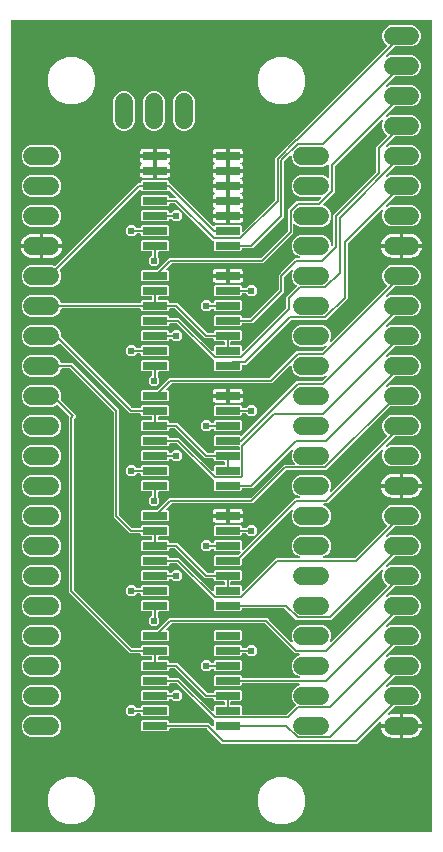
<source format=gbr>
G04 EAGLE Gerber X2 export*
%TF.Part,Single*%
%TF.FileFunction,Copper,L1,Top,Mixed*%
%TF.FilePolarity,Positive*%
%TF.GenerationSoftware,Autodesk,EAGLE,9.1.0*%
%TF.CreationDate,2018-12-11T14:46:23Z*%
G75*
%MOMM*%
%FSLAX34Y34*%
%LPD*%
%AMOC8*
5,1,8,0,0,1.08239X$1,22.5*%
G01*
%ADD10C,1.500000*%
%ADD11C,1.524000*%
%ADD12R,2.032000X0.660400*%
%ADD13C,0.152400*%
%ADD14C,0.604000*%

G36*
X482620Y24642D02*
X482620Y24642D01*
X482639Y24640D01*
X482741Y24662D01*
X482843Y24679D01*
X482860Y24688D01*
X482880Y24692D01*
X482969Y24745D01*
X483060Y24794D01*
X483074Y24808D01*
X483091Y24818D01*
X483158Y24897D01*
X483230Y24972D01*
X483238Y24990D01*
X483251Y25005D01*
X483290Y25101D01*
X483333Y25195D01*
X483335Y25215D01*
X483343Y25233D01*
X483361Y25400D01*
X483361Y711200D01*
X483358Y711220D01*
X483360Y711239D01*
X483338Y711341D01*
X483322Y711443D01*
X483312Y711460D01*
X483308Y711480D01*
X483255Y711569D01*
X483206Y711660D01*
X483192Y711674D01*
X483182Y711691D01*
X483103Y711758D01*
X483028Y711830D01*
X483010Y711838D01*
X482995Y711851D01*
X482899Y711890D01*
X482805Y711933D01*
X482785Y711935D01*
X482767Y711943D01*
X482600Y711961D01*
X127000Y711961D01*
X126980Y711958D01*
X126961Y711960D01*
X126859Y711938D01*
X126757Y711922D01*
X126740Y711912D01*
X126720Y711908D01*
X126631Y711855D01*
X126540Y711806D01*
X126526Y711792D01*
X126509Y711782D01*
X126442Y711703D01*
X126371Y711628D01*
X126362Y711610D01*
X126349Y711595D01*
X126310Y711499D01*
X126267Y711405D01*
X126265Y711385D01*
X126257Y711367D01*
X126239Y711200D01*
X126239Y25400D01*
X126242Y25380D01*
X126240Y25361D01*
X126262Y25259D01*
X126279Y25157D01*
X126288Y25140D01*
X126292Y25120D01*
X126345Y25031D01*
X126394Y24940D01*
X126408Y24926D01*
X126418Y24909D01*
X126497Y24842D01*
X126572Y24771D01*
X126590Y24762D01*
X126605Y24749D01*
X126701Y24710D01*
X126795Y24667D01*
X126815Y24665D01*
X126833Y24657D01*
X127000Y24639D01*
X482600Y24639D01*
X482620Y24642D01*
G37*
%LPC*%
G36*
X305446Y99059D02*
X305446Y99059D01*
X292715Y111790D01*
X292641Y111843D01*
X292571Y111903D01*
X292541Y111915D01*
X292515Y111934D01*
X292428Y111961D01*
X292343Y111995D01*
X292302Y111999D01*
X292280Y112006D01*
X292248Y112005D01*
X292177Y112013D01*
X261112Y112013D01*
X261092Y112010D01*
X261073Y112012D01*
X260971Y111990D01*
X260869Y111974D01*
X260852Y111964D01*
X260832Y111960D01*
X260743Y111907D01*
X260652Y111858D01*
X260638Y111844D01*
X260621Y111834D01*
X260554Y111755D01*
X260482Y111680D01*
X260474Y111662D01*
X260461Y111647D01*
X260422Y111551D01*
X260379Y111457D01*
X260377Y111437D01*
X260369Y111419D01*
X260351Y111252D01*
X260351Y110366D01*
X259458Y109473D01*
X237874Y109473D01*
X236981Y110366D01*
X236981Y118234D01*
X237874Y119127D01*
X259458Y119127D01*
X260351Y118234D01*
X260351Y117348D01*
X260354Y117328D01*
X260352Y117309D01*
X260374Y117207D01*
X260390Y117105D01*
X260400Y117088D01*
X260404Y117068D01*
X260457Y116979D01*
X260506Y116888D01*
X260520Y116874D01*
X260530Y116857D01*
X260609Y116790D01*
X260684Y116718D01*
X260702Y116710D01*
X260717Y116697D01*
X260813Y116658D01*
X260907Y116615D01*
X260927Y116613D01*
X260945Y116605D01*
X261112Y116587D01*
X294386Y116587D01*
X297150Y113823D01*
X297208Y113781D01*
X297260Y113732D01*
X297307Y113710D01*
X297349Y113680D01*
X297418Y113659D01*
X297483Y113628D01*
X297535Y113623D01*
X297585Y113607D01*
X297656Y113609D01*
X297727Y113601D01*
X297778Y113612D01*
X297830Y113614D01*
X297898Y113638D01*
X297968Y113654D01*
X298013Y113680D01*
X298061Y113698D01*
X298117Y113743D01*
X298179Y113780D01*
X298213Y113819D01*
X298253Y113852D01*
X298292Y113912D01*
X298339Y113967D01*
X298358Y114015D01*
X298386Y114059D01*
X298404Y114128D01*
X298431Y114195D01*
X298439Y114266D01*
X298447Y114297D01*
X298445Y114321D01*
X298449Y114362D01*
X298449Y118441D01*
X298435Y118531D01*
X298427Y118622D01*
X298415Y118651D01*
X298410Y118683D01*
X298367Y118764D01*
X298331Y118848D01*
X298305Y118880D01*
X298294Y118901D01*
X298271Y118923D01*
X298226Y118979D01*
X267315Y149890D01*
X267241Y149943D01*
X267171Y150003D01*
X267141Y150015D01*
X267115Y150034D01*
X267028Y150061D01*
X266943Y150095D01*
X266902Y150099D01*
X266880Y150106D01*
X266848Y150105D01*
X266777Y150113D01*
X261112Y150113D01*
X261092Y150110D01*
X261073Y150112D01*
X260971Y150090D01*
X260869Y150074D01*
X260852Y150064D01*
X260832Y150060D01*
X260743Y150007D01*
X260652Y149958D01*
X260638Y149944D01*
X260621Y149934D01*
X260554Y149855D01*
X260482Y149780D01*
X260474Y149762D01*
X260461Y149747D01*
X260422Y149651D01*
X260379Y149557D01*
X260377Y149537D01*
X260369Y149519D01*
X260351Y149352D01*
X260351Y148466D01*
X259458Y147573D01*
X237874Y147573D01*
X236981Y148466D01*
X236981Y156334D01*
X237874Y157227D01*
X259458Y157227D01*
X260351Y156334D01*
X260351Y155448D01*
X260354Y155428D01*
X260352Y155409D01*
X260374Y155307D01*
X260390Y155205D01*
X260400Y155188D01*
X260404Y155168D01*
X260457Y155079D01*
X260506Y154988D01*
X260520Y154974D01*
X260530Y154957D01*
X260609Y154890D01*
X260684Y154818D01*
X260702Y154810D01*
X260717Y154797D01*
X260813Y154758D01*
X260907Y154715D01*
X260927Y154713D01*
X260945Y154705D01*
X261112Y154687D01*
X268986Y154687D01*
X297150Y126523D01*
X297208Y126481D01*
X297260Y126432D01*
X297307Y126410D01*
X297349Y126380D01*
X297418Y126359D01*
X297483Y126328D01*
X297535Y126323D01*
X297585Y126307D01*
X297656Y126309D01*
X297727Y126301D01*
X297778Y126312D01*
X297830Y126314D01*
X297898Y126338D01*
X297968Y126354D01*
X298013Y126380D01*
X298061Y126398D01*
X298117Y126443D01*
X298179Y126480D01*
X298213Y126519D01*
X298253Y126552D01*
X298292Y126612D01*
X298339Y126667D01*
X298358Y126715D01*
X298386Y126759D01*
X298404Y126828D01*
X298431Y126895D01*
X298439Y126966D01*
X298447Y126997D01*
X298445Y127021D01*
X298449Y127062D01*
X298449Y130934D01*
X299342Y131827D01*
X307086Y131827D01*
X307106Y131830D01*
X307125Y131828D01*
X307227Y131850D01*
X307329Y131866D01*
X307346Y131876D01*
X307366Y131880D01*
X307455Y131933D01*
X307546Y131982D01*
X307560Y131996D01*
X307577Y132006D01*
X307644Y132085D01*
X307716Y132160D01*
X307724Y132178D01*
X307737Y132193D01*
X307776Y132289D01*
X307819Y132383D01*
X307821Y132403D01*
X307829Y132421D01*
X307847Y132588D01*
X307847Y134112D01*
X307844Y134132D01*
X307846Y134151D01*
X307824Y134253D01*
X307808Y134355D01*
X307798Y134372D01*
X307794Y134392D01*
X307741Y134481D01*
X307692Y134572D01*
X307678Y134586D01*
X307668Y134603D01*
X307589Y134670D01*
X307514Y134742D01*
X307496Y134750D01*
X307481Y134763D01*
X307385Y134802D01*
X307291Y134845D01*
X307271Y134847D01*
X307253Y134855D01*
X307086Y134873D01*
X299342Y134873D01*
X298449Y135766D01*
X298449Y136652D01*
X298446Y136672D01*
X298448Y136691D01*
X298426Y136793D01*
X298410Y136895D01*
X298400Y136912D01*
X298396Y136932D01*
X298343Y137021D01*
X298294Y137112D01*
X298280Y137126D01*
X298270Y137143D01*
X298191Y137210D01*
X298116Y137282D01*
X298098Y137290D01*
X298083Y137303D01*
X297987Y137342D01*
X297893Y137385D01*
X297873Y137387D01*
X297855Y137395D01*
X297688Y137413D01*
X291153Y137413D01*
X265976Y162590D01*
X265902Y162643D01*
X265832Y162703D01*
X265802Y162715D01*
X265776Y162734D01*
X265689Y162761D01*
X265604Y162795D01*
X265563Y162799D01*
X265541Y162806D01*
X265509Y162805D01*
X265437Y162813D01*
X261112Y162813D01*
X261092Y162810D01*
X261073Y162812D01*
X260971Y162790D01*
X260869Y162774D01*
X260852Y162764D01*
X260832Y162760D01*
X260743Y162707D01*
X260652Y162658D01*
X260638Y162644D01*
X260621Y162634D01*
X260554Y162555D01*
X260482Y162480D01*
X260474Y162462D01*
X260461Y162447D01*
X260422Y162351D01*
X260379Y162257D01*
X260377Y162237D01*
X260369Y162219D01*
X260351Y162052D01*
X260351Y161166D01*
X259458Y160273D01*
X237874Y160273D01*
X236981Y161166D01*
X236981Y169034D01*
X237874Y169927D01*
X245618Y169927D01*
X245638Y169930D01*
X245657Y169928D01*
X245759Y169950D01*
X245861Y169966D01*
X245878Y169976D01*
X245898Y169980D01*
X245987Y170033D01*
X246078Y170082D01*
X246092Y170096D01*
X246109Y170106D01*
X246176Y170185D01*
X246248Y170260D01*
X246256Y170278D01*
X246269Y170293D01*
X246308Y170389D01*
X246351Y170483D01*
X246353Y170503D01*
X246361Y170521D01*
X246379Y170688D01*
X246379Y172212D01*
X246376Y172232D01*
X246378Y172251D01*
X246356Y172353D01*
X246340Y172455D01*
X246330Y172472D01*
X246326Y172492D01*
X246273Y172581D01*
X246224Y172672D01*
X246210Y172686D01*
X246200Y172703D01*
X246121Y172770D01*
X246046Y172842D01*
X246028Y172850D01*
X246013Y172863D01*
X245917Y172902D01*
X245823Y172945D01*
X245803Y172947D01*
X245785Y172955D01*
X245618Y172973D01*
X237874Y172973D01*
X236981Y173866D01*
X236981Y174752D01*
X236978Y174772D01*
X236980Y174791D01*
X236958Y174893D01*
X236942Y174995D01*
X236932Y175012D01*
X236928Y175032D01*
X236875Y175121D01*
X236826Y175212D01*
X236812Y175226D01*
X236802Y175243D01*
X236723Y175310D01*
X236648Y175382D01*
X236630Y175390D01*
X236615Y175403D01*
X236519Y175442D01*
X236425Y175485D01*
X236405Y175487D01*
X236387Y175495D01*
X236220Y175513D01*
X227653Y175513D01*
X175513Y227653D01*
X175513Y375597D01*
X175679Y375763D01*
X175690Y375779D01*
X175706Y375791D01*
X175762Y375879D01*
X175822Y375962D01*
X175828Y375981D01*
X175839Y375998D01*
X175864Y376099D01*
X175895Y376198D01*
X175894Y376217D01*
X175899Y376237D01*
X175891Y376340D01*
X175888Y376443D01*
X175881Y376462D01*
X175880Y376482D01*
X175840Y376577D01*
X175804Y376674D01*
X175791Y376690D01*
X175784Y376708D01*
X175679Y376839D01*
X166424Y386094D01*
X166407Y386106D01*
X166395Y386122D01*
X166308Y386178D01*
X166224Y386238D01*
X166205Y386244D01*
X166188Y386255D01*
X166088Y386280D01*
X165989Y386310D01*
X165969Y386310D01*
X165950Y386315D01*
X165847Y386307D01*
X165743Y386304D01*
X165724Y386297D01*
X165704Y386296D01*
X165609Y386255D01*
X165512Y386220D01*
X165496Y386207D01*
X165478Y386199D01*
X165347Y386094D01*
X165200Y385947D01*
X161839Y384555D01*
X142961Y384555D01*
X139600Y385947D01*
X137027Y388520D01*
X135635Y391881D01*
X135635Y395519D01*
X137027Y398880D01*
X139600Y401453D01*
X142961Y402845D01*
X161839Y402845D01*
X165200Y401453D01*
X167773Y398880D01*
X169165Y395519D01*
X169165Y391881D01*
X168756Y390894D01*
X168729Y390780D01*
X168701Y390667D01*
X168701Y390661D01*
X168700Y390655D01*
X168711Y390539D01*
X168720Y390422D01*
X168722Y390416D01*
X168723Y390410D01*
X168771Y390302D01*
X168816Y390196D01*
X168821Y390190D01*
X168823Y390185D01*
X168836Y390171D01*
X168921Y390065D01*
X180175Y378811D01*
X181738Y377248D01*
X181738Y375354D01*
X180310Y373926D01*
X180257Y373852D01*
X180197Y373782D01*
X180185Y373752D01*
X180166Y373726D01*
X180139Y373639D01*
X180105Y373554D01*
X180101Y373513D01*
X180094Y373491D01*
X180095Y373459D01*
X180087Y373387D01*
X180087Y229863D01*
X180101Y229772D01*
X180109Y229682D01*
X180121Y229652D01*
X180126Y229620D01*
X180169Y229539D01*
X180205Y229455D01*
X180231Y229423D01*
X180242Y229402D01*
X180265Y229380D01*
X180310Y229324D01*
X229324Y180310D01*
X229398Y180257D01*
X229468Y180197D01*
X229498Y180185D01*
X229524Y180166D01*
X229611Y180139D01*
X229696Y180105D01*
X229737Y180101D01*
X229759Y180094D01*
X229791Y180095D01*
X229863Y180087D01*
X236220Y180087D01*
X236240Y180090D01*
X236259Y180088D01*
X236361Y180110D01*
X236463Y180126D01*
X236480Y180136D01*
X236500Y180140D01*
X236589Y180193D01*
X236680Y180242D01*
X236694Y180256D01*
X236711Y180266D01*
X236778Y180345D01*
X236850Y180420D01*
X236858Y180438D01*
X236871Y180453D01*
X236910Y180549D01*
X236953Y180643D01*
X236955Y180663D01*
X236963Y180681D01*
X236981Y180848D01*
X236981Y181734D01*
X237874Y182627D01*
X259458Y182627D01*
X260351Y181734D01*
X260351Y173866D01*
X259458Y172973D01*
X251714Y172973D01*
X251694Y172970D01*
X251675Y172972D01*
X251573Y172950D01*
X251471Y172934D01*
X251454Y172924D01*
X251434Y172920D01*
X251345Y172867D01*
X251254Y172818D01*
X251240Y172804D01*
X251223Y172794D01*
X251156Y172715D01*
X251084Y172640D01*
X251076Y172622D01*
X251063Y172607D01*
X251024Y172511D01*
X250981Y172417D01*
X250979Y172397D01*
X250971Y172379D01*
X250953Y172212D01*
X250953Y170688D01*
X250956Y170668D01*
X250954Y170649D01*
X250976Y170547D01*
X250992Y170445D01*
X251002Y170428D01*
X251006Y170408D01*
X251059Y170319D01*
X251108Y170228D01*
X251122Y170214D01*
X251132Y170197D01*
X251211Y170130D01*
X251286Y170058D01*
X251304Y170050D01*
X251319Y170037D01*
X251415Y169998D01*
X251509Y169955D01*
X251529Y169953D01*
X251547Y169945D01*
X251714Y169927D01*
X259458Y169927D01*
X260351Y169034D01*
X260351Y168148D01*
X260354Y168128D01*
X260352Y168109D01*
X260374Y168007D01*
X260390Y167905D01*
X260400Y167888D01*
X260404Y167868D01*
X260457Y167779D01*
X260506Y167688D01*
X260520Y167674D01*
X260530Y167657D01*
X260609Y167590D01*
X260684Y167518D01*
X260702Y167510D01*
X260717Y167497D01*
X260813Y167458D01*
X260907Y167415D01*
X260927Y167413D01*
X260945Y167405D01*
X261112Y167387D01*
X267647Y167387D01*
X292824Y142210D01*
X292898Y142157D01*
X292968Y142097D01*
X292998Y142085D01*
X293024Y142066D01*
X293111Y142039D01*
X293196Y142005D01*
X293237Y142001D01*
X293259Y141994D01*
X293291Y141995D01*
X293363Y141987D01*
X297688Y141987D01*
X297708Y141990D01*
X297727Y141988D01*
X297829Y142010D01*
X297931Y142026D01*
X297948Y142036D01*
X297968Y142040D01*
X298057Y142093D01*
X298148Y142142D01*
X298162Y142156D01*
X298179Y142166D01*
X298246Y142245D01*
X298318Y142320D01*
X298326Y142338D01*
X298339Y142353D01*
X298378Y142449D01*
X298421Y142543D01*
X298423Y142563D01*
X298431Y142581D01*
X298449Y142748D01*
X298449Y143634D01*
X299342Y144527D01*
X320926Y144527D01*
X321819Y143634D01*
X321819Y135766D01*
X320926Y134873D01*
X313182Y134873D01*
X313162Y134870D01*
X313143Y134872D01*
X313041Y134850D01*
X312939Y134834D01*
X312922Y134824D01*
X312902Y134820D01*
X312813Y134767D01*
X312722Y134718D01*
X312708Y134704D01*
X312691Y134694D01*
X312624Y134615D01*
X312552Y134540D01*
X312544Y134522D01*
X312531Y134507D01*
X312492Y134411D01*
X312449Y134317D01*
X312447Y134297D01*
X312439Y134279D01*
X312421Y134112D01*
X312421Y132588D01*
X312424Y132568D01*
X312422Y132549D01*
X312444Y132447D01*
X312460Y132345D01*
X312470Y132328D01*
X312474Y132308D01*
X312527Y132219D01*
X312576Y132128D01*
X312590Y132114D01*
X312600Y132097D01*
X312679Y132030D01*
X312754Y131958D01*
X312772Y131950D01*
X312787Y131937D01*
X312883Y131898D01*
X312977Y131855D01*
X312997Y131853D01*
X313015Y131845D01*
X313182Y131827D01*
X320926Y131827D01*
X321819Y130934D01*
X321819Y124460D01*
X321822Y124440D01*
X321820Y124421D01*
X321842Y124319D01*
X321858Y124217D01*
X321868Y124200D01*
X321872Y124180D01*
X321925Y124091D01*
X321974Y124000D01*
X321988Y123986D01*
X321998Y123969D01*
X322077Y123902D01*
X322152Y123830D01*
X322170Y123822D01*
X322185Y123809D01*
X322281Y123770D01*
X322375Y123727D01*
X322395Y123725D01*
X322413Y123717D01*
X322580Y123699D01*
X359632Y123699D01*
X359722Y123713D01*
X359813Y123721D01*
X359843Y123733D01*
X359875Y123738D01*
X359956Y123781D01*
X360040Y123817D01*
X360072Y123843D01*
X360092Y123854D01*
X360115Y123877D01*
X360171Y123922D01*
X367660Y131411D01*
X367671Y131427D01*
X367687Y131440D01*
X367743Y131527D01*
X367803Y131611D01*
X367809Y131630D01*
X367820Y131647D01*
X367845Y131747D01*
X367876Y131846D01*
X367875Y131866D01*
X367880Y131885D01*
X367872Y131988D01*
X367869Y132092D01*
X367862Y132110D01*
X367861Y132130D01*
X367821Y132225D01*
X367785Y132323D01*
X367772Y132338D01*
X367765Y132357D01*
X367679Y132464D01*
X367678Y132466D01*
X367676Y132467D01*
X367660Y132488D01*
X365627Y134520D01*
X364235Y137881D01*
X364235Y141519D01*
X365627Y144880D01*
X368200Y147453D01*
X371088Y148649D01*
X371171Y148700D01*
X371257Y148746D01*
X371275Y148764D01*
X371297Y148778D01*
X371359Y148853D01*
X371426Y148924D01*
X371437Y148948D01*
X371454Y148968D01*
X371489Y149059D01*
X371530Y149147D01*
X371532Y149173D01*
X371542Y149197D01*
X371546Y149295D01*
X371557Y149391D01*
X371551Y149417D01*
X371552Y149443D01*
X371525Y149537D01*
X371504Y149632D01*
X371491Y149654D01*
X371484Y149679D01*
X371428Y149759D01*
X371378Y149843D01*
X371358Y149860D01*
X371343Y149881D01*
X371265Y149940D01*
X371191Y150003D01*
X371167Y150013D01*
X371146Y150028D01*
X371054Y150058D01*
X370963Y150095D01*
X370931Y150098D01*
X370912Y150104D01*
X370879Y150104D01*
X370796Y150113D01*
X322580Y150113D01*
X322560Y150110D01*
X322541Y150112D01*
X322439Y150090D01*
X322337Y150074D01*
X322320Y150064D01*
X322300Y150060D01*
X322211Y150007D01*
X322120Y149958D01*
X322106Y149944D01*
X322089Y149934D01*
X322022Y149855D01*
X321950Y149780D01*
X321942Y149762D01*
X321929Y149747D01*
X321890Y149651D01*
X321847Y149557D01*
X321845Y149537D01*
X321837Y149519D01*
X321819Y149352D01*
X321819Y148466D01*
X320926Y147573D01*
X299342Y147573D01*
X298449Y148466D01*
X298449Y156334D01*
X299342Y157227D01*
X320926Y157227D01*
X321819Y156334D01*
X321819Y155448D01*
X321822Y155428D01*
X321820Y155409D01*
X321842Y155307D01*
X321858Y155205D01*
X321868Y155188D01*
X321872Y155168D01*
X321925Y155079D01*
X321974Y154988D01*
X321988Y154974D01*
X321998Y154957D01*
X322077Y154890D01*
X322152Y154818D01*
X322170Y154810D01*
X322185Y154797D01*
X322281Y154758D01*
X322375Y154715D01*
X322395Y154713D01*
X322413Y154705D01*
X322580Y154687D01*
X370796Y154687D01*
X370893Y154702D01*
X370990Y154712D01*
X371013Y154722D01*
X371039Y154726D01*
X371125Y154772D01*
X371214Y154812D01*
X371234Y154829D01*
X371257Y154842D01*
X371324Y154912D01*
X371395Y154978D01*
X371408Y155001D01*
X371426Y155020D01*
X371467Y155108D01*
X371514Y155194D01*
X371519Y155219D01*
X371530Y155243D01*
X371540Y155340D01*
X371558Y155436D01*
X371554Y155462D01*
X371557Y155487D01*
X371536Y155583D01*
X371522Y155679D01*
X371510Y155702D01*
X371504Y155728D01*
X371455Y155811D01*
X371410Y155898D01*
X371392Y155917D01*
X371378Y155939D01*
X371304Y156002D01*
X371235Y156070D01*
X371206Y156086D01*
X371191Y156099D01*
X371161Y156111D01*
X371088Y156151D01*
X368200Y157347D01*
X365627Y159920D01*
X364235Y163281D01*
X364235Y166919D01*
X365627Y170280D01*
X368200Y172853D01*
X371088Y174049D01*
X371171Y174100D01*
X371257Y174146D01*
X371275Y174164D01*
X371297Y174178D01*
X371359Y174253D01*
X371426Y174324D01*
X371437Y174348D01*
X371454Y174368D01*
X371489Y174459D01*
X371530Y174547D01*
X371532Y174573D01*
X371542Y174597D01*
X371546Y174695D01*
X371557Y174791D01*
X371551Y174817D01*
X371552Y174843D01*
X371525Y174937D01*
X371504Y175032D01*
X371491Y175054D01*
X371484Y175079D01*
X371428Y175159D01*
X371378Y175243D01*
X371358Y175260D01*
X371343Y175281D01*
X371265Y175340D01*
X371191Y175403D01*
X371167Y175413D01*
X371146Y175428D01*
X371054Y175458D01*
X370963Y175495D01*
X370931Y175498D01*
X370912Y175504D01*
X370879Y175504D01*
X370796Y175513D01*
X367353Y175513D01*
X342176Y200690D01*
X342102Y200743D01*
X342032Y200803D01*
X342002Y200815D01*
X341976Y200834D01*
X341889Y200861D01*
X341804Y200895D01*
X341763Y200899D01*
X341741Y200906D01*
X341709Y200905D01*
X341637Y200913D01*
X262629Y200913D01*
X262538Y200899D01*
X262448Y200891D01*
X262418Y200879D01*
X262386Y200874D01*
X262305Y200831D01*
X262221Y200795D01*
X262189Y200769D01*
X262168Y200758D01*
X262146Y200735D01*
X262090Y200690D01*
X258026Y196626D01*
X257984Y196568D01*
X257935Y196516D01*
X257913Y196469D01*
X257883Y196427D01*
X257862Y196358D01*
X257831Y196293D01*
X257826Y196241D01*
X257810Y196191D01*
X257812Y196120D01*
X257804Y196049D01*
X257815Y195998D01*
X257817Y195946D01*
X257841Y195878D01*
X257856Y195808D01*
X257883Y195763D01*
X257901Y195715D01*
X257946Y195659D01*
X257983Y195597D01*
X258022Y195563D01*
X258055Y195523D01*
X258115Y195484D01*
X258170Y195437D01*
X258218Y195418D01*
X258262Y195390D01*
X258331Y195372D01*
X258398Y195345D01*
X258469Y195337D01*
X258500Y195329D01*
X258524Y195331D01*
X258564Y195327D01*
X259458Y195327D01*
X260351Y194434D01*
X260351Y186566D01*
X259458Y185673D01*
X237874Y185673D01*
X236981Y186566D01*
X236981Y194434D01*
X237874Y195327D01*
X249943Y195327D01*
X250034Y195341D01*
X250124Y195349D01*
X250154Y195361D01*
X250186Y195366D01*
X250267Y195409D01*
X250351Y195445D01*
X250383Y195471D01*
X250404Y195482D01*
X250426Y195505D01*
X250482Y195550D01*
X260419Y205487D01*
X343847Y205487D01*
X345410Y203924D01*
X364062Y185272D01*
X364141Y185215D01*
X364216Y185153D01*
X364241Y185143D01*
X364262Y185128D01*
X364355Y185100D01*
X364446Y185065D01*
X364472Y185063D01*
X364497Y185056D01*
X364594Y185058D01*
X364692Y185054D01*
X364717Y185061D01*
X364743Y185062D01*
X364834Y185096D01*
X364928Y185123D01*
X364949Y185138D01*
X364974Y185147D01*
X365050Y185207D01*
X365130Y185263D01*
X365146Y185284D01*
X365166Y185300D01*
X365219Y185382D01*
X365277Y185460D01*
X365285Y185485D01*
X365299Y185507D01*
X365323Y185602D01*
X365353Y185694D01*
X365353Y185720D01*
X365359Y185746D01*
X365351Y185843D01*
X365351Y185940D01*
X365341Y185972D01*
X365340Y185991D01*
X365327Y186021D01*
X365304Y186101D01*
X364235Y188681D01*
X364235Y192319D01*
X365627Y195680D01*
X368200Y198253D01*
X371561Y199645D01*
X390439Y199645D01*
X393800Y198253D01*
X396373Y195680D01*
X397765Y192319D01*
X397765Y188681D01*
X396696Y186101D01*
X396674Y186006D01*
X396645Y185913D01*
X396646Y185887D01*
X396640Y185862D01*
X396649Y185765D01*
X396652Y185668D01*
X396661Y185643D01*
X396663Y185617D01*
X396703Y185528D01*
X396736Y185437D01*
X396752Y185416D01*
X396763Y185392D01*
X396829Y185320D01*
X396890Y185244D01*
X396912Y185230D01*
X396930Y185211D01*
X397015Y185164D01*
X397097Y185111D01*
X397122Y185105D01*
X397145Y185092D01*
X397241Y185075D01*
X397335Y185051D01*
X397361Y185053D01*
X397387Y185049D01*
X397484Y185063D01*
X397580Y185071D01*
X397604Y185081D01*
X397630Y185085D01*
X397717Y185129D01*
X397807Y185167D01*
X397832Y185187D01*
X397850Y185196D01*
X397873Y185220D01*
X397938Y185272D01*
X445004Y232338D01*
X445031Y232375D01*
X445064Y232406D01*
X445102Y232474D01*
X445147Y232537D01*
X445161Y232581D01*
X445183Y232622D01*
X445197Y232698D01*
X445220Y232772D01*
X445218Y232818D01*
X445227Y232864D01*
X445215Y232941D01*
X445213Y233018D01*
X445197Y233062D01*
X445191Y233107D01*
X445156Y233176D01*
X445129Y233249D01*
X445100Y233285D01*
X445079Y233326D01*
X445024Y233381D01*
X444975Y233441D01*
X444936Y233466D01*
X444904Y233498D01*
X444784Y233564D01*
X444768Y233574D01*
X444763Y233576D01*
X444757Y233579D01*
X444588Y233649D01*
X442049Y236188D01*
X440675Y239505D01*
X440675Y243095D01*
X441930Y246125D01*
X441953Y246220D01*
X441981Y246313D01*
X441981Y246339D01*
X441987Y246365D01*
X441977Y246462D01*
X441975Y246559D01*
X441966Y246584D01*
X441963Y246610D01*
X441924Y246698D01*
X441890Y246790D01*
X441874Y246811D01*
X441863Y246834D01*
X441798Y246906D01*
X441737Y246982D01*
X441715Y246996D01*
X441697Y247015D01*
X441612Y247062D01*
X441530Y247115D01*
X441505Y247121D01*
X441482Y247134D01*
X441386Y247151D01*
X441291Y247175D01*
X441265Y247173D01*
X441240Y247178D01*
X441143Y247164D01*
X441046Y247156D01*
X441022Y247146D01*
X440996Y247142D01*
X440909Y247098D01*
X440820Y247060D01*
X440794Y247039D01*
X440777Y247030D01*
X440754Y247007D01*
X440689Y246955D01*
X397441Y203707D01*
X368330Y203707D01*
X358647Y213390D01*
X358573Y213443D01*
X358503Y213503D01*
X358473Y213515D01*
X358447Y213534D01*
X358360Y213561D01*
X358275Y213595D01*
X358234Y213599D01*
X358212Y213606D01*
X358180Y213605D01*
X358108Y213613D01*
X322580Y213613D01*
X322560Y213610D01*
X322541Y213612D01*
X322439Y213590D01*
X322337Y213574D01*
X322320Y213564D01*
X322300Y213560D01*
X322211Y213507D01*
X322120Y213458D01*
X322106Y213444D01*
X322089Y213434D01*
X322022Y213355D01*
X321950Y213280D01*
X321942Y213262D01*
X321929Y213247D01*
X321890Y213151D01*
X321847Y213057D01*
X321845Y213037D01*
X321837Y213019D01*
X321819Y212852D01*
X321819Y211966D01*
X320926Y211073D01*
X299342Y211073D01*
X298449Y211966D01*
X298449Y220041D01*
X298435Y220131D01*
X298427Y220222D01*
X298415Y220251D01*
X298410Y220283D01*
X298367Y220364D01*
X298331Y220448D01*
X298305Y220480D01*
X298294Y220501D01*
X298271Y220523D01*
X298226Y220579D01*
X296518Y222288D01*
X296517Y222288D01*
X267315Y251490D01*
X267241Y251543D01*
X267172Y251603D01*
X267141Y251615D01*
X267115Y251634D01*
X267028Y251661D01*
X266943Y251695D01*
X266902Y251699D01*
X266880Y251706D01*
X266848Y251705D01*
X266777Y251713D01*
X261112Y251713D01*
X261092Y251710D01*
X261073Y251712D01*
X260971Y251690D01*
X260869Y251674D01*
X260852Y251664D01*
X260832Y251660D01*
X260743Y251607D01*
X260652Y251558D01*
X260638Y251544D01*
X260621Y251534D01*
X260554Y251455D01*
X260482Y251380D01*
X260474Y251362D01*
X260461Y251347D01*
X260422Y251251D01*
X260379Y251157D01*
X260377Y251137D01*
X260369Y251119D01*
X260351Y250952D01*
X260351Y250066D01*
X259458Y249173D01*
X237874Y249173D01*
X236981Y250066D01*
X236981Y257934D01*
X237874Y258827D01*
X259458Y258827D01*
X260351Y257934D01*
X260351Y257048D01*
X260354Y257028D01*
X260352Y257009D01*
X260374Y256907D01*
X260390Y256805D01*
X260400Y256788D01*
X260404Y256768D01*
X260457Y256679D01*
X260506Y256588D01*
X260520Y256574D01*
X260530Y256557D01*
X260609Y256490D01*
X260684Y256418D01*
X260702Y256410D01*
X260717Y256397D01*
X260813Y256358D01*
X260907Y256315D01*
X260927Y256313D01*
X260945Y256305D01*
X261112Y256287D01*
X268986Y256287D01*
X270549Y254724D01*
X297150Y228123D01*
X297208Y228081D01*
X297260Y228032D01*
X297307Y228010D01*
X297349Y227980D01*
X297418Y227959D01*
X297483Y227928D01*
X297535Y227923D01*
X297585Y227907D01*
X297656Y227909D01*
X297727Y227901D01*
X297778Y227912D01*
X297830Y227914D01*
X297898Y227938D01*
X297968Y227954D01*
X298012Y227980D01*
X298061Y227998D01*
X298117Y228043D01*
X298179Y228080D01*
X298213Y228119D01*
X298253Y228152D01*
X298292Y228212D01*
X298339Y228267D01*
X298358Y228315D01*
X298386Y228359D01*
X298404Y228428D01*
X298431Y228495D01*
X298439Y228566D01*
X298447Y228597D01*
X298445Y228621D01*
X298449Y228662D01*
X298449Y232534D01*
X299342Y233427D01*
X307086Y233427D01*
X307106Y233430D01*
X307125Y233428D01*
X307227Y233450D01*
X307329Y233466D01*
X307346Y233476D01*
X307366Y233480D01*
X307455Y233533D01*
X307546Y233582D01*
X307560Y233596D01*
X307577Y233606D01*
X307644Y233685D01*
X307716Y233760D01*
X307724Y233778D01*
X307737Y233793D01*
X307776Y233889D01*
X307819Y233983D01*
X307821Y234003D01*
X307829Y234021D01*
X307847Y234188D01*
X307847Y235712D01*
X307844Y235732D01*
X307846Y235751D01*
X307824Y235853D01*
X307808Y235955D01*
X307798Y235972D01*
X307794Y235992D01*
X307741Y236081D01*
X307692Y236172D01*
X307678Y236186D01*
X307668Y236203D01*
X307589Y236270D01*
X307514Y236342D01*
X307496Y236350D01*
X307481Y236363D01*
X307385Y236402D01*
X307291Y236445D01*
X307271Y236447D01*
X307253Y236455D01*
X307086Y236473D01*
X299342Y236473D01*
X298449Y237366D01*
X298449Y238252D01*
X298446Y238272D01*
X298448Y238291D01*
X298426Y238393D01*
X298410Y238495D01*
X298400Y238512D01*
X298396Y238532D01*
X298343Y238621D01*
X298294Y238712D01*
X298280Y238726D01*
X298270Y238743D01*
X298191Y238810D01*
X298116Y238882D01*
X298098Y238890D01*
X298083Y238903D01*
X297987Y238942D01*
X297893Y238985D01*
X297873Y238987D01*
X297855Y238995D01*
X297688Y239013D01*
X291153Y239013D01*
X265976Y264190D01*
X265902Y264243D01*
X265832Y264303D01*
X265802Y264315D01*
X265776Y264334D01*
X265689Y264361D01*
X265604Y264395D01*
X265563Y264399D01*
X265541Y264406D01*
X265509Y264405D01*
X265437Y264413D01*
X261112Y264413D01*
X261092Y264410D01*
X261073Y264412D01*
X260971Y264390D01*
X260869Y264374D01*
X260852Y264364D01*
X260832Y264360D01*
X260743Y264307D01*
X260652Y264258D01*
X260638Y264244D01*
X260621Y264234D01*
X260554Y264155D01*
X260482Y264080D01*
X260474Y264062D01*
X260461Y264047D01*
X260422Y263951D01*
X260379Y263857D01*
X260377Y263837D01*
X260369Y263819D01*
X260351Y263652D01*
X260351Y262766D01*
X259458Y261873D01*
X237874Y261873D01*
X236981Y262766D01*
X236981Y270634D01*
X237874Y271527D01*
X245618Y271527D01*
X245638Y271530D01*
X245657Y271528D01*
X245759Y271550D01*
X245861Y271566D01*
X245878Y271576D01*
X245898Y271580D01*
X245987Y271633D01*
X246078Y271682D01*
X246092Y271696D01*
X246109Y271706D01*
X246176Y271785D01*
X246248Y271860D01*
X246256Y271878D01*
X246269Y271893D01*
X246308Y271989D01*
X246351Y272083D01*
X246353Y272103D01*
X246361Y272121D01*
X246379Y272288D01*
X246379Y273812D01*
X246376Y273832D01*
X246378Y273851D01*
X246356Y273953D01*
X246340Y274055D01*
X246330Y274072D01*
X246326Y274092D01*
X246273Y274181D01*
X246224Y274272D01*
X246210Y274286D01*
X246200Y274303D01*
X246121Y274370D01*
X246046Y274442D01*
X246028Y274450D01*
X246013Y274463D01*
X245917Y274502D01*
X245823Y274545D01*
X245803Y274547D01*
X245785Y274555D01*
X245618Y274573D01*
X237874Y274573D01*
X236981Y275466D01*
X236981Y276352D01*
X236978Y276372D01*
X236980Y276391D01*
X236958Y276493D01*
X236942Y276595D01*
X236932Y276612D01*
X236928Y276632D01*
X236875Y276721D01*
X236826Y276812D01*
X236812Y276826D01*
X236802Y276843D01*
X236723Y276910D01*
X236648Y276982D01*
X236630Y276990D01*
X236615Y277003D01*
X236519Y277042D01*
X236425Y277085D01*
X236405Y277087D01*
X236387Y277095D01*
X236220Y277113D01*
X227653Y277113D01*
X213613Y291153D01*
X213613Y379737D01*
X213599Y379828D01*
X213591Y379918D01*
X213579Y379948D01*
X213574Y379980D01*
X213531Y380061D01*
X213495Y380145D01*
X213469Y380177D01*
X213458Y380198D01*
X213435Y380220D01*
X213390Y380276D01*
X177076Y416590D01*
X177002Y416643D01*
X176932Y416703D01*
X176902Y416715D01*
X176876Y416734D01*
X176789Y416761D01*
X176704Y416795D01*
X176663Y416799D01*
X176641Y416806D01*
X176609Y416805D01*
X176537Y416813D01*
X169480Y416813D01*
X169365Y416794D01*
X169249Y416777D01*
X169243Y416775D01*
X169237Y416774D01*
X169134Y416719D01*
X169029Y416666D01*
X169025Y416661D01*
X169020Y416658D01*
X168940Y416574D01*
X168857Y416490D01*
X168854Y416484D01*
X168850Y416480D01*
X168842Y416463D01*
X168776Y416343D01*
X167773Y413920D01*
X165200Y411347D01*
X161839Y409955D01*
X142961Y409955D01*
X139600Y411347D01*
X137027Y413920D01*
X135635Y417281D01*
X135635Y420919D01*
X137027Y424280D01*
X139600Y426853D01*
X142961Y428245D01*
X161839Y428245D01*
X165200Y426853D01*
X167773Y424280D01*
X168776Y421857D01*
X168838Y421757D01*
X168898Y421657D01*
X168903Y421653D01*
X168906Y421648D01*
X168996Y421573D01*
X169085Y421497D01*
X169091Y421495D01*
X169095Y421491D01*
X169204Y421449D01*
X169313Y421405D01*
X169320Y421404D01*
X169325Y421403D01*
X169343Y421402D01*
X169480Y421387D01*
X178747Y421387D01*
X218187Y381947D01*
X218187Y293363D01*
X218192Y293333D01*
X218190Y293321D01*
X218202Y293267D01*
X218209Y293182D01*
X218221Y293152D01*
X218226Y293120D01*
X218239Y293096D01*
X218243Y293080D01*
X218274Y293027D01*
X218305Y292955D01*
X218331Y292923D01*
X218342Y292902D01*
X218358Y292886D01*
X218369Y292869D01*
X218385Y292855D01*
X218410Y292824D01*
X229324Y281910D01*
X229398Y281857D01*
X229468Y281797D01*
X229498Y281785D01*
X229524Y281766D01*
X229611Y281739D01*
X229696Y281705D01*
X229737Y281701D01*
X229759Y281694D01*
X229791Y281695D01*
X229863Y281687D01*
X236220Y281687D01*
X236240Y281690D01*
X236259Y281688D01*
X236361Y281710D01*
X236463Y281726D01*
X236480Y281736D01*
X236500Y281740D01*
X236589Y281793D01*
X236680Y281842D01*
X236694Y281856D01*
X236711Y281866D01*
X236778Y281945D01*
X236850Y282020D01*
X236858Y282038D01*
X236871Y282053D01*
X236910Y282149D01*
X236953Y282243D01*
X236955Y282263D01*
X236963Y282281D01*
X236981Y282448D01*
X236981Y283334D01*
X237874Y284227D01*
X259458Y284227D01*
X260351Y283334D01*
X260351Y275466D01*
X259458Y274573D01*
X251714Y274573D01*
X251694Y274570D01*
X251675Y274572D01*
X251573Y274550D01*
X251471Y274534D01*
X251454Y274524D01*
X251434Y274520D01*
X251345Y274467D01*
X251254Y274418D01*
X251240Y274404D01*
X251223Y274394D01*
X251156Y274315D01*
X251084Y274240D01*
X251076Y274222D01*
X251063Y274207D01*
X251024Y274111D01*
X250981Y274017D01*
X250979Y273997D01*
X250971Y273979D01*
X250953Y273812D01*
X250953Y272288D01*
X250956Y272268D01*
X250954Y272249D01*
X250976Y272147D01*
X250992Y272045D01*
X251002Y272028D01*
X251006Y272008D01*
X251059Y271919D01*
X251108Y271828D01*
X251122Y271814D01*
X251132Y271797D01*
X251211Y271730D01*
X251286Y271658D01*
X251304Y271650D01*
X251319Y271637D01*
X251415Y271598D01*
X251509Y271555D01*
X251529Y271553D01*
X251547Y271545D01*
X251714Y271527D01*
X259458Y271527D01*
X260351Y270634D01*
X260351Y269748D01*
X260353Y269734D01*
X260352Y269722D01*
X260353Y269717D01*
X260352Y269709D01*
X260374Y269607D01*
X260390Y269505D01*
X260400Y269488D01*
X260404Y269468D01*
X260457Y269379D01*
X260506Y269288D01*
X260520Y269274D01*
X260530Y269257D01*
X260609Y269190D01*
X260684Y269118D01*
X260702Y269110D01*
X260717Y269097D01*
X260813Y269058D01*
X260907Y269015D01*
X260927Y269013D01*
X260945Y269005D01*
X261112Y268987D01*
X267647Y268987D01*
X292824Y243810D01*
X292898Y243757D01*
X292968Y243697D01*
X292998Y243685D01*
X293024Y243666D01*
X293111Y243639D01*
X293196Y243605D01*
X293237Y243601D01*
X293259Y243594D01*
X293291Y243595D01*
X293363Y243587D01*
X297688Y243587D01*
X297708Y243590D01*
X297727Y243588D01*
X297829Y243610D01*
X297931Y243626D01*
X297948Y243636D01*
X297968Y243640D01*
X298057Y243693D01*
X298148Y243742D01*
X298162Y243756D01*
X298179Y243766D01*
X298246Y243845D01*
X298318Y243920D01*
X298326Y243938D01*
X298339Y243953D01*
X298378Y244049D01*
X298421Y244143D01*
X298423Y244163D01*
X298431Y244181D01*
X298449Y244348D01*
X298449Y245234D01*
X299342Y246127D01*
X320926Y246127D01*
X321819Y245234D01*
X321819Y237366D01*
X320926Y236473D01*
X313182Y236473D01*
X313162Y236470D01*
X313143Y236472D01*
X313041Y236450D01*
X312939Y236434D01*
X312922Y236424D01*
X312902Y236420D01*
X312813Y236367D01*
X312722Y236318D01*
X312708Y236304D01*
X312691Y236294D01*
X312624Y236215D01*
X312552Y236140D01*
X312544Y236122D01*
X312531Y236107D01*
X312492Y236011D01*
X312449Y235917D01*
X312447Y235897D01*
X312439Y235879D01*
X312421Y235712D01*
X312421Y234188D01*
X312424Y234168D01*
X312422Y234149D01*
X312444Y234047D01*
X312460Y233945D01*
X312470Y233928D01*
X312474Y233908D01*
X312527Y233819D01*
X312576Y233728D01*
X312590Y233714D01*
X312600Y233697D01*
X312679Y233630D01*
X312754Y233558D01*
X312772Y233550D01*
X312787Y233537D01*
X312883Y233498D01*
X312977Y233455D01*
X312997Y233453D01*
X313015Y233445D01*
X313182Y233427D01*
X320926Y233427D01*
X321819Y232534D01*
X321819Y228662D01*
X321830Y228591D01*
X321832Y228519D01*
X321850Y228470D01*
X321858Y228419D01*
X321892Y228355D01*
X321917Y228288D01*
X321949Y228247D01*
X321974Y228201D01*
X322026Y228152D01*
X322070Y228096D01*
X322114Y228068D01*
X322152Y228032D01*
X322217Y228002D01*
X322277Y227963D01*
X322328Y227950D01*
X322375Y227928D01*
X322446Y227921D01*
X322516Y227903D01*
X322568Y227907D01*
X322619Y227901D01*
X322690Y227917D01*
X322761Y227922D01*
X322809Y227943D01*
X322860Y227954D01*
X322921Y227990D01*
X322987Y228018D01*
X323043Y228063D01*
X323071Y228080D01*
X323086Y228098D01*
X323118Y228123D01*
X351282Y256287D01*
X370797Y256287D01*
X370893Y256302D01*
X370990Y256312D01*
X371013Y256322D01*
X371039Y256326D01*
X371125Y256372D01*
X371214Y256412D01*
X371234Y256429D01*
X371257Y256442D01*
X371324Y256512D01*
X371395Y256578D01*
X371408Y256601D01*
X371426Y256620D01*
X371467Y256708D01*
X371514Y256794D01*
X371519Y256819D01*
X371530Y256843D01*
X371540Y256940D01*
X371558Y257036D01*
X371554Y257062D01*
X371557Y257087D01*
X371536Y257183D01*
X371522Y257279D01*
X371510Y257302D01*
X371504Y257328D01*
X371455Y257411D01*
X371410Y257498D01*
X371392Y257517D01*
X371378Y257539D01*
X371304Y257602D01*
X371235Y257670D01*
X371206Y257686D01*
X371191Y257699D01*
X371161Y257711D01*
X371088Y257751D01*
X368200Y258947D01*
X365627Y261520D01*
X364235Y264881D01*
X364235Y268519D01*
X365627Y271880D01*
X368200Y274453D01*
X371561Y275845D01*
X390439Y275845D01*
X393800Y274453D01*
X396373Y271880D01*
X397765Y268519D01*
X397765Y264881D01*
X396373Y261520D01*
X393800Y258947D01*
X390912Y257751D01*
X390829Y257700D01*
X390743Y257654D01*
X390725Y257636D01*
X390703Y257622D01*
X390641Y257546D01*
X390574Y257476D01*
X390563Y257452D01*
X390546Y257432D01*
X390511Y257341D01*
X390470Y257253D01*
X390467Y257227D01*
X390458Y257203D01*
X390454Y257105D01*
X390443Y257009D01*
X390449Y256983D01*
X390448Y256957D01*
X390475Y256863D01*
X390496Y256768D01*
X390509Y256746D01*
X390516Y256721D01*
X390572Y256641D01*
X390622Y256557D01*
X390642Y256540D01*
X390656Y256519D01*
X390735Y256460D01*
X390809Y256397D01*
X390833Y256387D01*
X390854Y256372D01*
X390946Y256342D01*
X391037Y256305D01*
X391069Y256302D01*
X391088Y256296D01*
X391121Y256296D01*
X391203Y256287D01*
X417837Y256287D01*
X417928Y256301D01*
X418018Y256309D01*
X418048Y256321D01*
X418080Y256326D01*
X418161Y256369D01*
X418245Y256405D01*
X418277Y256431D01*
X418298Y256442D01*
X418320Y256465D01*
X418376Y256510D01*
X445004Y283138D01*
X445031Y283175D01*
X445064Y283206D01*
X445102Y283274D01*
X445147Y283337D01*
X445161Y283381D01*
X445183Y283422D01*
X445197Y283498D01*
X445220Y283572D01*
X445218Y283618D01*
X445227Y283664D01*
X445215Y283741D01*
X445213Y283818D01*
X445197Y283862D01*
X445191Y283907D01*
X445156Y283976D01*
X445129Y284049D01*
X445100Y284085D01*
X445079Y284126D01*
X445024Y284181D01*
X444975Y284241D01*
X444936Y284266D01*
X444904Y284298D01*
X444784Y284364D01*
X444768Y284374D01*
X444763Y284376D01*
X444757Y284379D01*
X444588Y284449D01*
X442049Y286988D01*
X440675Y290305D01*
X440675Y293895D01*
X442049Y297212D01*
X444588Y299751D01*
X447905Y301125D01*
X466495Y301125D01*
X469812Y299751D01*
X472351Y297212D01*
X473725Y293895D01*
X473725Y290305D01*
X472351Y286988D01*
X469812Y284449D01*
X466495Y283075D01*
X451725Y283075D01*
X451634Y283061D01*
X451544Y283053D01*
X451514Y283041D01*
X451482Y283036D01*
X451401Y282993D01*
X451317Y282957D01*
X451285Y282931D01*
X451264Y282920D01*
X451242Y282897D01*
X451186Y282852D01*
X444045Y275711D01*
X443988Y275632D01*
X443926Y275557D01*
X443917Y275533D01*
X443902Y275511D01*
X443873Y275418D01*
X443838Y275327D01*
X443837Y275301D01*
X443829Y275276D01*
X443832Y275179D01*
X443828Y275082D01*
X443835Y275057D01*
X443836Y275030D01*
X443869Y274939D01*
X443896Y274845D01*
X443911Y274824D01*
X443920Y274799D01*
X443981Y274723D01*
X444036Y274643D01*
X444057Y274628D01*
X444074Y274607D01*
X444156Y274555D01*
X444234Y274497D01*
X444259Y274489D01*
X444281Y274474D01*
X444375Y274451D01*
X444468Y274420D01*
X444494Y274421D01*
X444519Y274414D01*
X444616Y274422D01*
X444714Y274423D01*
X444745Y274432D01*
X444764Y274433D01*
X444795Y274446D01*
X444875Y274470D01*
X447905Y275725D01*
X466495Y275725D01*
X469812Y274351D01*
X472351Y271812D01*
X473725Y268495D01*
X473725Y264905D01*
X472351Y261588D01*
X469812Y259049D01*
X466495Y257675D01*
X451725Y257675D01*
X451634Y257661D01*
X451544Y257653D01*
X451514Y257641D01*
X451482Y257636D01*
X451401Y257593D01*
X451317Y257557D01*
X451285Y257531D01*
X451264Y257520D01*
X451242Y257497D01*
X451186Y257452D01*
X444045Y250311D01*
X443988Y250232D01*
X443926Y250157D01*
X443917Y250133D01*
X443902Y250111D01*
X443873Y250018D01*
X443838Y249927D01*
X443837Y249901D01*
X443829Y249876D01*
X443832Y249779D01*
X443828Y249682D01*
X443835Y249657D01*
X443836Y249630D01*
X443869Y249539D01*
X443896Y249445D01*
X443911Y249424D01*
X443920Y249399D01*
X443981Y249323D01*
X444036Y249243D01*
X444057Y249228D01*
X444074Y249207D01*
X444156Y249155D01*
X444234Y249097D01*
X444259Y249089D01*
X444281Y249074D01*
X444375Y249051D01*
X444468Y249020D01*
X444494Y249021D01*
X444519Y249014D01*
X444616Y249022D01*
X444714Y249023D01*
X444745Y249032D01*
X444764Y249033D01*
X444795Y249046D01*
X444875Y249070D01*
X447905Y250325D01*
X466495Y250325D01*
X469812Y248951D01*
X472351Y246412D01*
X473725Y243095D01*
X473725Y239505D01*
X472351Y236188D01*
X469812Y233649D01*
X466495Y232275D01*
X451725Y232275D01*
X451634Y232261D01*
X451544Y232253D01*
X451514Y232241D01*
X451482Y232236D01*
X451401Y232193D01*
X451317Y232157D01*
X451285Y232131D01*
X451264Y232120D01*
X451242Y232097D01*
X451186Y232052D01*
X444045Y224911D01*
X443988Y224832D01*
X443926Y224757D01*
X443917Y224733D01*
X443902Y224711D01*
X443873Y224618D01*
X443838Y224527D01*
X443837Y224501D01*
X443829Y224476D01*
X443832Y224379D01*
X443828Y224282D01*
X443835Y224257D01*
X443836Y224230D01*
X443869Y224139D01*
X443896Y224045D01*
X443911Y224024D01*
X443920Y223999D01*
X443981Y223923D01*
X444036Y223843D01*
X444057Y223828D01*
X444074Y223807D01*
X444156Y223755D01*
X444234Y223697D01*
X444259Y223689D01*
X444281Y223674D01*
X444375Y223651D01*
X444468Y223620D01*
X444494Y223621D01*
X444519Y223614D01*
X444616Y223622D01*
X444714Y223623D01*
X444745Y223632D01*
X444764Y223633D01*
X444795Y223646D01*
X444875Y223670D01*
X447905Y224925D01*
X466495Y224925D01*
X469812Y223551D01*
X472351Y221012D01*
X473725Y217695D01*
X473725Y214105D01*
X472351Y210788D01*
X469812Y208249D01*
X466495Y206875D01*
X451725Y206875D01*
X451634Y206861D01*
X451544Y206853D01*
X451514Y206841D01*
X451482Y206836D01*
X451401Y206793D01*
X451317Y206757D01*
X451285Y206731D01*
X451264Y206720D01*
X451242Y206697D01*
X451186Y206652D01*
X444045Y199511D01*
X443988Y199432D01*
X443926Y199357D01*
X443917Y199333D01*
X443902Y199311D01*
X443873Y199218D01*
X443838Y199127D01*
X443837Y199101D01*
X443829Y199076D01*
X443832Y198979D01*
X443828Y198882D01*
X443835Y198857D01*
X443836Y198830D01*
X443869Y198739D01*
X443896Y198645D01*
X443911Y198624D01*
X443920Y198599D01*
X443981Y198523D01*
X444036Y198443D01*
X444057Y198428D01*
X444074Y198407D01*
X444156Y198355D01*
X444234Y198297D01*
X444259Y198289D01*
X444281Y198274D01*
X444375Y198251D01*
X444468Y198220D01*
X444494Y198221D01*
X444519Y198214D01*
X444616Y198222D01*
X444714Y198223D01*
X444745Y198232D01*
X444764Y198233D01*
X444795Y198246D01*
X444875Y198270D01*
X447905Y199525D01*
X466495Y199525D01*
X469812Y198151D01*
X472351Y195612D01*
X473725Y192295D01*
X473725Y188705D01*
X472351Y185388D01*
X469812Y182849D01*
X466495Y181475D01*
X451725Y181475D01*
X451634Y181461D01*
X451544Y181453D01*
X451514Y181441D01*
X451482Y181436D01*
X451401Y181393D01*
X451317Y181357D01*
X451285Y181331D01*
X451264Y181320D01*
X451247Y181303D01*
X451245Y181301D01*
X451238Y181294D01*
X451186Y181252D01*
X444045Y174111D01*
X443988Y174032D01*
X443926Y173957D01*
X443917Y173933D01*
X443902Y173911D01*
X443873Y173818D01*
X443838Y173727D01*
X443837Y173701D01*
X443829Y173676D01*
X443832Y173579D01*
X443828Y173482D01*
X443835Y173457D01*
X443836Y173430D01*
X443869Y173339D01*
X443896Y173246D01*
X443911Y173224D01*
X443920Y173199D01*
X443981Y173123D01*
X444036Y173043D01*
X444057Y173028D01*
X444074Y173007D01*
X444156Y172955D01*
X444234Y172897D01*
X444259Y172889D01*
X444281Y172874D01*
X444375Y172851D01*
X444468Y172820D01*
X444494Y172821D01*
X444519Y172814D01*
X444616Y172822D01*
X444714Y172823D01*
X444745Y172832D01*
X444764Y172833D01*
X444795Y172846D01*
X444875Y172870D01*
X447905Y174125D01*
X466495Y174125D01*
X469812Y172751D01*
X472351Y170212D01*
X473725Y166895D01*
X473725Y163305D01*
X472351Y159988D01*
X469812Y157449D01*
X466495Y156075D01*
X451724Y156075D01*
X451634Y156061D01*
X451543Y156053D01*
X451514Y156041D01*
X451482Y156036D01*
X451401Y155993D01*
X451317Y155957D01*
X451285Y155931D01*
X451264Y155920D01*
X451242Y155897D01*
X451186Y155852D01*
X444045Y148711D01*
X443988Y148632D01*
X443926Y148557D01*
X443917Y148533D01*
X443902Y148511D01*
X443873Y148418D01*
X443838Y148327D01*
X443837Y148301D01*
X443829Y148276D01*
X443832Y148179D01*
X443828Y148082D01*
X443835Y148057D01*
X443836Y148030D01*
X443869Y147939D01*
X443896Y147846D01*
X443911Y147824D01*
X443920Y147799D01*
X443981Y147723D01*
X444036Y147643D01*
X444057Y147628D01*
X444074Y147607D01*
X444156Y147555D01*
X444234Y147497D01*
X444259Y147489D01*
X444281Y147474D01*
X444375Y147451D01*
X444468Y147420D01*
X444494Y147421D01*
X444519Y147414D01*
X444616Y147422D01*
X444714Y147423D01*
X444745Y147432D01*
X444764Y147433D01*
X444795Y147446D01*
X444875Y147470D01*
X447905Y148725D01*
X466495Y148725D01*
X469812Y147351D01*
X472351Y144812D01*
X473725Y141495D01*
X473725Y137905D01*
X472351Y134588D01*
X469812Y132049D01*
X466495Y130675D01*
X451725Y130675D01*
X451634Y130661D01*
X451544Y130653D01*
X451514Y130641D01*
X451482Y130636D01*
X451401Y130593D01*
X451317Y130557D01*
X451285Y130531D01*
X451264Y130520D01*
X451242Y130497D01*
X451186Y130452D01*
X445856Y125122D01*
X445816Y125067D01*
X445769Y125018D01*
X445745Y124968D01*
X445712Y124922D01*
X445692Y124858D01*
X445663Y124796D01*
X445657Y124741D01*
X445640Y124687D01*
X445642Y124619D01*
X445634Y124552D01*
X445645Y124497D01*
X445646Y124441D01*
X445670Y124378D01*
X445683Y124311D01*
X445712Y124263D01*
X445731Y124210D01*
X445773Y124157D01*
X445807Y124099D01*
X445850Y124062D01*
X445885Y124018D01*
X445942Y123982D01*
X445993Y123937D01*
X446044Y123916D01*
X446091Y123885D01*
X446157Y123869D01*
X446220Y123843D01*
X446276Y123839D01*
X446330Y123825D01*
X446398Y123830D01*
X446465Y123826D01*
X446543Y123842D01*
X446575Y123844D01*
X446594Y123853D01*
X446629Y123860D01*
X447349Y124094D01*
X448910Y124341D01*
X455677Y124341D01*
X455677Y115823D01*
X439775Y115823D01*
X439906Y116651D01*
X440140Y117371D01*
X440151Y117438D01*
X440170Y117502D01*
X440169Y117558D01*
X440177Y117614D01*
X440166Y117680D01*
X440164Y117748D01*
X440145Y117801D01*
X440135Y117856D01*
X440103Y117916D01*
X440080Y117979D01*
X440045Y118023D01*
X440018Y118072D01*
X439968Y118118D01*
X439926Y118171D01*
X439879Y118202D01*
X439838Y118240D01*
X439776Y118268D01*
X439719Y118304D01*
X439665Y118318D01*
X439614Y118341D01*
X439546Y118348D01*
X439480Y118364D01*
X439425Y118360D01*
X439369Y118366D01*
X439303Y118350D01*
X439235Y118345D01*
X439184Y118323D01*
X439129Y118311D01*
X439071Y118275D01*
X439009Y118249D01*
X438947Y118200D01*
X438919Y118182D01*
X438906Y118166D01*
X438878Y118144D01*
X419793Y99059D01*
X305446Y99059D01*
G37*
%LPD*%
%LPC*%
G36*
X299342Y414273D02*
X299342Y414273D01*
X298449Y415166D01*
X298449Y423241D01*
X298435Y423331D01*
X298427Y423422D01*
X298415Y423451D01*
X298410Y423483D01*
X298367Y423564D01*
X298331Y423648D01*
X298305Y423680D01*
X298294Y423701D01*
X298271Y423723D01*
X298226Y423779D01*
X267315Y454690D01*
X267241Y454743D01*
X267171Y454803D01*
X267141Y454815D01*
X267115Y454834D01*
X267028Y454861D01*
X266943Y454895D01*
X266902Y454899D01*
X266880Y454906D01*
X266848Y454905D01*
X266777Y454913D01*
X261112Y454913D01*
X261092Y454910D01*
X261073Y454912D01*
X260971Y454890D01*
X260869Y454874D01*
X260852Y454864D01*
X260832Y454860D01*
X260743Y454807D01*
X260652Y454758D01*
X260638Y454744D01*
X260621Y454734D01*
X260554Y454655D01*
X260482Y454580D01*
X260474Y454562D01*
X260461Y454547D01*
X260422Y454451D01*
X260379Y454357D01*
X260377Y454337D01*
X260369Y454319D01*
X260351Y454152D01*
X260351Y453266D01*
X259458Y452373D01*
X237874Y452373D01*
X236981Y453266D01*
X236981Y461134D01*
X237874Y462027D01*
X259458Y462027D01*
X260351Y461134D01*
X260351Y460248D01*
X260354Y460228D01*
X260352Y460209D01*
X260374Y460107D01*
X260390Y460005D01*
X260400Y459988D01*
X260404Y459968D01*
X260457Y459879D01*
X260506Y459788D01*
X260520Y459774D01*
X260530Y459757D01*
X260609Y459690D01*
X260684Y459618D01*
X260702Y459610D01*
X260717Y459597D01*
X260813Y459558D01*
X260907Y459515D01*
X260927Y459513D01*
X260945Y459505D01*
X261112Y459487D01*
X268986Y459487D01*
X297150Y431323D01*
X297208Y431281D01*
X297260Y431232D01*
X297307Y431210D01*
X297349Y431180D01*
X297418Y431159D01*
X297483Y431128D01*
X297535Y431123D01*
X297585Y431107D01*
X297656Y431109D01*
X297727Y431101D01*
X297778Y431112D01*
X297830Y431114D01*
X297898Y431138D01*
X297968Y431154D01*
X298013Y431180D01*
X298061Y431198D01*
X298117Y431243D01*
X298179Y431280D01*
X298213Y431319D01*
X298253Y431352D01*
X298292Y431412D01*
X298339Y431467D01*
X298358Y431515D01*
X298386Y431559D01*
X298404Y431628D01*
X298431Y431695D01*
X298439Y431766D01*
X298447Y431797D01*
X298445Y431821D01*
X298449Y431862D01*
X298449Y435734D01*
X299342Y436627D01*
X307086Y436627D01*
X307106Y436630D01*
X307125Y436628D01*
X307227Y436650D01*
X307329Y436666D01*
X307346Y436676D01*
X307366Y436680D01*
X307455Y436733D01*
X307546Y436782D01*
X307560Y436796D01*
X307577Y436806D01*
X307644Y436885D01*
X307716Y436960D01*
X307724Y436978D01*
X307737Y436993D01*
X307776Y437089D01*
X307819Y437183D01*
X307821Y437203D01*
X307829Y437221D01*
X307847Y437388D01*
X307847Y438912D01*
X307844Y438932D01*
X307846Y438951D01*
X307824Y439053D01*
X307808Y439155D01*
X307798Y439172D01*
X307794Y439192D01*
X307741Y439281D01*
X307692Y439372D01*
X307678Y439386D01*
X307668Y439403D01*
X307589Y439470D01*
X307514Y439542D01*
X307496Y439550D01*
X307481Y439563D01*
X307385Y439602D01*
X307291Y439645D01*
X307271Y439647D01*
X307253Y439655D01*
X307086Y439673D01*
X299342Y439673D01*
X298449Y440566D01*
X298449Y441452D01*
X298446Y441472D01*
X298448Y441491D01*
X298426Y441593D01*
X298410Y441695D01*
X298400Y441712D01*
X298396Y441732D01*
X298343Y441821D01*
X298294Y441912D01*
X298280Y441926D01*
X298270Y441943D01*
X298191Y442010D01*
X298116Y442082D01*
X298098Y442090D01*
X298083Y442103D01*
X297987Y442142D01*
X297893Y442185D01*
X297873Y442187D01*
X297855Y442195D01*
X297688Y442213D01*
X291153Y442213D01*
X265976Y467390D01*
X265902Y467443D01*
X265832Y467503D01*
X265802Y467515D01*
X265776Y467534D01*
X265689Y467561D01*
X265604Y467595D01*
X265563Y467599D01*
X265541Y467606D01*
X265509Y467605D01*
X265437Y467613D01*
X261112Y467613D01*
X261092Y467610D01*
X261073Y467612D01*
X260971Y467590D01*
X260869Y467574D01*
X260852Y467564D01*
X260832Y467560D01*
X260743Y467507D01*
X260652Y467458D01*
X260638Y467444D01*
X260621Y467434D01*
X260554Y467355D01*
X260482Y467280D01*
X260474Y467262D01*
X260461Y467247D01*
X260422Y467151D01*
X260379Y467057D01*
X260377Y467037D01*
X260369Y467019D01*
X260351Y466852D01*
X260351Y465966D01*
X259458Y465073D01*
X237874Y465073D01*
X236981Y465966D01*
X236981Y466852D01*
X236978Y466872D01*
X236980Y466891D01*
X236958Y466993D01*
X236942Y467095D01*
X236932Y467112D01*
X236928Y467132D01*
X236875Y467221D01*
X236826Y467312D01*
X236812Y467326D01*
X236802Y467343D01*
X236723Y467410D01*
X236648Y467482D01*
X236630Y467490D01*
X236615Y467503D01*
X236519Y467542D01*
X236425Y467585D01*
X236405Y467587D01*
X236387Y467595D01*
X236220Y467613D01*
X169480Y467613D01*
X169365Y467594D01*
X169249Y467577D01*
X169243Y467575D01*
X169237Y467574D01*
X169134Y467519D01*
X169029Y467466D01*
X169025Y467461D01*
X169020Y467458D01*
X168940Y467374D01*
X168857Y467290D01*
X168854Y467284D01*
X168850Y467280D01*
X168842Y467263D01*
X168776Y467143D01*
X167773Y464720D01*
X165200Y462147D01*
X161839Y460755D01*
X142961Y460755D01*
X139600Y462147D01*
X137027Y464720D01*
X135635Y468081D01*
X135635Y471719D01*
X137027Y475080D01*
X139600Y477653D01*
X142961Y479045D01*
X161839Y479045D01*
X165200Y477653D01*
X167773Y475080D01*
X168776Y472657D01*
X168838Y472557D01*
X168898Y472457D01*
X168903Y472453D01*
X168906Y472448D01*
X168996Y472373D01*
X169085Y472297D01*
X169091Y472295D01*
X169095Y472291D01*
X169204Y472249D01*
X169313Y472205D01*
X169320Y472204D01*
X169325Y472203D01*
X169343Y472202D01*
X169480Y472187D01*
X236220Y472187D01*
X236240Y472190D01*
X236259Y472188D01*
X236361Y472210D01*
X236463Y472226D01*
X236480Y472236D01*
X236500Y472240D01*
X236589Y472293D01*
X236680Y472342D01*
X236694Y472356D01*
X236711Y472366D01*
X236778Y472445D01*
X236850Y472520D01*
X236858Y472538D01*
X236871Y472553D01*
X236910Y472649D01*
X236953Y472743D01*
X236955Y472763D01*
X236963Y472781D01*
X236981Y472948D01*
X236981Y473834D01*
X237874Y474727D01*
X245618Y474727D01*
X245638Y474730D01*
X245657Y474728D01*
X245759Y474750D01*
X245861Y474766D01*
X245878Y474776D01*
X245898Y474780D01*
X245987Y474833D01*
X246078Y474882D01*
X246092Y474896D01*
X246109Y474906D01*
X246176Y474985D01*
X246248Y475060D01*
X246256Y475078D01*
X246269Y475093D01*
X246308Y475189D01*
X246351Y475283D01*
X246353Y475303D01*
X246361Y475321D01*
X246379Y475488D01*
X246379Y477012D01*
X246376Y477032D01*
X246378Y477051D01*
X246356Y477153D01*
X246340Y477255D01*
X246330Y477272D01*
X246326Y477292D01*
X246273Y477381D01*
X246224Y477472D01*
X246210Y477486D01*
X246200Y477503D01*
X246121Y477570D01*
X246046Y477642D01*
X246028Y477650D01*
X246013Y477663D01*
X245917Y477702D01*
X245823Y477745D01*
X245803Y477747D01*
X245785Y477755D01*
X245618Y477773D01*
X237874Y477773D01*
X236981Y478666D01*
X236981Y486534D01*
X237874Y487427D01*
X259458Y487427D01*
X260351Y486534D01*
X260351Y478666D01*
X259458Y477773D01*
X251714Y477773D01*
X251694Y477770D01*
X251675Y477772D01*
X251573Y477750D01*
X251471Y477734D01*
X251454Y477724D01*
X251434Y477720D01*
X251345Y477667D01*
X251254Y477618D01*
X251240Y477604D01*
X251223Y477594D01*
X251156Y477515D01*
X251084Y477440D01*
X251076Y477422D01*
X251063Y477407D01*
X251024Y477311D01*
X250981Y477217D01*
X250979Y477197D01*
X250971Y477179D01*
X250953Y477012D01*
X250953Y475488D01*
X250956Y475468D01*
X250954Y475449D01*
X250976Y475347D01*
X250992Y475245D01*
X251002Y475228D01*
X251006Y475208D01*
X251059Y475119D01*
X251108Y475028D01*
X251122Y475014D01*
X251132Y474997D01*
X251211Y474930D01*
X251286Y474858D01*
X251304Y474850D01*
X251319Y474837D01*
X251415Y474798D01*
X251509Y474755D01*
X251529Y474753D01*
X251547Y474745D01*
X251714Y474727D01*
X259458Y474727D01*
X260351Y473834D01*
X260351Y472948D01*
X260354Y472928D01*
X260352Y472909D01*
X260374Y472807D01*
X260390Y472705D01*
X260400Y472688D01*
X260404Y472668D01*
X260457Y472579D01*
X260506Y472488D01*
X260520Y472474D01*
X260530Y472457D01*
X260609Y472390D01*
X260684Y472318D01*
X260702Y472310D01*
X260717Y472297D01*
X260813Y472258D01*
X260907Y472215D01*
X260927Y472213D01*
X260945Y472205D01*
X261112Y472187D01*
X267647Y472187D01*
X292824Y447010D01*
X292898Y446957D01*
X292968Y446897D01*
X292998Y446885D01*
X293024Y446866D01*
X293111Y446839D01*
X293196Y446805D01*
X293237Y446801D01*
X293259Y446794D01*
X293291Y446795D01*
X293363Y446787D01*
X297688Y446787D01*
X297708Y446790D01*
X297727Y446788D01*
X297829Y446810D01*
X297931Y446826D01*
X297948Y446836D01*
X297968Y446840D01*
X298057Y446893D01*
X298148Y446942D01*
X298162Y446956D01*
X298179Y446966D01*
X298246Y447045D01*
X298318Y447120D01*
X298326Y447138D01*
X298339Y447153D01*
X298378Y447249D01*
X298421Y447343D01*
X298423Y447363D01*
X298431Y447381D01*
X298449Y447548D01*
X298449Y448434D01*
X299342Y449327D01*
X320926Y449327D01*
X321819Y448434D01*
X321819Y440566D01*
X320926Y439673D01*
X313182Y439673D01*
X313162Y439670D01*
X313143Y439672D01*
X313041Y439650D01*
X312939Y439634D01*
X312922Y439624D01*
X312902Y439620D01*
X312813Y439567D01*
X312722Y439518D01*
X312708Y439504D01*
X312691Y439494D01*
X312624Y439415D01*
X312552Y439340D01*
X312544Y439322D01*
X312531Y439307D01*
X312492Y439211D01*
X312449Y439117D01*
X312447Y439097D01*
X312439Y439079D01*
X312421Y438912D01*
X312421Y437388D01*
X312424Y437368D01*
X312422Y437349D01*
X312444Y437247D01*
X312460Y437145D01*
X312470Y437128D01*
X312474Y437108D01*
X312527Y437019D01*
X312576Y436928D01*
X312590Y436914D01*
X312600Y436897D01*
X312679Y436830D01*
X312754Y436758D01*
X312772Y436750D01*
X312787Y436737D01*
X312883Y436698D01*
X312977Y436655D01*
X312997Y436653D01*
X313015Y436645D01*
X313182Y436627D01*
X320926Y436627D01*
X321819Y435734D01*
X321819Y431862D01*
X321830Y431791D01*
X321832Y431719D01*
X321850Y431670D01*
X321858Y431619D01*
X321892Y431555D01*
X321917Y431488D01*
X321949Y431447D01*
X321974Y431401D01*
X322026Y431352D01*
X322070Y431296D01*
X322114Y431268D01*
X322152Y431232D01*
X322217Y431202D01*
X322277Y431163D01*
X322328Y431150D01*
X322375Y431128D01*
X322446Y431121D01*
X322516Y431103D01*
X322568Y431107D01*
X322619Y431101D01*
X322690Y431117D01*
X322761Y431122D01*
X322809Y431143D01*
X322860Y431154D01*
X322921Y431190D01*
X322987Y431218D01*
X323043Y431263D01*
X323071Y431280D01*
X323086Y431298D01*
X323118Y431323D01*
X359440Y467645D01*
X359493Y467719D01*
X359553Y467789D01*
X359565Y467819D01*
X359584Y467845D01*
X359611Y467932D01*
X359645Y468017D01*
X359649Y468058D01*
X359656Y468080D01*
X359655Y468112D01*
X359663Y468184D01*
X359663Y477197D01*
X368677Y486211D01*
X368704Y486248D01*
X368737Y486279D01*
X368775Y486347D01*
X368820Y486410D01*
X368834Y486454D01*
X368856Y486495D01*
X368870Y486571D01*
X368893Y486645D01*
X368891Y486691D01*
X368900Y486737D01*
X368888Y486814D01*
X368886Y486891D01*
X368871Y486934D01*
X368864Y486980D01*
X368829Y487049D01*
X368802Y487122D01*
X368773Y487158D01*
X368752Y487199D01*
X368697Y487254D01*
X368648Y487314D01*
X368609Y487339D01*
X368577Y487371D01*
X368457Y487437D01*
X368441Y487447D01*
X368436Y487449D01*
X368430Y487452D01*
X368200Y487547D01*
X365627Y490120D01*
X364235Y493481D01*
X364235Y497119D01*
X365304Y499699D01*
X365326Y499794D01*
X365355Y499887D01*
X365354Y499913D01*
X365360Y499938D01*
X365351Y500035D01*
X365348Y500133D01*
X365339Y500157D01*
X365337Y500183D01*
X365297Y500272D01*
X365264Y500364D01*
X365248Y500384D01*
X365237Y500408D01*
X365171Y500479D01*
X365110Y500556D01*
X365088Y500570D01*
X365071Y500589D01*
X364985Y500636D01*
X364903Y500689D01*
X364878Y500695D01*
X364855Y500708D01*
X364759Y500725D01*
X364665Y500749D01*
X364639Y500747D01*
X364613Y500751D01*
X364516Y500737D01*
X364420Y500729D01*
X364396Y500719D01*
X364370Y500715D01*
X364283Y500671D01*
X364193Y500633D01*
X364168Y500613D01*
X364150Y500604D01*
X364127Y500580D01*
X364062Y500528D01*
X358110Y494576D01*
X358057Y494502D01*
X357997Y494432D01*
X357985Y494402D01*
X357966Y494376D01*
X357939Y494289D01*
X357905Y494204D01*
X357901Y494163D01*
X357894Y494141D01*
X357895Y494109D01*
X357887Y494038D01*
X357887Y481653D01*
X356324Y480090D01*
X331147Y454913D01*
X322580Y454913D01*
X322560Y454910D01*
X322541Y454912D01*
X322439Y454890D01*
X322337Y454874D01*
X322320Y454864D01*
X322300Y454860D01*
X322211Y454807D01*
X322120Y454758D01*
X322106Y454744D01*
X322089Y454734D01*
X322022Y454655D01*
X321950Y454580D01*
X321942Y454562D01*
X321929Y454547D01*
X321890Y454451D01*
X321847Y454357D01*
X321845Y454337D01*
X321837Y454319D01*
X321819Y454152D01*
X321819Y453266D01*
X320926Y452373D01*
X299342Y452373D01*
X298449Y453266D01*
X298449Y461134D01*
X299342Y462027D01*
X320926Y462027D01*
X321819Y461134D01*
X321819Y460248D01*
X321822Y460228D01*
X321820Y460209D01*
X321842Y460107D01*
X321858Y460005D01*
X321868Y459988D01*
X321872Y459968D01*
X321925Y459879D01*
X321974Y459788D01*
X321988Y459774D01*
X321998Y459757D01*
X322077Y459690D01*
X322152Y459618D01*
X322170Y459610D01*
X322185Y459597D01*
X322281Y459558D01*
X322375Y459515D01*
X322395Y459513D01*
X322413Y459505D01*
X322580Y459487D01*
X328937Y459487D01*
X329028Y459501D01*
X329118Y459509D01*
X329148Y459521D01*
X329180Y459526D01*
X329261Y459569D01*
X329345Y459605D01*
X329377Y459631D01*
X329398Y459642D01*
X329420Y459665D01*
X329476Y459710D01*
X353090Y483324D01*
X353143Y483398D01*
X353203Y483468D01*
X353215Y483498D01*
X353234Y483524D01*
X353261Y483611D01*
X353295Y483696D01*
X353299Y483737D01*
X353306Y483759D01*
X353305Y483791D01*
X353313Y483862D01*
X353313Y496247D01*
X354876Y497810D01*
X365790Y508724D01*
X367353Y510287D01*
X370797Y510287D01*
X370893Y510302D01*
X370990Y510312D01*
X371013Y510322D01*
X371039Y510326D01*
X371125Y510372D01*
X371214Y510412D01*
X371234Y510429D01*
X371257Y510442D01*
X371324Y510512D01*
X371395Y510578D01*
X371408Y510601D01*
X371426Y510620D01*
X371467Y510708D01*
X371514Y510794D01*
X371519Y510819D01*
X371530Y510843D01*
X371540Y510940D01*
X371558Y511036D01*
X371554Y511062D01*
X371557Y511087D01*
X371536Y511183D01*
X371522Y511279D01*
X371510Y511302D01*
X371504Y511328D01*
X371455Y511411D01*
X371410Y511498D01*
X371392Y511517D01*
X371378Y511539D01*
X371304Y511602D01*
X371235Y511670D01*
X371206Y511686D01*
X371191Y511699D01*
X371161Y511711D01*
X371088Y511751D01*
X368200Y512947D01*
X365627Y515520D01*
X364235Y518881D01*
X364235Y522519D01*
X365627Y525880D01*
X368200Y528453D01*
X371561Y529845D01*
X390439Y529845D01*
X393800Y528453D01*
X396373Y525880D01*
X397765Y522519D01*
X397765Y520907D01*
X397776Y520837D01*
X397778Y520765D01*
X397796Y520716D01*
X397804Y520664D01*
X397838Y520601D01*
X397863Y520534D01*
X397895Y520493D01*
X397920Y520447D01*
X397971Y520398D01*
X398016Y520342D01*
X398060Y520314D01*
X398098Y520278D01*
X398163Y520247D01*
X398223Y520209D01*
X398274Y520196D01*
X398321Y520174D01*
X398392Y520166D01*
X398462Y520149D01*
X398514Y520153D01*
X398565Y520147D01*
X398636Y520162D01*
X398707Y520168D01*
X398755Y520188D01*
X398806Y520199D01*
X398867Y520236D01*
X398933Y520264D01*
X398989Y520309D01*
X399017Y520325D01*
X399032Y520343D01*
X399064Y520369D01*
X399318Y520623D01*
X399371Y520697D01*
X399431Y520766D01*
X399443Y520797D01*
X399462Y520823D01*
X399489Y520910D01*
X399523Y520995D01*
X399527Y521036D01*
X399534Y521058D01*
X399533Y521090D01*
X399541Y521161D01*
X399541Y546786D01*
X435640Y582885D01*
X435686Y582949D01*
X435705Y582968D01*
X435708Y582976D01*
X435753Y583028D01*
X435765Y583058D01*
X435784Y583085D01*
X435811Y583171D01*
X435845Y583256D01*
X435849Y583297D01*
X435856Y583320D01*
X435855Y583352D01*
X435863Y583423D01*
X435863Y604197D01*
X437426Y605760D01*
X445004Y613338D01*
X445030Y613375D01*
X445064Y613406D01*
X445102Y613474D01*
X445147Y613537D01*
X445161Y613581D01*
X445183Y613621D01*
X445197Y613698D01*
X445220Y613772D01*
X445218Y613818D01*
X445227Y613864D01*
X445215Y613941D01*
X445213Y614018D01*
X445198Y614061D01*
X445191Y614107D01*
X445156Y614176D01*
X445129Y614249D01*
X445100Y614285D01*
X445079Y614326D01*
X445024Y614381D01*
X444975Y614441D01*
X444936Y614466D01*
X444904Y614498D01*
X444784Y614564D01*
X444768Y614574D01*
X444763Y614576D01*
X444757Y614579D01*
X444588Y614649D01*
X442049Y617188D01*
X440675Y620505D01*
X440675Y624095D01*
X441930Y627125D01*
X441953Y627220D01*
X441981Y627313D01*
X441981Y627339D01*
X441987Y627365D01*
X441977Y627462D01*
X441975Y627559D01*
X441966Y627584D01*
X441963Y627610D01*
X441924Y627699D01*
X441890Y627790D01*
X441874Y627810D01*
X441863Y627834D01*
X441798Y627906D01*
X441737Y627982D01*
X441715Y627996D01*
X441697Y628015D01*
X441612Y628062D01*
X441530Y628115D01*
X441504Y628121D01*
X441482Y628134D01*
X441386Y628151D01*
X441291Y628175D01*
X441265Y628173D01*
X441239Y628178D01*
X441143Y628164D01*
X441046Y628156D01*
X441022Y628146D01*
X440996Y628142D01*
X440909Y628098D01*
X440820Y628060D01*
X440794Y628039D01*
X440777Y628030D01*
X440754Y628007D01*
X440689Y627955D01*
X401036Y588302D01*
X400983Y588228D01*
X400923Y588158D01*
X400911Y588128D01*
X400892Y588102D01*
X400865Y588015D01*
X400831Y587930D01*
X400827Y587889D01*
X400820Y587867D01*
X400821Y587835D01*
X400813Y587763D01*
X400813Y566450D01*
X390657Y556294D01*
X390630Y556256D01*
X390596Y556225D01*
X390559Y556157D01*
X390513Y556094D01*
X390500Y556050D01*
X390478Y556010D01*
X390464Y555933D01*
X390441Y555859D01*
X390442Y555813D01*
X390434Y555768D01*
X390445Y555691D01*
X390447Y555613D01*
X390463Y555570D01*
X390470Y555525D01*
X390505Y555455D01*
X390532Y555382D01*
X390561Y555346D01*
X390581Y555305D01*
X390637Y555251D01*
X390686Y555190D01*
X390724Y555165D01*
X390757Y555133D01*
X390877Y555067D01*
X390892Y555057D01*
X390897Y555056D01*
X390904Y555052D01*
X393800Y553853D01*
X396373Y551280D01*
X397765Y547919D01*
X397765Y544281D01*
X396373Y540920D01*
X393800Y538347D01*
X390439Y536955D01*
X371561Y536955D01*
X368200Y538347D01*
X367060Y539487D01*
X367002Y539529D01*
X366950Y539578D01*
X366903Y539600D01*
X366861Y539631D01*
X366792Y539652D01*
X366727Y539682D01*
X366675Y539688D01*
X366625Y539703D01*
X366554Y539701D01*
X366483Y539709D01*
X366432Y539698D01*
X366380Y539697D01*
X366312Y539672D01*
X366242Y539657D01*
X366197Y539630D01*
X366149Y539612D01*
X366093Y539567D01*
X366031Y539531D01*
X365997Y539491D01*
X365957Y539459D01*
X365918Y539398D01*
X365871Y539344D01*
X365852Y539295D01*
X365824Y539252D01*
X365806Y539182D01*
X365779Y539116D01*
X365771Y539044D01*
X365763Y539013D01*
X365765Y538990D01*
X365761Y538949D01*
X365761Y531398D01*
X340076Y505713D01*
X262629Y505713D01*
X262538Y505699D01*
X262448Y505691D01*
X262418Y505679D01*
X262386Y505674D01*
X262305Y505631D01*
X262221Y505595D01*
X262189Y505569D01*
X262168Y505558D01*
X262146Y505535D01*
X262090Y505490D01*
X258026Y501426D01*
X257984Y501368D01*
X257935Y501316D01*
X257913Y501269D01*
X257883Y501227D01*
X257862Y501158D01*
X257831Y501093D01*
X257826Y501041D01*
X257810Y500991D01*
X257812Y500920D01*
X257804Y500849D01*
X257815Y500798D01*
X257817Y500746D01*
X257841Y500678D01*
X257856Y500608D01*
X257883Y500563D01*
X257901Y500515D01*
X257946Y500459D01*
X257983Y500397D01*
X258022Y500363D01*
X258055Y500323D01*
X258115Y500284D01*
X258170Y500237D01*
X258218Y500218D01*
X258262Y500190D01*
X258331Y500172D01*
X258398Y500145D01*
X258469Y500137D01*
X258500Y500129D01*
X258524Y500131D01*
X258564Y500127D01*
X259458Y500127D01*
X260351Y499234D01*
X260351Y491366D01*
X259458Y490473D01*
X237874Y490473D01*
X236981Y491366D01*
X236981Y499234D01*
X237874Y500127D01*
X249943Y500127D01*
X250034Y500141D01*
X250124Y500149D01*
X250154Y500161D01*
X250186Y500166D01*
X250267Y500209D01*
X250351Y500245D01*
X250383Y500271D01*
X250404Y500282D01*
X250426Y500305D01*
X250482Y500350D01*
X260419Y510287D01*
X337867Y510287D01*
X337957Y510301D01*
X338048Y510309D01*
X338078Y510321D01*
X338109Y510326D01*
X338190Y510369D01*
X338274Y510405D01*
X338306Y510431D01*
X338327Y510442D01*
X338349Y510465D01*
X338405Y510510D01*
X360964Y533069D01*
X361017Y533143D01*
X361077Y533212D01*
X361089Y533243D01*
X361108Y533269D01*
X361135Y533356D01*
X361169Y533441D01*
X361173Y533481D01*
X361180Y533504D01*
X361179Y533536D01*
X361187Y533607D01*
X361187Y551150D01*
X368330Y558293D01*
X385873Y558293D01*
X385963Y558307D01*
X386054Y558315D01*
X386084Y558327D01*
X386115Y558332D01*
X386196Y558375D01*
X386280Y558411D01*
X386312Y558437D01*
X386333Y558448D01*
X386355Y558471D01*
X386411Y558516D01*
X388951Y561056D01*
X388993Y561114D01*
X389042Y561166D01*
X389064Y561213D01*
X389095Y561255D01*
X389116Y561324D01*
X389146Y561389D01*
X389152Y561441D01*
X389167Y561491D01*
X389165Y561562D01*
X389173Y561633D01*
X389162Y561684D01*
X389161Y561736D01*
X389136Y561804D01*
X389121Y561874D01*
X389094Y561919D01*
X389076Y561967D01*
X389031Y562023D01*
X388995Y562085D01*
X388955Y562119D01*
X388922Y562159D01*
X388862Y562198D01*
X388808Y562245D01*
X388759Y562264D01*
X388716Y562292D01*
X388646Y562310D01*
X388580Y562337D01*
X388508Y562345D01*
X388477Y562353D01*
X388454Y562351D01*
X388413Y562355D01*
X371561Y562355D01*
X368200Y563747D01*
X365627Y566320D01*
X364235Y569681D01*
X364235Y573319D01*
X365627Y576680D01*
X368200Y579253D01*
X371561Y580645D01*
X390439Y580645D01*
X393800Y579253D01*
X394940Y578113D01*
X394998Y578071D01*
X395050Y578022D01*
X395097Y578000D01*
X395139Y577969D01*
X395208Y577948D01*
X395273Y577918D01*
X395325Y577912D01*
X395375Y577897D01*
X395446Y577899D01*
X395517Y577891D01*
X395568Y577902D01*
X395620Y577903D01*
X395688Y577928D01*
X395758Y577943D01*
X395803Y577970D01*
X395851Y577988D01*
X395907Y578033D01*
X395969Y578069D01*
X396003Y578109D01*
X396043Y578141D01*
X396082Y578202D01*
X396129Y578256D01*
X396148Y578305D01*
X396176Y578348D01*
X396194Y578418D01*
X396221Y578484D01*
X396229Y578556D01*
X396237Y578587D01*
X396235Y578610D01*
X396239Y578651D01*
X396239Y589749D01*
X396228Y589819D01*
X396226Y589891D01*
X396208Y589940D01*
X396200Y589992D01*
X396166Y590055D01*
X396141Y590122D01*
X396109Y590163D01*
X396084Y590209D01*
X396032Y590258D01*
X395988Y590314D01*
X395944Y590343D01*
X395906Y590378D01*
X395841Y590409D01*
X395781Y590447D01*
X395730Y590460D01*
X395683Y590482D01*
X395612Y590490D01*
X395542Y590507D01*
X395490Y590503D01*
X395439Y590509D01*
X395368Y590494D01*
X395297Y590488D01*
X395249Y590468D01*
X395198Y590457D01*
X395137Y590420D01*
X395071Y590392D01*
X395015Y590347D01*
X394987Y590331D01*
X394972Y590313D01*
X394940Y590287D01*
X393800Y589147D01*
X390439Y587755D01*
X371561Y587755D01*
X368200Y589147D01*
X365627Y591720D01*
X364235Y595081D01*
X364235Y596693D01*
X364224Y596764D01*
X364222Y596835D01*
X364204Y596884D01*
X364196Y596936D01*
X364162Y596999D01*
X364137Y597066D01*
X364105Y597107D01*
X364080Y597153D01*
X364028Y597202D01*
X363984Y597258D01*
X363940Y597286D01*
X363902Y597322D01*
X363837Y597352D01*
X363777Y597391D01*
X363726Y597404D01*
X363679Y597426D01*
X363608Y597434D01*
X363538Y597451D01*
X363486Y597447D01*
X363435Y597453D01*
X363364Y597438D01*
X363293Y597432D01*
X363245Y597412D01*
X363194Y597401D01*
X363133Y597364D01*
X363067Y597336D01*
X363011Y597291D01*
X362983Y597275D01*
X362968Y597257D01*
X362936Y597231D01*
X358110Y592405D01*
X358057Y592331D01*
X357997Y592262D01*
X357985Y592232D01*
X357966Y592205D01*
X357939Y592118D01*
X357905Y592033D01*
X357901Y591993D01*
X357894Y591970D01*
X357895Y591938D01*
X357887Y591867D01*
X357887Y545153D01*
X331147Y518413D01*
X322580Y518413D01*
X322560Y518410D01*
X322541Y518412D01*
X322439Y518390D01*
X322337Y518374D01*
X322320Y518364D01*
X322300Y518360D01*
X322211Y518307D01*
X322120Y518258D01*
X322106Y518244D01*
X322089Y518234D01*
X322022Y518155D01*
X321950Y518080D01*
X321942Y518062D01*
X321929Y518047D01*
X321890Y517951D01*
X321847Y517857D01*
X321845Y517837D01*
X321837Y517819D01*
X321819Y517652D01*
X321819Y516766D01*
X320926Y515873D01*
X299342Y515873D01*
X298449Y516766D01*
X298449Y524002D01*
X298446Y524022D01*
X298448Y524041D01*
X298426Y524143D01*
X298410Y524245D01*
X298400Y524262D01*
X298396Y524282D01*
X298343Y524371D01*
X298294Y524462D01*
X298280Y524476D01*
X298270Y524493D01*
X298191Y524560D01*
X298116Y524632D01*
X298098Y524640D01*
X298083Y524653D01*
X297987Y524692D01*
X297893Y524735D01*
X297873Y524737D01*
X297855Y524745D01*
X297688Y524763D01*
X297503Y524763D01*
X265976Y556290D01*
X265902Y556343D01*
X265832Y556403D01*
X265802Y556415D01*
X265776Y556434D01*
X265689Y556461D01*
X265604Y556495D01*
X265563Y556499D01*
X265541Y556506D01*
X265509Y556505D01*
X265437Y556513D01*
X261112Y556513D01*
X261092Y556510D01*
X261073Y556512D01*
X260971Y556490D01*
X260869Y556474D01*
X260852Y556464D01*
X260832Y556460D01*
X260743Y556407D01*
X260652Y556358D01*
X260638Y556344D01*
X260621Y556334D01*
X260554Y556255D01*
X260482Y556180D01*
X260474Y556162D01*
X260461Y556147D01*
X260422Y556051D01*
X260379Y555957D01*
X260377Y555937D01*
X260369Y555919D01*
X260351Y555752D01*
X260351Y554866D01*
X259458Y553973D01*
X237874Y553973D01*
X236981Y554866D01*
X236981Y562734D01*
X237874Y563627D01*
X259458Y563627D01*
X260351Y562734D01*
X260351Y561848D01*
X260354Y561828D01*
X260352Y561809D01*
X260374Y561707D01*
X260390Y561605D01*
X260400Y561588D01*
X260404Y561568D01*
X260457Y561479D01*
X260506Y561388D01*
X260520Y561374D01*
X260530Y561357D01*
X260609Y561290D01*
X260684Y561218D01*
X260702Y561210D01*
X260717Y561197D01*
X260813Y561158D01*
X260907Y561115D01*
X260927Y561113D01*
X260945Y561105D01*
X261112Y561087D01*
X265692Y561087D01*
X265762Y561098D01*
X265834Y561100D01*
X265883Y561118D01*
X265934Y561126D01*
X265998Y561160D01*
X266065Y561185D01*
X266106Y561217D01*
X266152Y561242D01*
X266201Y561294D01*
X266257Y561338D01*
X266285Y561382D01*
X266321Y561420D01*
X266351Y561485D01*
X266390Y561545D01*
X266403Y561596D01*
X266425Y561643D01*
X266433Y561714D01*
X266450Y561784D01*
X266446Y561836D01*
X266452Y561887D01*
X266437Y561958D01*
X266431Y562029D01*
X266411Y562077D01*
X266400Y562128D01*
X266363Y562189D01*
X266335Y562255D01*
X266290Y562311D01*
X266273Y562339D01*
X266256Y562354D01*
X266230Y562386D01*
X261238Y567378D01*
X261222Y567389D01*
X261210Y567405D01*
X261123Y567461D01*
X261039Y567521D01*
X261020Y567527D01*
X261003Y567538D01*
X260903Y567563D01*
X260804Y567594D01*
X260784Y567593D01*
X260764Y567598D01*
X260661Y567590D01*
X260558Y567587D01*
X260539Y567580D01*
X260519Y567579D01*
X260424Y567538D01*
X260327Y567503D01*
X260311Y567490D01*
X260293Y567482D01*
X260162Y567378D01*
X259458Y566673D01*
X237874Y566673D01*
X236981Y567566D01*
X236981Y568452D01*
X236978Y568472D01*
X236980Y568491D01*
X236961Y568582D01*
X236960Y568594D01*
X236956Y568606D01*
X236942Y568695D01*
X236932Y568712D01*
X236928Y568732D01*
X236882Y568809D01*
X236876Y568825D01*
X236865Y568839D01*
X236826Y568912D01*
X236812Y568926D01*
X236802Y568943D01*
X236738Y568997D01*
X236722Y569017D01*
X236702Y569031D01*
X236648Y569082D01*
X236630Y569090D01*
X236615Y569103D01*
X236546Y569130D01*
X236515Y569150D01*
X236481Y569159D01*
X236425Y569185D01*
X236405Y569187D01*
X236387Y569195D01*
X236302Y569204D01*
X236277Y569211D01*
X236258Y569209D01*
X236220Y569213D01*
X236213Y569213D01*
X236196Y569211D01*
X236181Y569212D01*
X236115Y569198D01*
X236032Y569191D01*
X236002Y569179D01*
X235970Y569174D01*
X235947Y569161D01*
X235940Y569160D01*
X235909Y569141D01*
X235889Y569131D01*
X235805Y569095D01*
X235773Y569069D01*
X235752Y569058D01*
X235730Y569035D01*
X235674Y568990D01*
X167954Y501270D01*
X167886Y501176D01*
X167816Y501081D01*
X167814Y501075D01*
X167810Y501070D01*
X167776Y500959D01*
X167740Y500848D01*
X167740Y500841D01*
X167738Y500835D01*
X167741Y500718D01*
X167742Y500602D01*
X167744Y500594D01*
X167744Y500589D01*
X167751Y500572D01*
X167789Y500440D01*
X169165Y497119D01*
X169165Y493481D01*
X167773Y490120D01*
X165200Y487547D01*
X161839Y486155D01*
X142961Y486155D01*
X139600Y487547D01*
X137027Y490120D01*
X135635Y493481D01*
X135635Y497119D01*
X137027Y500480D01*
X139600Y503053D01*
X142961Y504445D01*
X161839Y504445D01*
X163364Y503813D01*
X163478Y503786D01*
X163591Y503758D01*
X163598Y503758D01*
X163604Y503757D01*
X163720Y503768D01*
X163837Y503777D01*
X163842Y503779D01*
X163849Y503780D01*
X163956Y503828D01*
X164063Y503873D01*
X164069Y503878D01*
X164073Y503880D01*
X164087Y503893D01*
X164194Y503978D01*
X234003Y573787D01*
X236220Y573787D01*
X236240Y573790D01*
X236259Y573788D01*
X236361Y573810D01*
X236463Y573826D01*
X236480Y573836D01*
X236500Y573840D01*
X236589Y573893D01*
X236680Y573942D01*
X236694Y573956D01*
X236711Y573966D01*
X236778Y574045D01*
X236850Y574120D01*
X236858Y574138D01*
X236871Y574153D01*
X236910Y574249D01*
X236953Y574343D01*
X236955Y574363D01*
X236963Y574381D01*
X236981Y574548D01*
X236981Y575434D01*
X237874Y576327D01*
X259458Y576327D01*
X260351Y575434D01*
X260351Y574548D01*
X260354Y574528D01*
X260352Y574509D01*
X260374Y574407D01*
X260390Y574305D01*
X260400Y574288D01*
X260404Y574268D01*
X260457Y574179D01*
X260506Y574088D01*
X260520Y574074D01*
X260530Y574057D01*
X260609Y573990D01*
X260684Y573918D01*
X260702Y573910D01*
X260717Y573897D01*
X260813Y573858D01*
X260907Y573815D01*
X260927Y573813D01*
X260945Y573805D01*
X261112Y573787D01*
X261297Y573787D01*
X297562Y537522D01*
X297578Y537511D01*
X297590Y537495D01*
X297677Y537439D01*
X297761Y537379D01*
X297780Y537373D01*
X297797Y537362D01*
X297898Y537337D01*
X297996Y537306D01*
X298016Y537307D01*
X298036Y537302D01*
X298139Y537310D01*
X298242Y537313D01*
X298261Y537320D01*
X298281Y537321D01*
X298376Y537362D01*
X298473Y537397D01*
X298489Y537410D01*
X298507Y537418D01*
X298638Y537522D01*
X299342Y538227D01*
X320926Y538227D01*
X321819Y537334D01*
X321819Y533138D01*
X321821Y533125D01*
X321820Y533114D01*
X321830Y533066D01*
X321832Y532996D01*
X321850Y532947D01*
X321858Y532896D01*
X321892Y532832D01*
X321917Y532765D01*
X321949Y532724D01*
X321974Y532678D01*
X322026Y532629D01*
X322070Y532573D01*
X322114Y532545D01*
X322152Y532509D01*
X322217Y532479D01*
X322277Y532440D01*
X322328Y532427D01*
X322375Y532405D01*
X322446Y532397D01*
X322516Y532380D01*
X322568Y532384D01*
X322619Y532378D01*
X322690Y532393D01*
X322761Y532399D01*
X322809Y532419D01*
X322860Y532430D01*
X322921Y532467D01*
X322987Y532495D01*
X323043Y532540D01*
X323054Y532547D01*
X323055Y532547D01*
X323056Y532548D01*
X323071Y532557D01*
X323086Y532574D01*
X323118Y532600D01*
X350042Y559524D01*
X350095Y559598D01*
X350155Y559668D01*
X350167Y559698D01*
X350186Y559724D01*
X350213Y559811D01*
X350247Y559896D01*
X350251Y559937D01*
X350258Y559959D01*
X350257Y559991D01*
X350265Y560063D01*
X350265Y595339D01*
X367067Y612141D01*
X367291Y612141D01*
X367382Y612155D01*
X367472Y612163D01*
X367502Y612175D01*
X367534Y612180D01*
X367615Y612223D01*
X367699Y612259D01*
X367731Y612285D01*
X367752Y612296D01*
X367774Y612319D01*
X367830Y612364D01*
X445004Y689538D01*
X445030Y689575D01*
X445064Y689606D01*
X445102Y689674D01*
X445147Y689737D01*
X445161Y689781D01*
X445183Y689821D01*
X445197Y689898D01*
X445220Y689972D01*
X445218Y690018D01*
X445227Y690064D01*
X445215Y690141D01*
X445213Y690218D01*
X445197Y690261D01*
X445191Y690307D01*
X445156Y690376D01*
X445129Y690449D01*
X445100Y690485D01*
X445079Y690526D01*
X445024Y690581D01*
X444975Y690641D01*
X444936Y690666D01*
X444904Y690698D01*
X444784Y690764D01*
X444768Y690774D01*
X444763Y690776D01*
X444757Y690779D01*
X444588Y690849D01*
X442049Y693388D01*
X440675Y696705D01*
X440675Y700295D01*
X442049Y703612D01*
X444588Y706151D01*
X447905Y707525D01*
X466495Y707525D01*
X469812Y706151D01*
X472351Y703612D01*
X473725Y700295D01*
X473725Y696705D01*
X472351Y693388D01*
X469812Y690849D01*
X466495Y689475D01*
X451725Y689475D01*
X451634Y689461D01*
X451544Y689453D01*
X451514Y689441D01*
X451482Y689436D01*
X451401Y689393D01*
X451317Y689357D01*
X451285Y689331D01*
X451264Y689320D01*
X451242Y689297D01*
X451186Y689252D01*
X444045Y682111D01*
X443999Y682048D01*
X443978Y682026D01*
X443973Y682014D01*
X443926Y681957D01*
X443917Y681933D01*
X443902Y681911D01*
X443873Y681818D01*
X443838Y681728D01*
X443837Y681701D01*
X443829Y681676D01*
X443832Y681579D01*
X443828Y681482D01*
X443835Y681457D01*
X443836Y681431D01*
X443869Y681339D01*
X443896Y681246D01*
X443911Y681224D01*
X443920Y681199D01*
X443981Y681123D01*
X444036Y681043D01*
X444057Y681028D01*
X444074Y681007D01*
X444156Y680955D01*
X444234Y680897D01*
X444259Y680889D01*
X444281Y680874D01*
X444375Y680851D01*
X444468Y680821D01*
X444494Y680821D01*
X444519Y680814D01*
X444616Y680822D01*
X444714Y680823D01*
X444745Y680832D01*
X444764Y680834D01*
X444795Y680846D01*
X444875Y680870D01*
X447905Y682125D01*
X466495Y682125D01*
X469812Y680751D01*
X472351Y678212D01*
X473725Y674895D01*
X473725Y671305D01*
X472351Y667988D01*
X469812Y665449D01*
X466495Y664075D01*
X451724Y664075D01*
X451634Y664061D01*
X451543Y664053D01*
X451514Y664041D01*
X451482Y664036D01*
X451401Y663993D01*
X451317Y663957D01*
X451285Y663931D01*
X451264Y663920D01*
X451242Y663897D01*
X451186Y663852D01*
X444045Y656711D01*
X443988Y656632D01*
X443926Y656557D01*
X443917Y656533D01*
X443902Y656511D01*
X443873Y656418D01*
X443838Y656328D01*
X443837Y656301D01*
X443829Y656276D01*
X443832Y656179D01*
X443828Y656082D01*
X443835Y656057D01*
X443836Y656030D01*
X443869Y655939D01*
X443896Y655846D01*
X443911Y655824D01*
X443920Y655799D01*
X443981Y655723D01*
X444036Y655643D01*
X444057Y655628D01*
X444074Y655607D01*
X444156Y655555D01*
X444234Y655497D01*
X444259Y655489D01*
X444281Y655474D01*
X444375Y655451D01*
X444468Y655421D01*
X444494Y655421D01*
X444519Y655414D01*
X444616Y655422D01*
X444714Y655423D01*
X444745Y655432D01*
X444764Y655434D01*
X444795Y655446D01*
X444875Y655470D01*
X447905Y656725D01*
X466495Y656725D01*
X469812Y655351D01*
X472351Y652812D01*
X473725Y649495D01*
X473725Y645905D01*
X472351Y642588D01*
X469812Y640049D01*
X466495Y638675D01*
X451724Y638675D01*
X451634Y638661D01*
X451543Y638653D01*
X451514Y638641D01*
X451482Y638636D01*
X451401Y638593D01*
X451317Y638557D01*
X451285Y638531D01*
X451264Y638520D01*
X451242Y638497D01*
X451186Y638452D01*
X444045Y631311D01*
X443988Y631232D01*
X443926Y631157D01*
X443917Y631133D01*
X443902Y631111D01*
X443873Y631018D01*
X443838Y630928D01*
X443837Y630901D01*
X443829Y630876D01*
X443832Y630779D01*
X443828Y630682D01*
X443835Y630657D01*
X443836Y630630D01*
X443869Y630539D01*
X443896Y630446D01*
X443911Y630424D01*
X443920Y630399D01*
X443981Y630323D01*
X444036Y630243D01*
X444057Y630228D01*
X444074Y630207D01*
X444156Y630155D01*
X444234Y630097D01*
X444259Y630089D01*
X444281Y630074D01*
X444375Y630051D01*
X444468Y630021D01*
X444494Y630021D01*
X444519Y630014D01*
X444616Y630022D01*
X444714Y630023D01*
X444745Y630032D01*
X444764Y630034D01*
X444795Y630046D01*
X444875Y630070D01*
X447905Y631325D01*
X466495Y631325D01*
X469812Y629951D01*
X472351Y627412D01*
X473725Y624095D01*
X473725Y620505D01*
X472351Y617188D01*
X469812Y614649D01*
X466495Y613275D01*
X451724Y613275D01*
X451634Y613261D01*
X451543Y613253D01*
X451514Y613241D01*
X451482Y613236D01*
X451401Y613193D01*
X451317Y613157D01*
X451285Y613131D01*
X451264Y613120D01*
X451242Y613097D01*
X451186Y613052D01*
X444045Y605911D01*
X443988Y605832D01*
X443926Y605757D01*
X443917Y605733D01*
X443902Y605711D01*
X443873Y605618D01*
X443838Y605528D01*
X443837Y605501D01*
X443829Y605476D01*
X443832Y605379D01*
X443828Y605282D01*
X443835Y605257D01*
X443836Y605230D01*
X443869Y605139D01*
X443896Y605046D01*
X443911Y605024D01*
X443920Y604999D01*
X443981Y604923D01*
X444036Y604843D01*
X444057Y604828D01*
X444074Y604807D01*
X444156Y604755D01*
X444234Y604697D01*
X444259Y604689D01*
X444281Y604674D01*
X444375Y604651D01*
X444468Y604621D01*
X444494Y604621D01*
X444519Y604614D01*
X444616Y604622D01*
X444714Y604623D01*
X444745Y604632D01*
X444764Y604634D01*
X444795Y604646D01*
X444875Y604670D01*
X447905Y605925D01*
X466495Y605925D01*
X469812Y604551D01*
X472351Y602012D01*
X473725Y598695D01*
X473725Y595105D01*
X472351Y591788D01*
X469812Y589249D01*
X466495Y587875D01*
X451725Y587875D01*
X451634Y587861D01*
X451544Y587853D01*
X451514Y587841D01*
X451482Y587836D01*
X451401Y587793D01*
X451317Y587757D01*
X451285Y587731D01*
X451264Y587720D01*
X451242Y587697D01*
X451186Y587652D01*
X444045Y580511D01*
X443988Y580432D01*
X443926Y580357D01*
X443917Y580333D01*
X443902Y580311D01*
X443873Y580218D01*
X443838Y580127D01*
X443837Y580101D01*
X443829Y580076D01*
X443832Y579979D01*
X443828Y579882D01*
X443835Y579857D01*
X443836Y579830D01*
X443869Y579739D01*
X443896Y579645D01*
X443911Y579624D01*
X443920Y579599D01*
X443981Y579523D01*
X444036Y579443D01*
X444057Y579428D01*
X444074Y579407D01*
X444156Y579355D01*
X444234Y579297D01*
X444259Y579289D01*
X444281Y579274D01*
X444375Y579251D01*
X444468Y579220D01*
X444494Y579221D01*
X444519Y579214D01*
X444616Y579222D01*
X444714Y579223D01*
X444745Y579232D01*
X444764Y579233D01*
X444795Y579246D01*
X444875Y579270D01*
X447905Y580525D01*
X466495Y580525D01*
X469812Y579151D01*
X472351Y576612D01*
X473725Y573295D01*
X473725Y569705D01*
X472351Y566388D01*
X469812Y563849D01*
X466495Y562475D01*
X451725Y562475D01*
X451634Y562461D01*
X451544Y562453D01*
X451514Y562441D01*
X451482Y562436D01*
X451401Y562393D01*
X451317Y562357D01*
X451285Y562331D01*
X451264Y562320D01*
X451242Y562297D01*
X451186Y562252D01*
X444045Y555111D01*
X443988Y555032D01*
X443926Y554957D01*
X443917Y554933D01*
X443902Y554911D01*
X443873Y554818D01*
X443838Y554727D01*
X443837Y554701D01*
X443829Y554676D01*
X443832Y554579D01*
X443828Y554482D01*
X443835Y554457D01*
X443836Y554430D01*
X443869Y554339D01*
X443896Y554246D01*
X443911Y554224D01*
X443920Y554199D01*
X443981Y554123D01*
X444036Y554043D01*
X444057Y554028D01*
X444074Y554007D01*
X444156Y553955D01*
X444234Y553897D01*
X444259Y553889D01*
X444281Y553874D01*
X444375Y553851D01*
X444468Y553820D01*
X444494Y553821D01*
X444519Y553814D01*
X444616Y553822D01*
X444714Y553823D01*
X444745Y553832D01*
X444764Y553833D01*
X444795Y553846D01*
X444875Y553870D01*
X447905Y555125D01*
X466495Y555125D01*
X469812Y553751D01*
X472351Y551212D01*
X473725Y547895D01*
X473725Y544305D01*
X472351Y540988D01*
X469812Y538449D01*
X466495Y537075D01*
X447905Y537075D01*
X444588Y538449D01*
X442049Y540988D01*
X440675Y544305D01*
X440675Y547895D01*
X441930Y550925D01*
X441953Y551020D01*
X441981Y551113D01*
X441981Y551139D01*
X441987Y551165D01*
X441977Y551262D01*
X441975Y551359D01*
X441966Y551384D01*
X441963Y551410D01*
X441924Y551498D01*
X441890Y551590D01*
X441874Y551611D01*
X441863Y551634D01*
X441798Y551706D01*
X441737Y551782D01*
X441715Y551796D01*
X441697Y551816D01*
X441612Y551862D01*
X441530Y551915D01*
X441505Y551921D01*
X441482Y551934D01*
X441386Y551951D01*
X441291Y551975D01*
X441265Y551973D01*
X441240Y551978D01*
X441143Y551964D01*
X441046Y551956D01*
X441022Y551946D01*
X440996Y551942D01*
X440909Y551898D01*
X440820Y551860D01*
X440794Y551839D01*
X440777Y551831D01*
X440754Y551807D01*
X440689Y551755D01*
X411958Y523024D01*
X411914Y522963D01*
X411877Y522924D01*
X411871Y522910D01*
X411845Y522880D01*
X411833Y522850D01*
X411814Y522824D01*
X411787Y522737D01*
X411753Y522652D01*
X411749Y522611D01*
X411742Y522589D01*
X411743Y522557D01*
X411735Y522486D01*
X411735Y475772D01*
X393670Y457707D01*
X363967Y457707D01*
X363877Y457693D01*
X363786Y457685D01*
X363756Y457673D01*
X363724Y457668D01*
X363644Y457625D01*
X363560Y457589D01*
X363528Y457563D01*
X363507Y457552D01*
X363485Y457529D01*
X363429Y457484D01*
X326060Y420115D01*
X322580Y420115D01*
X322560Y420112D01*
X322541Y420114D01*
X322439Y420092D01*
X322337Y420076D01*
X322320Y420066D01*
X322300Y420062D01*
X322211Y420009D01*
X322120Y419960D01*
X322106Y419946D01*
X322089Y419936D01*
X322022Y419857D01*
X321950Y419782D01*
X321942Y419764D01*
X321929Y419749D01*
X321890Y419653D01*
X321847Y419559D01*
X321845Y419539D01*
X321837Y419521D01*
X321819Y419354D01*
X321819Y415166D01*
X320926Y414273D01*
X299342Y414273D01*
G37*
%LPD*%
%LPC*%
G36*
X237874Y287273D02*
X237874Y287273D01*
X236981Y288166D01*
X236981Y296034D01*
X237874Y296927D01*
X249944Y296927D01*
X250034Y296941D01*
X250125Y296949D01*
X250154Y296961D01*
X250186Y296966D01*
X250267Y297009D01*
X250351Y297045D01*
X250383Y297071D01*
X250404Y297082D01*
X250426Y297105D01*
X250482Y297150D01*
X258856Y305524D01*
X260419Y307087D01*
X328937Y307087D01*
X329028Y307101D01*
X329118Y307109D01*
X329148Y307121D01*
X329180Y307126D01*
X329261Y307169D01*
X329345Y307205D01*
X329377Y307231D01*
X329398Y307242D01*
X329420Y307265D01*
X329476Y307310D01*
X357447Y335281D01*
X366229Y335281D01*
X366300Y335292D01*
X366371Y335294D01*
X366420Y335312D01*
X366472Y335320D01*
X366535Y335354D01*
X366602Y335379D01*
X366643Y335411D01*
X366689Y335436D01*
X366738Y335488D01*
X366794Y335532D01*
X366823Y335576D01*
X366858Y335614D01*
X366889Y335679D01*
X366927Y335739D01*
X366940Y335790D01*
X366962Y335837D01*
X366970Y335908D01*
X366987Y335978D01*
X366983Y336030D01*
X366989Y336081D01*
X366974Y336152D01*
X366968Y336223D01*
X366948Y336271D01*
X366937Y336322D01*
X366900Y336383D01*
X366872Y336449D01*
X366827Y336505D01*
X366811Y336533D01*
X366793Y336548D01*
X366767Y336580D01*
X365627Y337720D01*
X364235Y341081D01*
X364235Y344719D01*
X365304Y347299D01*
X365326Y347394D01*
X365355Y347487D01*
X365354Y347513D01*
X365360Y347538D01*
X365351Y347635D01*
X365348Y347733D01*
X365339Y347757D01*
X365337Y347783D01*
X365297Y347872D01*
X365264Y347964D01*
X365248Y347984D01*
X365237Y348008D01*
X365171Y348080D01*
X365110Y348156D01*
X365088Y348170D01*
X365071Y348189D01*
X364985Y348236D01*
X364903Y348289D01*
X364878Y348295D01*
X364855Y348308D01*
X364759Y348325D01*
X364665Y348349D01*
X364639Y348347D01*
X364613Y348351D01*
X364516Y348337D01*
X364420Y348329D01*
X364396Y348319D01*
X364370Y348315D01*
X364283Y348271D01*
X364193Y348233D01*
X364168Y348213D01*
X364150Y348204D01*
X364127Y348180D01*
X364062Y348128D01*
X331147Y315213D01*
X322580Y315213D01*
X322560Y315210D01*
X322541Y315212D01*
X322439Y315190D01*
X322337Y315174D01*
X322320Y315164D01*
X322300Y315160D01*
X322211Y315107D01*
X322120Y315058D01*
X322106Y315044D01*
X322089Y315034D01*
X322022Y314955D01*
X321950Y314880D01*
X321942Y314862D01*
X321929Y314847D01*
X321890Y314751D01*
X321847Y314657D01*
X321845Y314637D01*
X321837Y314619D01*
X321819Y314452D01*
X321819Y313566D01*
X320926Y312673D01*
X299342Y312673D01*
X298449Y313566D01*
X298449Y321641D01*
X298435Y321731D01*
X298427Y321822D01*
X298415Y321851D01*
X298410Y321883D01*
X298367Y321964D01*
X298331Y322048D01*
X298305Y322080D01*
X298294Y322101D01*
X298271Y322123D01*
X298226Y322179D01*
X267315Y353090D01*
X267241Y353143D01*
X267171Y353203D01*
X267141Y353215D01*
X267115Y353234D01*
X267028Y353261D01*
X266943Y353295D01*
X266902Y353299D01*
X266880Y353306D01*
X266848Y353305D01*
X266777Y353313D01*
X261112Y353313D01*
X261092Y353310D01*
X261073Y353312D01*
X260971Y353290D01*
X260869Y353274D01*
X260852Y353264D01*
X260832Y353260D01*
X260743Y353207D01*
X260652Y353158D01*
X260638Y353144D01*
X260621Y353134D01*
X260554Y353055D01*
X260482Y352980D01*
X260474Y352962D01*
X260461Y352947D01*
X260422Y352851D01*
X260379Y352757D01*
X260377Y352737D01*
X260369Y352719D01*
X260351Y352552D01*
X260351Y351666D01*
X259458Y350773D01*
X237874Y350773D01*
X236981Y351666D01*
X236981Y359534D01*
X237874Y360427D01*
X259458Y360427D01*
X260351Y359534D01*
X260351Y358648D01*
X260354Y358628D01*
X260352Y358609D01*
X260374Y358507D01*
X260390Y358405D01*
X260400Y358388D01*
X260404Y358368D01*
X260457Y358279D01*
X260506Y358188D01*
X260520Y358174D01*
X260530Y358157D01*
X260609Y358090D01*
X260684Y358018D01*
X260702Y358010D01*
X260717Y357997D01*
X260813Y357958D01*
X260907Y357915D01*
X260927Y357913D01*
X260945Y357905D01*
X261112Y357887D01*
X268986Y357887D01*
X297150Y329723D01*
X297208Y329681D01*
X297260Y329632D01*
X297307Y329610D01*
X297349Y329580D01*
X297418Y329559D01*
X297483Y329528D01*
X297535Y329523D01*
X297585Y329507D01*
X297656Y329509D01*
X297727Y329501D01*
X297778Y329512D01*
X297830Y329514D01*
X297898Y329538D01*
X297968Y329554D01*
X298013Y329580D01*
X298061Y329598D01*
X298117Y329643D01*
X298179Y329680D01*
X298213Y329719D01*
X298253Y329752D01*
X298292Y329812D01*
X298339Y329867D01*
X298358Y329915D01*
X298386Y329959D01*
X298404Y330028D01*
X298431Y330095D01*
X298439Y330166D01*
X298447Y330197D01*
X298445Y330221D01*
X298449Y330262D01*
X298449Y334134D01*
X299342Y335027D01*
X307086Y335027D01*
X307106Y335030D01*
X307125Y335028D01*
X307227Y335050D01*
X307329Y335066D01*
X307346Y335076D01*
X307366Y335080D01*
X307455Y335133D01*
X307546Y335182D01*
X307560Y335196D01*
X307577Y335206D01*
X307644Y335285D01*
X307716Y335360D01*
X307724Y335378D01*
X307737Y335393D01*
X307776Y335489D01*
X307819Y335583D01*
X307821Y335603D01*
X307829Y335621D01*
X307847Y335788D01*
X307847Y337312D01*
X307844Y337332D01*
X307846Y337351D01*
X307824Y337453D01*
X307808Y337555D01*
X307798Y337572D01*
X307794Y337592D01*
X307741Y337681D01*
X307692Y337772D01*
X307678Y337786D01*
X307668Y337803D01*
X307589Y337870D01*
X307514Y337942D01*
X307496Y337950D01*
X307481Y337963D01*
X307385Y338002D01*
X307291Y338045D01*
X307271Y338047D01*
X307253Y338055D01*
X307086Y338073D01*
X299342Y338073D01*
X298449Y338966D01*
X298449Y339852D01*
X298446Y339872D01*
X298448Y339891D01*
X298426Y339993D01*
X298410Y340095D01*
X298400Y340112D01*
X298396Y340132D01*
X298343Y340221D01*
X298294Y340312D01*
X298280Y340326D01*
X298270Y340343D01*
X298191Y340410D01*
X298116Y340482D01*
X298098Y340490D01*
X298083Y340503D01*
X297987Y340542D01*
X297893Y340585D01*
X297873Y340587D01*
X297855Y340595D01*
X297688Y340613D01*
X291153Y340613D01*
X265976Y365790D01*
X265902Y365843D01*
X265832Y365903D01*
X265802Y365915D01*
X265776Y365934D01*
X265689Y365961D01*
X265604Y365995D01*
X265563Y365999D01*
X265541Y366006D01*
X265509Y366005D01*
X265437Y366013D01*
X261112Y366013D01*
X261092Y366010D01*
X261073Y366012D01*
X260971Y365990D01*
X260869Y365974D01*
X260852Y365964D01*
X260832Y365960D01*
X260743Y365907D01*
X260652Y365858D01*
X260638Y365844D01*
X260621Y365834D01*
X260554Y365755D01*
X260482Y365680D01*
X260474Y365662D01*
X260461Y365647D01*
X260422Y365551D01*
X260379Y365457D01*
X260377Y365437D01*
X260369Y365419D01*
X260351Y365252D01*
X260351Y364366D01*
X259458Y363473D01*
X237874Y363473D01*
X236981Y364366D01*
X236981Y372234D01*
X237874Y373127D01*
X245618Y373127D01*
X245638Y373130D01*
X245657Y373128D01*
X245759Y373150D01*
X245861Y373166D01*
X245878Y373176D01*
X245898Y373180D01*
X245987Y373233D01*
X246078Y373282D01*
X246092Y373296D01*
X246109Y373306D01*
X246176Y373385D01*
X246248Y373460D01*
X246256Y373478D01*
X246269Y373493D01*
X246308Y373589D01*
X246351Y373683D01*
X246353Y373703D01*
X246361Y373721D01*
X246379Y373888D01*
X246379Y375412D01*
X246376Y375432D01*
X246378Y375451D01*
X246356Y375553D01*
X246340Y375655D01*
X246330Y375672D01*
X246326Y375692D01*
X246273Y375781D01*
X246224Y375872D01*
X246210Y375886D01*
X246200Y375903D01*
X246121Y375970D01*
X246046Y376042D01*
X246028Y376050D01*
X246013Y376063D01*
X245917Y376102D01*
X245823Y376145D01*
X245803Y376147D01*
X245785Y376155D01*
X245618Y376173D01*
X237874Y376173D01*
X236981Y377066D01*
X236981Y377952D01*
X236978Y377972D01*
X236980Y377991D01*
X236958Y378093D01*
X236942Y378195D01*
X236932Y378212D01*
X236928Y378232D01*
X236875Y378321D01*
X236826Y378412D01*
X236812Y378426D01*
X236802Y378443D01*
X236723Y378510D01*
X236648Y378582D01*
X236630Y378590D01*
X236615Y378603D01*
X236519Y378642D01*
X236425Y378685D01*
X236405Y378687D01*
X236387Y378695D01*
X236220Y378713D01*
X227653Y378713D01*
X167948Y438418D01*
X167931Y438430D01*
X167919Y438446D01*
X167832Y438502D01*
X167748Y438562D01*
X167729Y438568D01*
X167712Y438579D01*
X167612Y438604D01*
X167513Y438634D01*
X167493Y438634D01*
X167474Y438639D01*
X167371Y438631D01*
X167267Y438628D01*
X167248Y438621D01*
X167228Y438620D01*
X167134Y438579D01*
X167036Y438544D01*
X167020Y438531D01*
X167002Y438523D01*
X166871Y438418D01*
X165200Y436747D01*
X161839Y435355D01*
X142961Y435355D01*
X139600Y436747D01*
X137027Y439320D01*
X135635Y442681D01*
X135635Y446319D01*
X137027Y449680D01*
X139600Y452253D01*
X142961Y453645D01*
X161839Y453645D01*
X165200Y452253D01*
X167773Y449680D01*
X169165Y446319D01*
X169165Y443984D01*
X169179Y443894D01*
X169187Y443803D01*
X169199Y443774D01*
X169204Y443742D01*
X169247Y443661D01*
X169283Y443577D01*
X169309Y443545D01*
X169320Y443524D01*
X169343Y443502D01*
X169388Y443446D01*
X229324Y383510D01*
X229398Y383457D01*
X229468Y383397D01*
X229498Y383385D01*
X229524Y383366D01*
X229611Y383339D01*
X229696Y383305D01*
X229737Y383301D01*
X229759Y383294D01*
X229791Y383295D01*
X229863Y383287D01*
X236220Y383287D01*
X236240Y383290D01*
X236259Y383288D01*
X236361Y383310D01*
X236463Y383326D01*
X236480Y383336D01*
X236500Y383340D01*
X236589Y383393D01*
X236680Y383442D01*
X236694Y383456D01*
X236711Y383466D01*
X236778Y383545D01*
X236850Y383620D01*
X236858Y383638D01*
X236871Y383653D01*
X236910Y383749D01*
X236953Y383843D01*
X236955Y383863D01*
X236963Y383881D01*
X236981Y384048D01*
X236981Y384934D01*
X237874Y385827D01*
X259458Y385827D01*
X260351Y384934D01*
X260351Y377066D01*
X259458Y376173D01*
X251714Y376173D01*
X251694Y376170D01*
X251675Y376172D01*
X251573Y376150D01*
X251471Y376134D01*
X251454Y376124D01*
X251434Y376120D01*
X251345Y376067D01*
X251254Y376018D01*
X251240Y376004D01*
X251223Y375994D01*
X251156Y375915D01*
X251084Y375840D01*
X251076Y375822D01*
X251063Y375807D01*
X251024Y375711D01*
X250981Y375617D01*
X250979Y375597D01*
X250971Y375579D01*
X250953Y375412D01*
X250953Y373888D01*
X250956Y373868D01*
X250954Y373849D01*
X250976Y373747D01*
X250992Y373645D01*
X251002Y373628D01*
X251006Y373608D01*
X251059Y373519D01*
X251108Y373428D01*
X251122Y373414D01*
X251132Y373397D01*
X251211Y373330D01*
X251286Y373258D01*
X251304Y373250D01*
X251319Y373237D01*
X251415Y373198D01*
X251509Y373155D01*
X251529Y373153D01*
X251547Y373145D01*
X251714Y373127D01*
X259458Y373127D01*
X260351Y372234D01*
X260351Y371348D01*
X260354Y371328D01*
X260352Y371309D01*
X260374Y371207D01*
X260390Y371105D01*
X260400Y371088D01*
X260404Y371068D01*
X260457Y370979D01*
X260506Y370888D01*
X260520Y370874D01*
X260530Y370857D01*
X260609Y370790D01*
X260684Y370718D01*
X260702Y370710D01*
X260717Y370697D01*
X260813Y370658D01*
X260907Y370615D01*
X260927Y370613D01*
X260945Y370605D01*
X261112Y370587D01*
X267647Y370587D01*
X292824Y345410D01*
X292898Y345357D01*
X292968Y345297D01*
X292998Y345285D01*
X293024Y345266D01*
X293111Y345239D01*
X293196Y345205D01*
X293237Y345201D01*
X293259Y345194D01*
X293291Y345195D01*
X293363Y345187D01*
X297688Y345187D01*
X297708Y345190D01*
X297727Y345188D01*
X297829Y345210D01*
X297931Y345226D01*
X297948Y345236D01*
X297968Y345240D01*
X298057Y345293D01*
X298148Y345342D01*
X298162Y345356D01*
X298179Y345366D01*
X298246Y345445D01*
X298318Y345520D01*
X298326Y345538D01*
X298339Y345553D01*
X298378Y345649D01*
X298421Y345743D01*
X298423Y345763D01*
X298431Y345781D01*
X298449Y345948D01*
X298449Y346834D01*
X299342Y347727D01*
X319532Y347727D01*
X319552Y347730D01*
X319571Y347728D01*
X319673Y347750D01*
X319775Y347766D01*
X319792Y347776D01*
X319812Y347780D01*
X319901Y347833D01*
X319992Y347882D01*
X320006Y347896D01*
X320023Y347906D01*
X320090Y347985D01*
X320162Y348060D01*
X320170Y348078D01*
X320183Y348093D01*
X320222Y348189D01*
X320265Y348283D01*
X320267Y348303D01*
X320275Y348321D01*
X320293Y348488D01*
X320293Y350012D01*
X320290Y350032D01*
X320292Y350051D01*
X320270Y350153D01*
X320254Y350255D01*
X320244Y350272D01*
X320240Y350292D01*
X320187Y350381D01*
X320138Y350472D01*
X320124Y350486D01*
X320114Y350503D01*
X320035Y350570D01*
X319960Y350642D01*
X319942Y350650D01*
X319927Y350663D01*
X319831Y350702D01*
X319737Y350745D01*
X319717Y350747D01*
X319699Y350755D01*
X319532Y350773D01*
X299342Y350773D01*
X298449Y351666D01*
X298449Y359534D01*
X299342Y360427D01*
X320926Y360427D01*
X321356Y359996D01*
X321372Y359984D01*
X321385Y359969D01*
X321472Y359913D01*
X321556Y359852D01*
X321575Y359847D01*
X321592Y359836D01*
X321692Y359811D01*
X321791Y359780D01*
X321811Y359781D01*
X321830Y359776D01*
X321933Y359784D01*
X322037Y359786D01*
X322056Y359793D01*
X322076Y359795D01*
X322170Y359835D01*
X322268Y359871D01*
X322284Y359883D01*
X322302Y359891D01*
X322433Y359996D01*
X368330Y405893D01*
X389643Y405893D01*
X389734Y405907D01*
X389824Y405915D01*
X389854Y405927D01*
X389886Y405932D01*
X389967Y405975D01*
X390051Y406011D01*
X390083Y406037D01*
X390104Y406048D01*
X390126Y406071D01*
X390182Y406116D01*
X393848Y409782D01*
X393905Y409861D01*
X393967Y409936D01*
X393977Y409961D01*
X393992Y409982D01*
X394021Y410075D01*
X394055Y410166D01*
X394057Y410192D01*
X394064Y410217D01*
X394062Y410314D01*
X394066Y410412D01*
X394059Y410437D01*
X394058Y410463D01*
X394024Y410555D01*
X393997Y410648D01*
X393982Y410669D01*
X393973Y410694D01*
X393913Y410770D01*
X393857Y410850D01*
X393836Y410866D01*
X393820Y410886D01*
X393738Y410939D01*
X393660Y410997D01*
X393635Y411005D01*
X393613Y411019D01*
X393518Y411043D01*
X393426Y411073D01*
X393400Y411073D01*
X393374Y411079D01*
X393277Y411072D01*
X393180Y411071D01*
X393148Y411061D01*
X393129Y411060D01*
X393099Y411047D01*
X393019Y411024D01*
X390439Y409955D01*
X371561Y409955D01*
X368200Y411347D01*
X365627Y413920D01*
X364235Y417281D01*
X364235Y418893D01*
X364224Y418964D01*
X364222Y419035D01*
X364204Y419084D01*
X364196Y419136D01*
X364162Y419199D01*
X364137Y419266D01*
X364105Y419307D01*
X364080Y419353D01*
X364028Y419402D01*
X363984Y419458D01*
X363940Y419486D01*
X363902Y419522D01*
X363837Y419552D01*
X363777Y419591D01*
X363726Y419604D01*
X363679Y419626D01*
X363608Y419634D01*
X363538Y419651D01*
X363486Y419647D01*
X363435Y419653D01*
X363364Y419638D01*
X363293Y419632D01*
X363245Y419612D01*
X363194Y419601D01*
X363133Y419564D01*
X363067Y419536D01*
X363011Y419491D01*
X362983Y419475D01*
X362968Y419457D01*
X362936Y419431D01*
X349180Y405676D01*
X347618Y404113D01*
X262629Y404113D01*
X262538Y404099D01*
X262448Y404091D01*
X262418Y404079D01*
X262386Y404074D01*
X262305Y404031D01*
X262221Y403995D01*
X262189Y403969D01*
X262168Y403958D01*
X262146Y403935D01*
X262090Y403890D01*
X258026Y399826D01*
X257984Y399768D01*
X257935Y399716D01*
X257913Y399669D01*
X257883Y399627D01*
X257862Y399558D01*
X257831Y399493D01*
X257826Y399441D01*
X257810Y399391D01*
X257812Y399320D01*
X257804Y399249D01*
X257815Y399198D01*
X257817Y399146D01*
X257841Y399078D01*
X257856Y399008D01*
X257883Y398963D01*
X257901Y398915D01*
X257946Y398859D01*
X257983Y398797D01*
X258022Y398763D01*
X258055Y398723D01*
X258115Y398684D01*
X258170Y398637D01*
X258218Y398618D01*
X258262Y398590D01*
X258331Y398572D01*
X258398Y398545D01*
X258469Y398537D01*
X258500Y398529D01*
X258524Y398531D01*
X258564Y398527D01*
X259458Y398527D01*
X260351Y397634D01*
X260351Y389766D01*
X259458Y388873D01*
X237874Y388873D01*
X236981Y389766D01*
X236981Y397634D01*
X237874Y398527D01*
X249943Y398527D01*
X250034Y398541D01*
X250124Y398549D01*
X250154Y398561D01*
X250186Y398566D01*
X250267Y398609D01*
X250351Y398645D01*
X250383Y398671D01*
X250404Y398682D01*
X250426Y398705D01*
X250482Y398750D01*
X260419Y408687D01*
X345408Y408687D01*
X345498Y408701D01*
X345589Y408709D01*
X345619Y408721D01*
X345651Y408726D01*
X345732Y408769D01*
X345816Y408805D01*
X345848Y408831D01*
X345868Y408842D01*
X345891Y408865D01*
X345947Y408910D01*
X368330Y431293D01*
X389643Y431293D01*
X389734Y431307D01*
X389824Y431315D01*
X389854Y431327D01*
X389886Y431332D01*
X389967Y431375D01*
X390051Y431411D01*
X390083Y431437D01*
X390104Y431448D01*
X390126Y431471D01*
X390182Y431516D01*
X393848Y435182D01*
X393891Y435242D01*
X393933Y435286D01*
X393942Y435306D01*
X393967Y435336D01*
X393977Y435361D01*
X393992Y435382D01*
X394020Y435474D01*
X394036Y435509D01*
X394038Y435520D01*
X394055Y435566D01*
X394057Y435592D01*
X394064Y435617D01*
X394062Y435714D01*
X394063Y435751D01*
X394063Y435753D01*
X394063Y435754D01*
X394066Y435812D01*
X394059Y435837D01*
X394058Y435863D01*
X394024Y435955D01*
X393997Y436048D01*
X393982Y436069D01*
X393973Y436094D01*
X393912Y436170D01*
X393857Y436250D01*
X393836Y436266D01*
X393820Y436286D01*
X393738Y436339D01*
X393660Y436397D01*
X393635Y436405D01*
X393613Y436419D01*
X393518Y436443D01*
X393426Y436473D01*
X393400Y436473D01*
X393374Y436479D01*
X393311Y436474D01*
X393303Y436475D01*
X393294Y436475D01*
X393272Y436471D01*
X393180Y436471D01*
X393148Y436461D01*
X393129Y436460D01*
X393099Y436447D01*
X393067Y436438D01*
X393051Y436435D01*
X393042Y436431D01*
X393019Y436424D01*
X390439Y435355D01*
X371561Y435355D01*
X368200Y436747D01*
X365627Y439320D01*
X364235Y442681D01*
X364235Y446319D01*
X365627Y449680D01*
X368200Y452253D01*
X371561Y453645D01*
X390439Y453645D01*
X393800Y452253D01*
X396373Y449680D01*
X397765Y446319D01*
X397765Y442681D01*
X396696Y440101D01*
X396674Y440006D01*
X396645Y439913D01*
X396646Y439887D01*
X396640Y439862D01*
X396649Y439765D01*
X396652Y439668D01*
X396661Y439643D01*
X396663Y439617D01*
X396703Y439528D01*
X396736Y439437D01*
X396752Y439416D01*
X396763Y439392D01*
X396829Y439321D01*
X396890Y439244D01*
X396912Y439230D01*
X396929Y439211D01*
X397015Y439164D01*
X397097Y439111D01*
X397122Y439105D01*
X397145Y439092D01*
X397241Y439075D01*
X397335Y439051D01*
X397361Y439053D01*
X397387Y439049D01*
X397484Y439063D01*
X397580Y439071D01*
X397604Y439081D01*
X397630Y439085D01*
X397717Y439129D01*
X397807Y439167D01*
X397832Y439187D01*
X397850Y439196D01*
X397873Y439220D01*
X397938Y439272D01*
X445004Y486338D01*
X445031Y486375D01*
X445064Y486406D01*
X445102Y486474D01*
X445147Y486537D01*
X445161Y486581D01*
X445183Y486622D01*
X445197Y486698D01*
X445220Y486772D01*
X445218Y486818D01*
X445227Y486864D01*
X445215Y486941D01*
X445213Y487018D01*
X445197Y487062D01*
X445191Y487107D01*
X445156Y487176D01*
X445129Y487249D01*
X445100Y487285D01*
X445079Y487326D01*
X445024Y487381D01*
X444975Y487441D01*
X444936Y487466D01*
X444904Y487498D01*
X444784Y487564D01*
X444768Y487574D01*
X444763Y487576D01*
X444757Y487579D01*
X444588Y487649D01*
X442049Y490188D01*
X440675Y493505D01*
X440675Y497095D01*
X442049Y500412D01*
X444588Y502951D01*
X447905Y504325D01*
X466495Y504325D01*
X469812Y502951D01*
X472351Y500412D01*
X473725Y497095D01*
X473725Y493505D01*
X472351Y490188D01*
X469812Y487649D01*
X466495Y486275D01*
X451725Y486275D01*
X451634Y486261D01*
X451544Y486253D01*
X451514Y486241D01*
X451482Y486236D01*
X451401Y486193D01*
X451317Y486157D01*
X451285Y486131D01*
X451264Y486120D01*
X451242Y486097D01*
X451186Y486052D01*
X444045Y478911D01*
X443988Y478832D01*
X443926Y478757D01*
X443917Y478733D01*
X443902Y478711D01*
X443873Y478618D01*
X443838Y478528D01*
X443837Y478501D01*
X443829Y478476D01*
X443832Y478379D01*
X443828Y478282D01*
X443835Y478257D01*
X443836Y478231D01*
X443869Y478139D01*
X443896Y478046D01*
X443911Y478024D01*
X443920Y477999D01*
X443981Y477923D01*
X444036Y477843D01*
X444057Y477828D01*
X444074Y477807D01*
X444156Y477755D01*
X444234Y477697D01*
X444259Y477689D01*
X444281Y477674D01*
X444375Y477651D01*
X444468Y477621D01*
X444494Y477621D01*
X444519Y477614D01*
X444616Y477622D01*
X444714Y477623D01*
X444745Y477632D01*
X444764Y477634D01*
X444795Y477646D01*
X444875Y477670D01*
X447905Y478925D01*
X466495Y478925D01*
X469812Y477551D01*
X472351Y475012D01*
X473725Y471695D01*
X473725Y468105D01*
X472351Y464788D01*
X469812Y462249D01*
X466495Y460875D01*
X451725Y460875D01*
X451634Y460861D01*
X451544Y460853D01*
X451514Y460841D01*
X451482Y460836D01*
X451401Y460793D01*
X451317Y460757D01*
X451285Y460731D01*
X451264Y460720D01*
X451242Y460697D01*
X451186Y460652D01*
X444045Y453511D01*
X443988Y453432D01*
X443926Y453357D01*
X443917Y453333D01*
X443902Y453311D01*
X443873Y453218D01*
X443838Y453128D01*
X443837Y453101D01*
X443829Y453076D01*
X443832Y452979D01*
X443828Y452882D01*
X443835Y452857D01*
X443836Y452831D01*
X443869Y452739D01*
X443896Y452646D01*
X443911Y452624D01*
X443920Y452599D01*
X443981Y452523D01*
X444036Y452443D01*
X444057Y452428D01*
X444074Y452407D01*
X444156Y452355D01*
X444234Y452297D01*
X444259Y452289D01*
X444281Y452274D01*
X444375Y452251D01*
X444468Y452221D01*
X444494Y452221D01*
X444519Y452214D01*
X444616Y452222D01*
X444714Y452223D01*
X444745Y452232D01*
X444764Y452234D01*
X444795Y452246D01*
X444875Y452270D01*
X447905Y453525D01*
X466495Y453525D01*
X469812Y452151D01*
X472351Y449612D01*
X473725Y446295D01*
X473725Y442705D01*
X472351Y439388D01*
X469812Y436849D01*
X466495Y435475D01*
X451724Y435475D01*
X451634Y435461D01*
X451543Y435453D01*
X451514Y435441D01*
X451482Y435436D01*
X451401Y435393D01*
X451317Y435357D01*
X451285Y435331D01*
X451264Y435320D01*
X451242Y435297D01*
X451186Y435252D01*
X444045Y428111D01*
X443988Y428032D01*
X443926Y427957D01*
X443917Y427933D01*
X443902Y427911D01*
X443873Y427818D01*
X443838Y427727D01*
X443837Y427701D01*
X443829Y427676D01*
X443832Y427579D01*
X443828Y427482D01*
X443835Y427457D01*
X443836Y427430D01*
X443869Y427339D01*
X443896Y427245D01*
X443911Y427224D01*
X443920Y427199D01*
X443981Y427124D01*
X444036Y427043D01*
X444057Y427028D01*
X444074Y427007D01*
X444156Y426955D01*
X444234Y426897D01*
X444259Y426889D01*
X444281Y426874D01*
X444375Y426851D01*
X444468Y426820D01*
X444494Y426821D01*
X444519Y426814D01*
X444616Y426822D01*
X444714Y426823D01*
X444745Y426832D01*
X444764Y426833D01*
X444795Y426846D01*
X444875Y426870D01*
X447905Y428125D01*
X466495Y428125D01*
X469812Y426751D01*
X472351Y424212D01*
X473725Y420895D01*
X473725Y417305D01*
X472351Y413988D01*
X469812Y411449D01*
X466495Y410075D01*
X451724Y410075D01*
X451634Y410061D01*
X451543Y410053D01*
X451514Y410041D01*
X451482Y410036D01*
X451401Y409993D01*
X451317Y409957D01*
X451285Y409931D01*
X451264Y409920D01*
X451242Y409897D01*
X451186Y409852D01*
X444045Y402711D01*
X443988Y402632D01*
X443926Y402557D01*
X443917Y402533D01*
X443902Y402511D01*
X443873Y402418D01*
X443838Y402327D01*
X443837Y402301D01*
X443829Y402276D01*
X443832Y402179D01*
X443828Y402082D01*
X443835Y402057D01*
X443836Y402030D01*
X443869Y401939D01*
X443896Y401845D01*
X443911Y401824D01*
X443920Y401799D01*
X443981Y401724D01*
X444036Y401643D01*
X444057Y401628D01*
X444074Y401607D01*
X444156Y401555D01*
X444234Y401497D01*
X444259Y401489D01*
X444281Y401474D01*
X444375Y401451D01*
X444468Y401420D01*
X444494Y401421D01*
X444519Y401414D01*
X444616Y401422D01*
X444714Y401423D01*
X444745Y401432D01*
X444764Y401433D01*
X444795Y401446D01*
X444875Y401470D01*
X447905Y402725D01*
X466495Y402725D01*
X469812Y401351D01*
X472351Y398812D01*
X473725Y395495D01*
X473725Y391905D01*
X472351Y388588D01*
X469812Y386049D01*
X466495Y384675D01*
X447954Y384675D01*
X447864Y384661D01*
X447773Y384653D01*
X447743Y384641D01*
X447711Y384636D01*
X447630Y384593D01*
X447546Y384557D01*
X447514Y384531D01*
X447494Y384520D01*
X447471Y384497D01*
X447415Y384452D01*
X393670Y330707D01*
X359657Y330707D01*
X359566Y330693D01*
X359476Y330685D01*
X359446Y330673D01*
X359414Y330668D01*
X359333Y330625D01*
X359249Y330589D01*
X359217Y330563D01*
X359196Y330552D01*
X359174Y330529D01*
X359118Y330484D01*
X331147Y302513D01*
X262628Y302513D01*
X262538Y302499D01*
X262447Y302491D01*
X262418Y302479D01*
X262386Y302474D01*
X262305Y302431D01*
X262221Y302395D01*
X262189Y302369D01*
X262168Y302358D01*
X262152Y302341D01*
X262150Y302340D01*
X262142Y302332D01*
X262090Y302290D01*
X258026Y298226D01*
X257984Y298168D01*
X257935Y298116D01*
X257913Y298069D01*
X257883Y298027D01*
X257862Y297958D01*
X257831Y297893D01*
X257826Y297841D01*
X257810Y297791D01*
X257812Y297720D01*
X257804Y297649D01*
X257815Y297598D01*
X257817Y297546D01*
X257841Y297478D01*
X257856Y297408D01*
X257883Y297364D01*
X257901Y297315D01*
X257946Y297259D01*
X257983Y297197D01*
X258022Y297163D01*
X258055Y297123D01*
X258115Y297084D01*
X258170Y297037D01*
X258218Y297018D01*
X258262Y296990D01*
X258331Y296972D01*
X258398Y296945D01*
X258469Y296937D01*
X258500Y296929D01*
X258524Y296931D01*
X258564Y296927D01*
X259458Y296927D01*
X260351Y296034D01*
X260351Y288166D01*
X259458Y287273D01*
X237874Y287273D01*
G37*
%LPD*%
%LPC*%
G36*
X299342Y249173D02*
X299342Y249173D01*
X298449Y250066D01*
X298449Y257934D01*
X299342Y258827D01*
X318778Y258827D01*
X318868Y258841D01*
X318959Y258849D01*
X318988Y258861D01*
X319020Y258866D01*
X319101Y258909D01*
X319185Y258945D01*
X319217Y258971D01*
X319238Y258982D01*
X319260Y259005D01*
X319316Y259050D01*
X320840Y260574D01*
X320882Y260632D01*
X320931Y260684D01*
X320953Y260731D01*
X320983Y260773D01*
X321004Y260842D01*
X321035Y260907D01*
X321040Y260959D01*
X321056Y261009D01*
X321054Y261080D01*
X321062Y261151D01*
X321051Y261202D01*
X321049Y261254D01*
X321025Y261322D01*
X321010Y261392D01*
X320983Y261436D01*
X320965Y261485D01*
X320920Y261541D01*
X320883Y261603D01*
X320844Y261637D01*
X320811Y261677D01*
X320751Y261716D01*
X320696Y261763D01*
X320648Y261782D01*
X320604Y261810D01*
X320535Y261828D01*
X320468Y261855D01*
X320397Y261863D01*
X320366Y261871D01*
X320342Y261869D01*
X320302Y261873D01*
X299342Y261873D01*
X298449Y262766D01*
X298449Y263652D01*
X298446Y263672D01*
X298448Y263691D01*
X298426Y263793D01*
X298410Y263895D01*
X298400Y263912D01*
X298396Y263932D01*
X298343Y264021D01*
X298294Y264112D01*
X298280Y264126D01*
X298270Y264143D01*
X298191Y264210D01*
X298116Y264282D01*
X298098Y264290D01*
X298083Y264303D01*
X297987Y264342D01*
X297893Y264385D01*
X297873Y264387D01*
X297855Y264395D01*
X297688Y264413D01*
X296556Y264413D01*
X296466Y264399D01*
X296375Y264391D01*
X296345Y264379D01*
X296313Y264374D01*
X296232Y264331D01*
X296148Y264295D01*
X296116Y264269D01*
X296096Y264258D01*
X296074Y264235D01*
X296018Y264190D01*
X293983Y262155D01*
X290217Y262155D01*
X287555Y264817D01*
X287555Y268583D01*
X290217Y271245D01*
X293983Y271245D01*
X296018Y269210D01*
X296092Y269157D01*
X296161Y269097D01*
X296191Y269085D01*
X296217Y269066D01*
X296304Y269039D01*
X296389Y269005D01*
X296430Y269001D01*
X296452Y268994D01*
X296485Y268995D01*
X296556Y268987D01*
X297688Y268987D01*
X297708Y268990D01*
X297727Y268988D01*
X297829Y269010D01*
X297931Y269026D01*
X297948Y269036D01*
X297968Y269040D01*
X298057Y269093D01*
X298148Y269142D01*
X298162Y269156D01*
X298179Y269166D01*
X298246Y269245D01*
X298318Y269320D01*
X298326Y269338D01*
X298339Y269353D01*
X298378Y269449D01*
X298421Y269543D01*
X298423Y269563D01*
X298431Y269581D01*
X298449Y269748D01*
X298449Y270634D01*
X299342Y271527D01*
X320926Y271527D01*
X321819Y270634D01*
X321819Y263390D01*
X321830Y263320D01*
X321832Y263248D01*
X321850Y263199D01*
X321858Y263148D01*
X321892Y263084D01*
X321917Y263017D01*
X321949Y262976D01*
X321974Y262930D01*
X322026Y262881D01*
X322070Y262825D01*
X322114Y262797D01*
X322152Y262761D01*
X322217Y262731D01*
X322277Y262692D01*
X322328Y262679D01*
X322375Y262657D01*
X322446Y262649D01*
X322516Y262632D01*
X322568Y262636D01*
X322619Y262630D01*
X322690Y262645D01*
X322761Y262651D01*
X322809Y262671D01*
X322860Y262682D01*
X322921Y262719D01*
X322987Y262747D01*
X323043Y262792D01*
X323071Y262809D01*
X323086Y262826D01*
X323118Y262852D01*
X367353Y307087D01*
X370797Y307087D01*
X370893Y307102D01*
X370990Y307112D01*
X371013Y307122D01*
X371039Y307126D01*
X371125Y307172D01*
X371214Y307212D01*
X371234Y307229D01*
X371257Y307242D01*
X371324Y307312D01*
X371395Y307378D01*
X371408Y307401D01*
X371426Y307420D01*
X371467Y307508D01*
X371514Y307594D01*
X371519Y307619D01*
X371530Y307643D01*
X371540Y307740D01*
X371558Y307836D01*
X371554Y307862D01*
X371557Y307887D01*
X371536Y307983D01*
X371522Y308079D01*
X371510Y308102D01*
X371504Y308128D01*
X371455Y308211D01*
X371410Y308298D01*
X371392Y308317D01*
X371378Y308339D01*
X371304Y308402D01*
X371235Y308470D01*
X371206Y308486D01*
X371191Y308499D01*
X371161Y308511D01*
X371088Y308551D01*
X368200Y309747D01*
X365627Y312320D01*
X364235Y315681D01*
X364235Y319319D01*
X365627Y322680D01*
X368200Y325253D01*
X371561Y326645D01*
X390439Y326645D01*
X393800Y325253D01*
X396373Y322680D01*
X397765Y319319D01*
X397765Y315681D01*
X396696Y313101D01*
X396674Y313006D01*
X396645Y312913D01*
X396646Y312887D01*
X396640Y312862D01*
X396649Y312765D01*
X396652Y312667D01*
X396661Y312643D01*
X396663Y312617D01*
X396703Y312528D01*
X396736Y312436D01*
X396752Y312416D01*
X396763Y312392D01*
X396829Y312321D01*
X396890Y312244D01*
X396912Y312230D01*
X396929Y312211D01*
X397015Y312164D01*
X397097Y312111D01*
X397122Y312105D01*
X397145Y312092D01*
X397241Y312075D01*
X397335Y312051D01*
X397361Y312053D01*
X397387Y312049D01*
X397484Y312063D01*
X397580Y312071D01*
X397604Y312081D01*
X397630Y312085D01*
X397717Y312129D01*
X397807Y312167D01*
X397832Y312187D01*
X397850Y312196D01*
X397873Y312220D01*
X397938Y312272D01*
X445004Y359338D01*
X445030Y359375D01*
X445064Y359406D01*
X445102Y359474D01*
X445147Y359537D01*
X445161Y359581D01*
X445183Y359621D01*
X445197Y359698D01*
X445220Y359772D01*
X445218Y359818D01*
X445227Y359864D01*
X445215Y359941D01*
X445213Y360018D01*
X445197Y360061D01*
X445191Y360107D01*
X445156Y360176D01*
X445129Y360249D01*
X445100Y360285D01*
X445079Y360326D01*
X445024Y360381D01*
X444975Y360441D01*
X444936Y360466D01*
X444904Y360498D01*
X444784Y360564D01*
X444768Y360574D01*
X444763Y360576D01*
X444757Y360579D01*
X444588Y360649D01*
X442049Y363188D01*
X440675Y366505D01*
X440675Y370095D01*
X442049Y373412D01*
X444588Y375951D01*
X447905Y377325D01*
X466495Y377325D01*
X469812Y375951D01*
X472351Y373412D01*
X473725Y370095D01*
X473725Y366505D01*
X472351Y363188D01*
X469812Y360649D01*
X466495Y359275D01*
X451724Y359275D01*
X451634Y359261D01*
X451543Y359253D01*
X451514Y359241D01*
X451482Y359236D01*
X451401Y359193D01*
X451317Y359157D01*
X451285Y359131D01*
X451264Y359120D01*
X451242Y359097D01*
X451186Y359052D01*
X444045Y351911D01*
X443988Y351832D01*
X443926Y351757D01*
X443917Y351733D01*
X443902Y351711D01*
X443873Y351618D01*
X443838Y351527D01*
X443837Y351501D01*
X443829Y351476D01*
X443832Y351379D01*
X443828Y351282D01*
X443835Y351257D01*
X443836Y351230D01*
X443869Y351139D01*
X443896Y351045D01*
X443911Y351024D01*
X443920Y350999D01*
X443981Y350924D01*
X444036Y350843D01*
X444057Y350828D01*
X444074Y350807D01*
X444156Y350755D01*
X444234Y350697D01*
X444259Y350689D01*
X444281Y350674D01*
X444375Y350651D01*
X444468Y350620D01*
X444494Y350621D01*
X444519Y350614D01*
X444616Y350622D01*
X444714Y350623D01*
X444745Y350632D01*
X444764Y350633D01*
X444795Y350646D01*
X444875Y350670D01*
X447905Y351925D01*
X466495Y351925D01*
X469812Y350551D01*
X472351Y348012D01*
X473725Y344695D01*
X473725Y341105D01*
X472351Y337788D01*
X469812Y335249D01*
X466495Y333875D01*
X447905Y333875D01*
X444588Y335249D01*
X442049Y337788D01*
X440675Y341105D01*
X440675Y344695D01*
X441930Y347725D01*
X441953Y347820D01*
X441981Y347913D01*
X441981Y347939D01*
X441987Y347965D01*
X441977Y348062D01*
X441975Y348159D01*
X441966Y348184D01*
X441963Y348210D01*
X441924Y348298D01*
X441890Y348390D01*
X441874Y348411D01*
X441863Y348434D01*
X441798Y348506D01*
X441737Y348582D01*
X441715Y348596D01*
X441697Y348615D01*
X441612Y348662D01*
X441530Y348715D01*
X441505Y348721D01*
X441482Y348734D01*
X441386Y348751D01*
X441291Y348775D01*
X441265Y348773D01*
X441240Y348778D01*
X441143Y348764D01*
X441046Y348756D01*
X441022Y348746D01*
X440996Y348742D01*
X440909Y348698D01*
X440820Y348660D01*
X440794Y348639D01*
X440777Y348630D01*
X440754Y348607D01*
X440689Y348555D01*
X394647Y302513D01*
X391203Y302513D01*
X391107Y302498D01*
X391010Y302488D01*
X390987Y302478D01*
X390961Y302474D01*
X390875Y302428D01*
X390786Y302388D01*
X390766Y302371D01*
X390743Y302358D01*
X390676Y302288D01*
X390605Y302222D01*
X390592Y302199D01*
X390574Y302180D01*
X390533Y302092D01*
X390486Y302006D01*
X390481Y301981D01*
X390470Y301957D01*
X390460Y301860D01*
X390442Y301764D01*
X390446Y301738D01*
X390443Y301713D01*
X390464Y301617D01*
X390478Y301521D01*
X390490Y301498D01*
X390496Y301472D01*
X390545Y301389D01*
X390590Y301302D01*
X390608Y301283D01*
X390622Y301261D01*
X390696Y301198D01*
X390765Y301130D01*
X390794Y301114D01*
X390809Y301101D01*
X390839Y301089D01*
X390912Y301049D01*
X393800Y299853D01*
X396373Y297280D01*
X397765Y293919D01*
X397765Y290281D01*
X396373Y286920D01*
X393800Y284347D01*
X390439Y282955D01*
X371561Y282955D01*
X368200Y284347D01*
X365627Y286920D01*
X364235Y290281D01*
X364235Y293919D01*
X365304Y296499D01*
X365326Y296594D01*
X365355Y296687D01*
X365354Y296713D01*
X365360Y296738D01*
X365351Y296835D01*
X365348Y296933D01*
X365339Y296957D01*
X365337Y296983D01*
X365297Y297072D01*
X365264Y297164D01*
X365248Y297184D01*
X365237Y297208D01*
X365171Y297279D01*
X365110Y297356D01*
X365088Y297370D01*
X365071Y297389D01*
X364985Y297436D01*
X364903Y297489D01*
X364878Y297495D01*
X364855Y297508D01*
X364759Y297525D01*
X364665Y297549D01*
X364639Y297547D01*
X364613Y297551D01*
X364516Y297537D01*
X364420Y297529D01*
X364396Y297519D01*
X364370Y297515D01*
X364283Y297471D01*
X364193Y297433D01*
X364168Y297413D01*
X364150Y297404D01*
X364127Y297380D01*
X364062Y297328D01*
X322042Y255308D01*
X321989Y255234D01*
X321929Y255164D01*
X321917Y255134D01*
X321898Y255108D01*
X321871Y255021D01*
X321837Y254936D01*
X321833Y254895D01*
X321826Y254873D01*
X321827Y254841D01*
X321819Y254770D01*
X321819Y250066D01*
X320926Y249173D01*
X299342Y249173D01*
G37*
%LPD*%
%LPC*%
G36*
X173808Y640333D02*
X173808Y640333D01*
X166433Y643388D01*
X160788Y649033D01*
X157733Y656408D01*
X157733Y664392D01*
X160788Y671767D01*
X166433Y677412D01*
X173808Y680467D01*
X181792Y680467D01*
X189167Y677412D01*
X194812Y671767D01*
X197867Y664392D01*
X197867Y656408D01*
X194812Y649033D01*
X189167Y643388D01*
X181792Y640333D01*
X173808Y640333D01*
G37*
%LPD*%
%LPC*%
G36*
X351608Y640333D02*
X351608Y640333D01*
X344233Y643388D01*
X338588Y649033D01*
X335533Y656408D01*
X335533Y664392D01*
X338588Y671767D01*
X344233Y677412D01*
X351608Y680467D01*
X359592Y680467D01*
X366967Y677412D01*
X372612Y671767D01*
X375667Y664392D01*
X375667Y656408D01*
X372612Y649033D01*
X366967Y643388D01*
X359592Y640333D01*
X351608Y640333D01*
G37*
%LPD*%
%LPC*%
G36*
X351608Y30733D02*
X351608Y30733D01*
X344233Y33788D01*
X338588Y39433D01*
X335533Y46808D01*
X335533Y54792D01*
X338588Y62167D01*
X344233Y67812D01*
X351608Y70867D01*
X359592Y70867D01*
X366967Y67812D01*
X372612Y62167D01*
X375667Y54792D01*
X375667Y46808D01*
X372612Y39433D01*
X366967Y33788D01*
X359592Y30733D01*
X351608Y30733D01*
G37*
%LPD*%
%LPC*%
G36*
X173808Y30733D02*
X173808Y30733D01*
X166433Y33788D01*
X160788Y39433D01*
X157733Y46808D01*
X157733Y54792D01*
X160788Y62167D01*
X166433Y67812D01*
X173808Y70867D01*
X181792Y70867D01*
X189167Y67812D01*
X194812Y62167D01*
X197867Y54792D01*
X197867Y46808D01*
X194812Y39433D01*
X189167Y33788D01*
X181792Y30733D01*
X173808Y30733D01*
G37*
%LPD*%
%LPC*%
G36*
X220431Y618235D02*
X220431Y618235D01*
X217070Y619627D01*
X214497Y622200D01*
X213105Y625561D01*
X213105Y644439D01*
X214497Y647800D01*
X217070Y650373D01*
X220431Y651765D01*
X224069Y651765D01*
X227430Y650373D01*
X230003Y647800D01*
X231395Y644439D01*
X231395Y625561D01*
X230003Y622200D01*
X227430Y619627D01*
X224069Y618235D01*
X220431Y618235D01*
G37*
%LPD*%
%LPC*%
G36*
X245831Y618235D02*
X245831Y618235D01*
X242470Y619627D01*
X239897Y622200D01*
X238505Y625561D01*
X238505Y644439D01*
X239897Y647800D01*
X242470Y650373D01*
X245831Y651765D01*
X249469Y651765D01*
X252830Y650373D01*
X255403Y647800D01*
X256795Y644439D01*
X256795Y625561D01*
X255403Y622200D01*
X252830Y619627D01*
X249469Y618235D01*
X245831Y618235D01*
G37*
%LPD*%
%LPC*%
G36*
X271231Y618235D02*
X271231Y618235D01*
X267870Y619627D01*
X265297Y622200D01*
X263905Y625561D01*
X263905Y644439D01*
X265297Y647800D01*
X267870Y650373D01*
X271231Y651765D01*
X274869Y651765D01*
X278230Y650373D01*
X280803Y647800D01*
X282195Y644439D01*
X282195Y625561D01*
X280803Y622200D01*
X278230Y619627D01*
X274869Y618235D01*
X271231Y618235D01*
G37*
%LPD*%
%LPC*%
G36*
X142961Y587755D02*
X142961Y587755D01*
X139600Y589147D01*
X137027Y591720D01*
X135635Y595081D01*
X135635Y598719D01*
X137027Y602080D01*
X139600Y604653D01*
X142961Y606045D01*
X161839Y606045D01*
X165200Y604653D01*
X167773Y602080D01*
X169165Y598719D01*
X169165Y595081D01*
X167773Y591720D01*
X165200Y589147D01*
X161839Y587755D01*
X142961Y587755D01*
G37*
%LPD*%
%LPC*%
G36*
X142961Y105155D02*
X142961Y105155D01*
X139600Y106547D01*
X137027Y109120D01*
X135635Y112481D01*
X135635Y116119D01*
X137027Y119480D01*
X139600Y122053D01*
X142961Y123445D01*
X161839Y123445D01*
X165200Y122053D01*
X167773Y119480D01*
X169165Y116119D01*
X169165Y112481D01*
X167773Y109120D01*
X165200Y106547D01*
X161839Y105155D01*
X142961Y105155D01*
G37*
%LPD*%
%LPC*%
G36*
X142961Y257555D02*
X142961Y257555D01*
X139600Y258947D01*
X137027Y261520D01*
X135635Y264881D01*
X135635Y268519D01*
X137027Y271880D01*
X139600Y274453D01*
X142961Y275845D01*
X161839Y275845D01*
X165200Y274453D01*
X167773Y271880D01*
X169165Y268519D01*
X169165Y264881D01*
X167773Y261520D01*
X165200Y258947D01*
X161839Y257555D01*
X142961Y257555D01*
G37*
%LPD*%
%LPC*%
G36*
X142961Y536955D02*
X142961Y536955D01*
X139600Y538347D01*
X137027Y540920D01*
X135635Y544281D01*
X135635Y547919D01*
X137027Y551280D01*
X139600Y553853D01*
X142961Y555245D01*
X161839Y555245D01*
X165200Y553853D01*
X167773Y551280D01*
X169165Y547919D01*
X169165Y544281D01*
X167773Y540920D01*
X165200Y538347D01*
X161839Y536955D01*
X142961Y536955D01*
G37*
%LPD*%
%LPC*%
G36*
X142961Y130555D02*
X142961Y130555D01*
X139600Y131947D01*
X137027Y134520D01*
X135635Y137881D01*
X135635Y141519D01*
X137027Y144880D01*
X139600Y147453D01*
X142961Y148845D01*
X161839Y148845D01*
X165200Y147453D01*
X167773Y144880D01*
X169165Y141519D01*
X169165Y137881D01*
X167773Y134520D01*
X165200Y131947D01*
X161839Y130555D01*
X142961Y130555D01*
G37*
%LPD*%
%LPC*%
G36*
X142961Y308355D02*
X142961Y308355D01*
X139600Y309747D01*
X137027Y312320D01*
X135635Y315681D01*
X135635Y319319D01*
X137027Y322680D01*
X139600Y325253D01*
X142961Y326645D01*
X161839Y326645D01*
X165200Y325253D01*
X167773Y322680D01*
X169165Y319319D01*
X169165Y315681D01*
X167773Y312320D01*
X165200Y309747D01*
X161839Y308355D01*
X142961Y308355D01*
G37*
%LPD*%
%LPC*%
G36*
X142961Y155955D02*
X142961Y155955D01*
X139600Y157347D01*
X137027Y159920D01*
X135635Y163281D01*
X135635Y166919D01*
X137027Y170280D01*
X139600Y172853D01*
X142961Y174245D01*
X161839Y174245D01*
X165200Y172853D01*
X167773Y170280D01*
X169165Y166919D01*
X169165Y163281D01*
X167773Y159920D01*
X165200Y157347D01*
X161839Y155955D01*
X142961Y155955D01*
G37*
%LPD*%
%LPC*%
G36*
X142961Y181355D02*
X142961Y181355D01*
X139600Y182747D01*
X137027Y185320D01*
X135635Y188681D01*
X135635Y192319D01*
X137027Y195680D01*
X139600Y198253D01*
X142961Y199645D01*
X161839Y199645D01*
X165200Y198253D01*
X167773Y195680D01*
X169165Y192319D01*
X169165Y188681D01*
X167773Y185320D01*
X165200Y182747D01*
X161839Y181355D01*
X142961Y181355D01*
G37*
%LPD*%
%LPC*%
G36*
X142961Y282955D02*
X142961Y282955D01*
X139600Y284347D01*
X137027Y286920D01*
X135635Y290281D01*
X135635Y293919D01*
X137027Y297280D01*
X139600Y299853D01*
X142961Y301245D01*
X161839Y301245D01*
X165200Y299853D01*
X167773Y297280D01*
X169165Y293919D01*
X169165Y290281D01*
X167773Y286920D01*
X165200Y284347D01*
X161839Y282955D01*
X142961Y282955D01*
G37*
%LPD*%
%LPC*%
G36*
X142961Y206755D02*
X142961Y206755D01*
X139600Y208147D01*
X137027Y210720D01*
X135635Y214081D01*
X135635Y217719D01*
X137027Y221080D01*
X139600Y223653D01*
X142961Y225045D01*
X161839Y225045D01*
X165200Y223653D01*
X167773Y221080D01*
X169165Y217719D01*
X169165Y214081D01*
X167773Y210720D01*
X165200Y208147D01*
X161839Y206755D01*
X142961Y206755D01*
G37*
%LPD*%
%LPC*%
G36*
X142961Y232155D02*
X142961Y232155D01*
X139600Y233547D01*
X137027Y236120D01*
X135635Y239481D01*
X135635Y243119D01*
X137027Y246480D01*
X139600Y249053D01*
X142961Y250445D01*
X161839Y250445D01*
X165200Y249053D01*
X167773Y246480D01*
X169165Y243119D01*
X169165Y239481D01*
X167773Y236120D01*
X165200Y233547D01*
X161839Y232155D01*
X142961Y232155D01*
G37*
%LPD*%
%LPC*%
G36*
X142961Y562355D02*
X142961Y562355D01*
X139600Y563747D01*
X137027Y566320D01*
X135635Y569681D01*
X135635Y573319D01*
X137027Y576680D01*
X139600Y579253D01*
X142961Y580645D01*
X161839Y580645D01*
X165200Y579253D01*
X167773Y576680D01*
X169165Y573319D01*
X169165Y569681D01*
X167773Y566320D01*
X165200Y563747D01*
X161839Y562355D01*
X142961Y562355D01*
G37*
%LPD*%
%LPC*%
G36*
X142961Y333755D02*
X142961Y333755D01*
X139600Y335147D01*
X137027Y337720D01*
X135635Y341081D01*
X135635Y344719D01*
X137027Y348080D01*
X139600Y350653D01*
X142961Y352045D01*
X161839Y352045D01*
X165200Y350653D01*
X167773Y348080D01*
X169165Y344719D01*
X169165Y341081D01*
X167773Y337720D01*
X165200Y335147D01*
X161839Y333755D01*
X142961Y333755D01*
G37*
%LPD*%
%LPC*%
G36*
X142961Y359155D02*
X142961Y359155D01*
X139600Y360547D01*
X137027Y363120D01*
X135635Y366481D01*
X135635Y370119D01*
X137027Y373480D01*
X139600Y376053D01*
X142961Y377445D01*
X161839Y377445D01*
X165200Y376053D01*
X167773Y373480D01*
X169165Y370119D01*
X169165Y366481D01*
X167773Y363120D01*
X165200Y360547D01*
X161839Y359155D01*
X142961Y359155D01*
G37*
%LPD*%
%LPC*%
G36*
X299342Y477773D02*
X299342Y477773D01*
X298449Y478666D01*
X298449Y486534D01*
X299342Y487427D01*
X320926Y487427D01*
X321819Y486534D01*
X321819Y485648D01*
X321822Y485628D01*
X321820Y485609D01*
X321842Y485507D01*
X321858Y485405D01*
X321868Y485388D01*
X321872Y485368D01*
X321925Y485279D01*
X321974Y485188D01*
X321988Y485174D01*
X321998Y485157D01*
X322077Y485090D01*
X322152Y485018D01*
X322170Y485010D01*
X322185Y484997D01*
X322281Y484958D01*
X322375Y484915D01*
X322395Y484913D01*
X322413Y484905D01*
X322580Y484887D01*
X325744Y484887D01*
X325834Y484901D01*
X325925Y484909D01*
X325955Y484921D01*
X325987Y484926D01*
X326068Y484969D01*
X326151Y485005D01*
X326184Y485031D01*
X326204Y485042D01*
X326226Y485065D01*
X326282Y485110D01*
X328317Y487145D01*
X332083Y487145D01*
X334745Y484483D01*
X334745Y480717D01*
X332083Y478055D01*
X328317Y478055D01*
X326282Y480090D01*
X326209Y480143D01*
X326139Y480203D01*
X326109Y480215D01*
X326083Y480234D01*
X325996Y480261D01*
X325911Y480295D01*
X325870Y480299D01*
X325848Y480306D01*
X325815Y480305D01*
X325744Y480313D01*
X322580Y480313D01*
X322560Y480310D01*
X322541Y480312D01*
X322439Y480290D01*
X322337Y480274D01*
X322320Y480264D01*
X322300Y480260D01*
X322211Y480207D01*
X322120Y480158D01*
X322106Y480144D01*
X322089Y480134D01*
X322022Y480055D01*
X321950Y479980D01*
X321942Y479962D01*
X321929Y479947D01*
X321890Y479851D01*
X321847Y479757D01*
X321845Y479737D01*
X321837Y479719D01*
X321819Y479552D01*
X321819Y478666D01*
X320926Y477773D01*
X299342Y477773D01*
G37*
%LPD*%
%LPC*%
G36*
X237874Y325373D02*
X237874Y325373D01*
X236981Y326266D01*
X236981Y327152D01*
X236978Y327172D01*
X236980Y327191D01*
X236958Y327293D01*
X236942Y327395D01*
X236932Y327412D01*
X236928Y327432D01*
X236875Y327521D01*
X236826Y327612D01*
X236812Y327626D01*
X236802Y327643D01*
X236723Y327710D01*
X236648Y327782D01*
X236630Y327790D01*
X236615Y327803D01*
X236519Y327842D01*
X236425Y327885D01*
X236405Y327887D01*
X236387Y327895D01*
X236220Y327913D01*
X233056Y327913D01*
X232966Y327899D01*
X232875Y327891D01*
X232845Y327879D01*
X232813Y327874D01*
X232732Y327831D01*
X232649Y327795D01*
X232616Y327769D01*
X232596Y327758D01*
X232574Y327735D01*
X232518Y327690D01*
X230483Y325655D01*
X226717Y325655D01*
X224055Y328317D01*
X224055Y332083D01*
X226717Y334745D01*
X230483Y334745D01*
X232518Y332710D01*
X232591Y332657D01*
X232661Y332597D01*
X232691Y332585D01*
X232717Y332566D01*
X232804Y332539D01*
X232889Y332505D01*
X232930Y332501D01*
X232952Y332494D01*
X232985Y332495D01*
X233056Y332487D01*
X236220Y332487D01*
X236240Y332490D01*
X236259Y332488D01*
X236361Y332510D01*
X236463Y332526D01*
X236480Y332536D01*
X236500Y332540D01*
X236589Y332593D01*
X236680Y332642D01*
X236694Y332656D01*
X236711Y332666D01*
X236778Y332745D01*
X236850Y332820D01*
X236858Y332838D01*
X236871Y332853D01*
X236910Y332949D01*
X236953Y333043D01*
X236955Y333063D01*
X236963Y333081D01*
X236981Y333248D01*
X236981Y334134D01*
X237874Y335027D01*
X259458Y335027D01*
X260351Y334134D01*
X260351Y326266D01*
X259458Y325373D01*
X237874Y325373D01*
G37*
%LPD*%
%LPC*%
G36*
X299342Y172973D02*
X299342Y172973D01*
X298449Y173866D01*
X298449Y181734D01*
X299342Y182627D01*
X320926Y182627D01*
X321819Y181734D01*
X321819Y180848D01*
X321822Y180828D01*
X321820Y180809D01*
X321842Y180707D01*
X321858Y180605D01*
X321868Y180588D01*
X321872Y180568D01*
X321925Y180479D01*
X321974Y180388D01*
X321988Y180374D01*
X321998Y180357D01*
X322077Y180290D01*
X322152Y180218D01*
X322170Y180210D01*
X322185Y180197D01*
X322281Y180158D01*
X322375Y180115D01*
X322395Y180113D01*
X322413Y180105D01*
X322580Y180087D01*
X325744Y180087D01*
X325834Y180101D01*
X325925Y180109D01*
X325955Y180121D01*
X325987Y180126D01*
X326068Y180169D01*
X326151Y180205D01*
X326184Y180231D01*
X326204Y180242D01*
X326226Y180265D01*
X326282Y180310D01*
X328317Y182345D01*
X332083Y182345D01*
X334745Y179683D01*
X334745Y175917D01*
X332083Y173255D01*
X328317Y173255D01*
X326282Y175290D01*
X326209Y175343D01*
X326139Y175403D01*
X326109Y175415D01*
X326083Y175434D01*
X325996Y175461D01*
X325911Y175495D01*
X325870Y175499D01*
X325848Y175506D01*
X325815Y175505D01*
X325744Y175513D01*
X322580Y175513D01*
X322560Y175510D01*
X322541Y175512D01*
X322439Y175490D01*
X322337Y175474D01*
X322320Y175464D01*
X322300Y175460D01*
X322211Y175407D01*
X322120Y175358D01*
X322106Y175344D01*
X322089Y175334D01*
X322022Y175255D01*
X321950Y175180D01*
X321942Y175162D01*
X321929Y175147D01*
X321890Y175051D01*
X321847Y174957D01*
X321845Y174937D01*
X321837Y174919D01*
X321819Y174752D01*
X321819Y173866D01*
X320926Y172973D01*
X299342Y172973D01*
G37*
%LPD*%
%LPC*%
G36*
X237874Y223773D02*
X237874Y223773D01*
X236981Y224666D01*
X236981Y225552D01*
X236978Y225572D01*
X236980Y225591D01*
X236958Y225693D01*
X236942Y225795D01*
X236932Y225812D01*
X236928Y225832D01*
X236875Y225921D01*
X236826Y226012D01*
X236812Y226026D01*
X236802Y226043D01*
X236723Y226110D01*
X236648Y226182D01*
X236630Y226190D01*
X236615Y226203D01*
X236519Y226242D01*
X236425Y226285D01*
X236405Y226287D01*
X236387Y226295D01*
X236220Y226313D01*
X233056Y226313D01*
X232966Y226299D01*
X232875Y226291D01*
X232845Y226279D01*
X232813Y226274D01*
X232732Y226231D01*
X232649Y226195D01*
X232616Y226169D01*
X232596Y226158D01*
X232574Y226135D01*
X232518Y226090D01*
X230483Y224055D01*
X226717Y224055D01*
X224055Y226717D01*
X224055Y230483D01*
X226717Y233145D01*
X230483Y233145D01*
X232518Y231110D01*
X232591Y231057D01*
X232661Y230997D01*
X232691Y230985D01*
X232717Y230966D01*
X232804Y230939D01*
X232889Y230905D01*
X232930Y230901D01*
X232952Y230894D01*
X232985Y230895D01*
X233056Y230887D01*
X236220Y230887D01*
X236240Y230890D01*
X236259Y230888D01*
X236361Y230910D01*
X236463Y230926D01*
X236480Y230936D01*
X236500Y230940D01*
X236589Y230993D01*
X236680Y231042D01*
X236694Y231056D01*
X236711Y231066D01*
X236778Y231145D01*
X236850Y231220D01*
X236858Y231238D01*
X236871Y231253D01*
X236910Y231349D01*
X236953Y231443D01*
X236955Y231463D01*
X236963Y231481D01*
X236981Y231648D01*
X236981Y232534D01*
X237874Y233427D01*
X259458Y233427D01*
X260351Y232534D01*
X260351Y224666D01*
X259458Y223773D01*
X237874Y223773D01*
G37*
%LPD*%
%LPC*%
G36*
X237874Y528573D02*
X237874Y528573D01*
X236981Y529466D01*
X236981Y530352D01*
X236978Y530372D01*
X236980Y530391D01*
X236958Y530493D01*
X236942Y530595D01*
X236932Y530612D01*
X236928Y530632D01*
X236875Y530721D01*
X236826Y530812D01*
X236812Y530826D01*
X236802Y530843D01*
X236723Y530910D01*
X236648Y530982D01*
X236630Y530990D01*
X236615Y531003D01*
X236519Y531042D01*
X236425Y531085D01*
X236405Y531087D01*
X236387Y531095D01*
X236220Y531113D01*
X233056Y531113D01*
X232966Y531099D01*
X232875Y531091D01*
X232845Y531079D01*
X232813Y531074D01*
X232732Y531031D01*
X232649Y530995D01*
X232616Y530969D01*
X232596Y530958D01*
X232574Y530935D01*
X232518Y530890D01*
X230483Y528855D01*
X226717Y528855D01*
X224055Y531517D01*
X224055Y535283D01*
X226717Y537945D01*
X230483Y537945D01*
X232518Y535910D01*
X232591Y535857D01*
X232661Y535797D01*
X232691Y535785D01*
X232717Y535766D01*
X232804Y535739D01*
X232889Y535705D01*
X232930Y535701D01*
X232952Y535694D01*
X232985Y535695D01*
X233056Y535687D01*
X236220Y535687D01*
X236240Y535690D01*
X236259Y535688D01*
X236361Y535710D01*
X236463Y535726D01*
X236480Y535736D01*
X236500Y535740D01*
X236589Y535793D01*
X236680Y535842D01*
X236694Y535856D01*
X236711Y535866D01*
X236778Y535945D01*
X236850Y536020D01*
X236858Y536038D01*
X236871Y536053D01*
X236910Y536149D01*
X236953Y536243D01*
X236955Y536263D01*
X236963Y536281D01*
X236981Y536448D01*
X236981Y537334D01*
X237874Y538227D01*
X259458Y538227D01*
X260351Y537334D01*
X260351Y529466D01*
X259458Y528573D01*
X237874Y528573D01*
G37*
%LPD*%
%LPC*%
G36*
X237874Y426973D02*
X237874Y426973D01*
X236981Y427866D01*
X236981Y428752D01*
X236978Y428772D01*
X236980Y428791D01*
X236958Y428893D01*
X236942Y428995D01*
X236932Y429012D01*
X236928Y429032D01*
X236875Y429121D01*
X236826Y429212D01*
X236812Y429226D01*
X236802Y429243D01*
X236723Y429310D01*
X236648Y429382D01*
X236630Y429390D01*
X236615Y429403D01*
X236519Y429442D01*
X236425Y429485D01*
X236405Y429487D01*
X236387Y429495D01*
X236220Y429513D01*
X233056Y429513D01*
X232966Y429499D01*
X232875Y429491D01*
X232845Y429479D01*
X232813Y429474D01*
X232732Y429431D01*
X232649Y429395D01*
X232616Y429369D01*
X232596Y429358D01*
X232574Y429335D01*
X232518Y429290D01*
X230483Y427255D01*
X226717Y427255D01*
X224055Y429917D01*
X224055Y433683D01*
X226717Y436345D01*
X230483Y436345D01*
X232518Y434310D01*
X232591Y434257D01*
X232661Y434197D01*
X232691Y434185D01*
X232717Y434166D01*
X232804Y434139D01*
X232889Y434105D01*
X232930Y434101D01*
X232952Y434094D01*
X232985Y434095D01*
X233056Y434087D01*
X236220Y434087D01*
X236240Y434090D01*
X236259Y434088D01*
X236361Y434110D01*
X236463Y434126D01*
X236480Y434136D01*
X236500Y434140D01*
X236589Y434193D01*
X236680Y434242D01*
X236694Y434256D01*
X236711Y434266D01*
X236778Y434345D01*
X236850Y434420D01*
X236858Y434438D01*
X236871Y434453D01*
X236910Y434549D01*
X236953Y434643D01*
X236955Y434663D01*
X236963Y434681D01*
X236981Y434848D01*
X236981Y435734D01*
X237874Y436627D01*
X259458Y436627D01*
X260351Y435734D01*
X260351Y427866D01*
X259458Y426973D01*
X237874Y426973D01*
G37*
%LPD*%
%LPC*%
G36*
X237874Y122173D02*
X237874Y122173D01*
X236981Y123066D01*
X236981Y123952D01*
X236978Y123972D01*
X236980Y123991D01*
X236958Y124093D01*
X236942Y124195D01*
X236932Y124212D01*
X236928Y124232D01*
X236875Y124321D01*
X236826Y124412D01*
X236812Y124426D01*
X236802Y124443D01*
X236723Y124510D01*
X236648Y124582D01*
X236630Y124590D01*
X236615Y124603D01*
X236519Y124642D01*
X236425Y124685D01*
X236405Y124687D01*
X236387Y124695D01*
X236220Y124713D01*
X233056Y124713D01*
X232966Y124699D01*
X232875Y124691D01*
X232845Y124679D01*
X232813Y124674D01*
X232732Y124631D01*
X232648Y124595D01*
X232616Y124569D01*
X232596Y124558D01*
X232574Y124535D01*
X232518Y124490D01*
X230483Y122455D01*
X226717Y122455D01*
X224055Y125117D01*
X224055Y128883D01*
X226717Y131545D01*
X230483Y131545D01*
X232518Y129510D01*
X232592Y129457D01*
X232661Y129397D01*
X232691Y129385D01*
X232717Y129366D01*
X232804Y129339D01*
X232889Y129305D01*
X232930Y129301D01*
X232952Y129294D01*
X232985Y129295D01*
X233056Y129287D01*
X236220Y129287D01*
X236240Y129290D01*
X236259Y129288D01*
X236361Y129310D01*
X236463Y129326D01*
X236480Y129336D01*
X236500Y129340D01*
X236589Y129393D01*
X236680Y129442D01*
X236694Y129456D01*
X236711Y129466D01*
X236778Y129545D01*
X236850Y129620D01*
X236858Y129638D01*
X236871Y129653D01*
X236910Y129749D01*
X236953Y129843D01*
X236955Y129863D01*
X236963Y129881D01*
X236981Y130048D01*
X236981Y130934D01*
X237874Y131827D01*
X259458Y131827D01*
X260351Y130934D01*
X260351Y123066D01*
X259458Y122173D01*
X237874Y122173D01*
G37*
%LPD*%
%LPC*%
G36*
X299342Y274573D02*
X299342Y274573D01*
X298449Y275466D01*
X298449Y283334D01*
X299342Y284227D01*
X320926Y284227D01*
X321819Y283334D01*
X321819Y282448D01*
X321822Y282428D01*
X321820Y282409D01*
X321842Y282307D01*
X321858Y282205D01*
X321868Y282188D01*
X321872Y282168D01*
X321925Y282079D01*
X321974Y281988D01*
X321988Y281974D01*
X321998Y281957D01*
X322077Y281890D01*
X322152Y281818D01*
X322170Y281810D01*
X322185Y281797D01*
X322281Y281758D01*
X322375Y281715D01*
X322395Y281713D01*
X322413Y281705D01*
X322580Y281687D01*
X325744Y281687D01*
X325834Y281701D01*
X325925Y281709D01*
X325955Y281721D01*
X325987Y281726D01*
X326068Y281769D01*
X326152Y281805D01*
X326184Y281831D01*
X326204Y281842D01*
X326226Y281865D01*
X326282Y281910D01*
X328317Y283945D01*
X332083Y283945D01*
X334745Y281283D01*
X334745Y277517D01*
X332083Y274855D01*
X328317Y274855D01*
X326282Y276890D01*
X326208Y276943D01*
X326139Y277003D01*
X326109Y277015D01*
X326083Y277034D01*
X325996Y277061D01*
X325911Y277095D01*
X325870Y277099D01*
X325848Y277106D01*
X325815Y277105D01*
X325744Y277113D01*
X322580Y277113D01*
X322560Y277110D01*
X322541Y277112D01*
X322439Y277090D01*
X322337Y277074D01*
X322320Y277064D01*
X322300Y277060D01*
X322211Y277007D01*
X322120Y276958D01*
X322106Y276944D01*
X322089Y276934D01*
X322022Y276855D01*
X321950Y276780D01*
X321942Y276762D01*
X321929Y276747D01*
X321890Y276651D01*
X321847Y276557D01*
X321845Y276537D01*
X321837Y276519D01*
X321819Y276352D01*
X321819Y275466D01*
X320926Y274573D01*
X299342Y274573D01*
G37*
%LPD*%
%LPC*%
G36*
X299342Y376173D02*
X299342Y376173D01*
X298449Y377066D01*
X298449Y384934D01*
X299342Y385827D01*
X320926Y385827D01*
X321819Y384934D01*
X321819Y384048D01*
X321822Y384028D01*
X321820Y384009D01*
X321842Y383907D01*
X321858Y383805D01*
X321868Y383788D01*
X321872Y383768D01*
X321925Y383679D01*
X321974Y383588D01*
X321988Y383574D01*
X321998Y383557D01*
X322077Y383490D01*
X322152Y383418D01*
X322170Y383410D01*
X322185Y383397D01*
X322281Y383358D01*
X322375Y383315D01*
X322395Y383313D01*
X322413Y383305D01*
X322580Y383287D01*
X325744Y383287D01*
X325834Y383301D01*
X325925Y383309D01*
X325955Y383321D01*
X325987Y383326D01*
X326068Y383369D01*
X326152Y383405D01*
X326184Y383431D01*
X326204Y383442D01*
X326226Y383465D01*
X326282Y383510D01*
X328317Y385545D01*
X332083Y385545D01*
X334745Y382883D01*
X334745Y379117D01*
X332083Y376455D01*
X328317Y376455D01*
X326282Y378490D01*
X326208Y378543D01*
X326139Y378603D01*
X326109Y378615D01*
X326083Y378634D01*
X325996Y378661D01*
X325911Y378695D01*
X325870Y378699D01*
X325848Y378706D01*
X325815Y378705D01*
X325744Y378713D01*
X322580Y378713D01*
X322560Y378710D01*
X322541Y378712D01*
X322439Y378690D01*
X322337Y378674D01*
X322320Y378664D01*
X322300Y378660D01*
X322211Y378607D01*
X322120Y378558D01*
X322106Y378544D01*
X322089Y378534D01*
X322022Y378455D01*
X321950Y378380D01*
X321942Y378362D01*
X321929Y378347D01*
X321890Y378251D01*
X321847Y378157D01*
X321845Y378137D01*
X321837Y378119D01*
X321819Y377952D01*
X321819Y377066D01*
X320926Y376173D01*
X299342Y376173D01*
G37*
%LPD*%
%LPC*%
G36*
X245767Y198655D02*
X245767Y198655D01*
X243105Y201317D01*
X243105Y205083D01*
X245797Y207774D01*
X245861Y207784D01*
X245878Y207794D01*
X245898Y207798D01*
X245987Y207851D01*
X246078Y207900D01*
X246092Y207914D01*
X246109Y207924D01*
X246176Y208003D01*
X246248Y208078D01*
X246256Y208096D01*
X246269Y208111D01*
X246308Y208207D01*
X246351Y208301D01*
X246353Y208321D01*
X246361Y208339D01*
X246379Y208506D01*
X246379Y210312D01*
X246376Y210332D01*
X246378Y210351D01*
X246356Y210453D01*
X246340Y210555D01*
X246330Y210572D01*
X246326Y210592D01*
X246273Y210681D01*
X246224Y210772D01*
X246210Y210786D01*
X246200Y210803D01*
X246121Y210870D01*
X246046Y210942D01*
X246028Y210950D01*
X246013Y210963D01*
X245917Y211002D01*
X245823Y211045D01*
X245803Y211047D01*
X245785Y211055D01*
X245618Y211073D01*
X237874Y211073D01*
X236981Y211966D01*
X236981Y219834D01*
X237874Y220727D01*
X259458Y220727D01*
X260351Y219834D01*
X260351Y211966D01*
X259458Y211073D01*
X251714Y211073D01*
X251694Y211070D01*
X251675Y211072D01*
X251573Y211050D01*
X251471Y211034D01*
X251454Y211024D01*
X251434Y211020D01*
X251345Y210967D01*
X251254Y210918D01*
X251240Y210904D01*
X251223Y210894D01*
X251156Y210815D01*
X251084Y210740D01*
X251076Y210722D01*
X251063Y210707D01*
X251024Y210611D01*
X250981Y210517D01*
X250979Y210497D01*
X250971Y210479D01*
X250953Y210312D01*
X250953Y206640D01*
X250967Y206550D01*
X250975Y206459D01*
X250987Y206429D01*
X250992Y206397D01*
X251035Y206316D01*
X251071Y206233D01*
X251097Y206200D01*
X251108Y206180D01*
X251131Y206158D01*
X251176Y206102D01*
X252195Y205083D01*
X252195Y201317D01*
X249533Y198655D01*
X245767Y198655D01*
G37*
%LPD*%
%LPC*%
G36*
X245767Y300255D02*
X245767Y300255D01*
X243105Y302917D01*
X243105Y306683D01*
X245797Y309374D01*
X245861Y309384D01*
X245878Y309394D01*
X245898Y309398D01*
X245987Y309451D01*
X246078Y309500D01*
X246092Y309514D01*
X246109Y309524D01*
X246176Y309603D01*
X246248Y309678D01*
X246256Y309696D01*
X246269Y309711D01*
X246308Y309807D01*
X246351Y309901D01*
X246353Y309921D01*
X246361Y309939D01*
X246379Y310106D01*
X246379Y311912D01*
X246376Y311932D01*
X246378Y311951D01*
X246356Y312053D01*
X246340Y312155D01*
X246330Y312172D01*
X246326Y312192D01*
X246273Y312281D01*
X246224Y312372D01*
X246210Y312386D01*
X246200Y312403D01*
X246121Y312470D01*
X246046Y312542D01*
X246028Y312550D01*
X246013Y312563D01*
X245917Y312602D01*
X245823Y312645D01*
X245803Y312647D01*
X245785Y312655D01*
X245618Y312673D01*
X237874Y312673D01*
X236981Y313566D01*
X236981Y321434D01*
X237874Y322327D01*
X259458Y322327D01*
X260351Y321434D01*
X260351Y313566D01*
X259458Y312673D01*
X251714Y312673D01*
X251694Y312670D01*
X251675Y312672D01*
X251573Y312650D01*
X251471Y312634D01*
X251454Y312624D01*
X251434Y312620D01*
X251345Y312567D01*
X251254Y312518D01*
X251240Y312504D01*
X251223Y312494D01*
X251156Y312415D01*
X251084Y312340D01*
X251076Y312322D01*
X251063Y312307D01*
X251024Y312211D01*
X250981Y312117D01*
X250979Y312097D01*
X250971Y312079D01*
X250953Y311912D01*
X250953Y308240D01*
X250967Y308150D01*
X250975Y308059D01*
X250987Y308029D01*
X250992Y307997D01*
X251035Y307916D01*
X251071Y307833D01*
X251097Y307800D01*
X251108Y307780D01*
X251131Y307758D01*
X251176Y307702D01*
X252195Y306683D01*
X252195Y302917D01*
X249533Y300255D01*
X245767Y300255D01*
G37*
%LPD*%
%LPC*%
G36*
X245767Y503455D02*
X245767Y503455D01*
X243105Y506117D01*
X243105Y509883D01*
X245797Y512574D01*
X245861Y512584D01*
X245878Y512594D01*
X245898Y512598D01*
X245987Y512651D01*
X246078Y512700D01*
X246092Y512714D01*
X246109Y512724D01*
X246176Y512803D01*
X246248Y512878D01*
X246256Y512896D01*
X246269Y512911D01*
X246308Y513007D01*
X246351Y513101D01*
X246353Y513121D01*
X246361Y513139D01*
X246379Y513306D01*
X246379Y515112D01*
X246376Y515132D01*
X246378Y515151D01*
X246356Y515253D01*
X246340Y515355D01*
X246330Y515372D01*
X246326Y515392D01*
X246273Y515481D01*
X246224Y515572D01*
X246210Y515586D01*
X246200Y515603D01*
X246121Y515670D01*
X246046Y515742D01*
X246028Y515750D01*
X246013Y515763D01*
X245917Y515802D01*
X245823Y515845D01*
X245803Y515847D01*
X245785Y515855D01*
X245618Y515873D01*
X237874Y515873D01*
X236981Y516766D01*
X236981Y524634D01*
X237874Y525527D01*
X259458Y525527D01*
X260351Y524634D01*
X260351Y516766D01*
X259458Y515873D01*
X251714Y515873D01*
X251694Y515870D01*
X251675Y515872D01*
X251573Y515850D01*
X251471Y515834D01*
X251454Y515824D01*
X251434Y515820D01*
X251345Y515767D01*
X251254Y515718D01*
X251240Y515704D01*
X251223Y515694D01*
X251156Y515615D01*
X251084Y515540D01*
X251076Y515522D01*
X251063Y515507D01*
X251024Y515411D01*
X250981Y515317D01*
X250979Y515297D01*
X250971Y515279D01*
X250953Y515112D01*
X250953Y511440D01*
X250967Y511350D01*
X250975Y511259D01*
X250987Y511229D01*
X250992Y511197D01*
X251035Y511116D01*
X251071Y511033D01*
X251097Y511000D01*
X251108Y510980D01*
X251131Y510958D01*
X251176Y510902D01*
X252195Y509883D01*
X252195Y506117D01*
X249533Y503455D01*
X245767Y503455D01*
G37*
%LPD*%
%LPC*%
G36*
X245767Y401855D02*
X245767Y401855D01*
X243105Y404517D01*
X243105Y408283D01*
X245797Y410974D01*
X245861Y410984D01*
X245878Y410994D01*
X245898Y410998D01*
X245987Y411051D01*
X246078Y411100D01*
X246092Y411114D01*
X246109Y411124D01*
X246176Y411203D01*
X246248Y411278D01*
X246256Y411296D01*
X246269Y411311D01*
X246308Y411407D01*
X246351Y411501D01*
X246353Y411521D01*
X246361Y411539D01*
X246379Y411706D01*
X246379Y413512D01*
X246376Y413532D01*
X246378Y413551D01*
X246356Y413653D01*
X246340Y413755D01*
X246330Y413772D01*
X246326Y413792D01*
X246273Y413881D01*
X246224Y413972D01*
X246210Y413986D01*
X246200Y414003D01*
X246121Y414070D01*
X246046Y414142D01*
X246028Y414150D01*
X246013Y414163D01*
X245917Y414202D01*
X245823Y414245D01*
X245803Y414247D01*
X245785Y414255D01*
X245618Y414273D01*
X237874Y414273D01*
X236981Y415166D01*
X236981Y423034D01*
X237874Y423927D01*
X259458Y423927D01*
X260351Y423034D01*
X260351Y415166D01*
X259458Y414273D01*
X251714Y414273D01*
X251694Y414270D01*
X251675Y414272D01*
X251573Y414250D01*
X251471Y414234D01*
X251454Y414224D01*
X251434Y414220D01*
X251345Y414167D01*
X251254Y414118D01*
X251240Y414104D01*
X251223Y414094D01*
X251156Y414015D01*
X251084Y413940D01*
X251076Y413922D01*
X251063Y413907D01*
X251024Y413811D01*
X250981Y413717D01*
X250979Y413697D01*
X250971Y413679D01*
X250953Y413512D01*
X250953Y409840D01*
X250967Y409750D01*
X250975Y409659D01*
X250987Y409629D01*
X250992Y409597D01*
X251013Y409558D01*
X251015Y409551D01*
X251033Y409521D01*
X251035Y409516D01*
X251071Y409433D01*
X251097Y409400D01*
X251108Y409380D01*
X251130Y409358D01*
X251141Y409340D01*
X251153Y409330D01*
X251176Y409302D01*
X252195Y408283D01*
X252195Y404517D01*
X249533Y401855D01*
X245767Y401855D01*
G37*
%LPD*%
%LPC*%
G36*
X299342Y363473D02*
X299342Y363473D01*
X298449Y364366D01*
X298449Y365252D01*
X298446Y365272D01*
X298448Y365291D01*
X298426Y365393D01*
X298410Y365495D01*
X298400Y365512D01*
X298396Y365532D01*
X298343Y365621D01*
X298294Y365712D01*
X298280Y365726D01*
X298270Y365743D01*
X298191Y365810D01*
X298116Y365882D01*
X298098Y365890D01*
X298083Y365903D01*
X297987Y365942D01*
X297893Y365985D01*
X297873Y365987D01*
X297855Y365995D01*
X297688Y366013D01*
X296556Y366013D01*
X296466Y365999D01*
X296375Y365991D01*
X296345Y365979D01*
X296313Y365974D01*
X296232Y365931D01*
X296149Y365895D01*
X296116Y365869D01*
X296096Y365858D01*
X296074Y365835D01*
X296018Y365790D01*
X293983Y363755D01*
X290217Y363755D01*
X287555Y366417D01*
X287555Y370183D01*
X290217Y372845D01*
X293983Y372845D01*
X296018Y370810D01*
X296091Y370757D01*
X296161Y370697D01*
X296191Y370685D01*
X296217Y370666D01*
X296304Y370639D01*
X296389Y370605D01*
X296430Y370601D01*
X296452Y370594D01*
X296485Y370595D01*
X296556Y370587D01*
X297688Y370587D01*
X297708Y370590D01*
X297727Y370588D01*
X297829Y370610D01*
X297931Y370626D01*
X297948Y370636D01*
X297968Y370640D01*
X298057Y370693D01*
X298148Y370742D01*
X298162Y370756D01*
X298179Y370766D01*
X298246Y370845D01*
X298318Y370920D01*
X298326Y370938D01*
X298339Y370953D01*
X298378Y371049D01*
X298421Y371143D01*
X298423Y371163D01*
X298431Y371181D01*
X298449Y371348D01*
X298449Y372234D01*
X299342Y373127D01*
X320926Y373127D01*
X321819Y372234D01*
X321819Y364366D01*
X320926Y363473D01*
X299342Y363473D01*
G37*
%LPD*%
%LPC*%
G36*
X299342Y465073D02*
X299342Y465073D01*
X298449Y465966D01*
X298449Y466852D01*
X298446Y466872D01*
X298448Y466891D01*
X298426Y466993D01*
X298410Y467095D01*
X298400Y467112D01*
X298396Y467132D01*
X298343Y467221D01*
X298294Y467312D01*
X298280Y467326D01*
X298270Y467343D01*
X298191Y467410D01*
X298116Y467482D01*
X298098Y467490D01*
X298083Y467503D01*
X297987Y467542D01*
X297893Y467585D01*
X297873Y467587D01*
X297855Y467595D01*
X297688Y467613D01*
X296556Y467613D01*
X296466Y467599D01*
X296375Y467591D01*
X296345Y467579D01*
X296313Y467574D01*
X296232Y467531D01*
X296149Y467495D01*
X296116Y467469D01*
X296096Y467458D01*
X296074Y467435D01*
X296018Y467390D01*
X293983Y465355D01*
X290217Y465355D01*
X287555Y468017D01*
X287555Y471783D01*
X290217Y474445D01*
X293983Y474445D01*
X296018Y472410D01*
X296091Y472357D01*
X296161Y472297D01*
X296191Y472285D01*
X296217Y472266D01*
X296304Y472239D01*
X296389Y472205D01*
X296430Y472201D01*
X296452Y472194D01*
X296485Y472195D01*
X296556Y472187D01*
X297688Y472187D01*
X297708Y472190D01*
X297727Y472188D01*
X297829Y472210D01*
X297931Y472226D01*
X297948Y472236D01*
X297968Y472240D01*
X298057Y472293D01*
X298148Y472342D01*
X298162Y472356D01*
X298179Y472366D01*
X298246Y472445D01*
X298318Y472520D01*
X298326Y472538D01*
X298339Y472553D01*
X298378Y472649D01*
X298421Y472743D01*
X298423Y472763D01*
X298431Y472781D01*
X298449Y472948D01*
X298449Y473834D01*
X299342Y474727D01*
X320926Y474727D01*
X321819Y473834D01*
X321819Y465966D01*
X320926Y465073D01*
X299342Y465073D01*
G37*
%LPD*%
%LPC*%
G36*
X237874Y541273D02*
X237874Y541273D01*
X236981Y542166D01*
X236981Y550034D01*
X237874Y550927D01*
X259458Y550927D01*
X260351Y550034D01*
X260351Y549148D01*
X260354Y549128D01*
X260352Y549109D01*
X260374Y549007D01*
X260390Y548905D01*
X260400Y548888D01*
X260404Y548868D01*
X260457Y548779D01*
X260506Y548688D01*
X260520Y548674D01*
X260530Y548657D01*
X260609Y548590D01*
X260684Y548518D01*
X260702Y548510D01*
X260717Y548497D01*
X260813Y548458D01*
X260907Y548415D01*
X260927Y548413D01*
X260945Y548405D01*
X261112Y548387D01*
X262244Y548387D01*
X262334Y548401D01*
X262425Y548409D01*
X262455Y548421D01*
X262487Y548426D01*
X262568Y548469D01*
X262651Y548505D01*
X262684Y548531D01*
X262704Y548542D01*
X262726Y548565D01*
X262782Y548610D01*
X264817Y550645D01*
X268583Y550645D01*
X271245Y547983D01*
X271245Y544217D01*
X268583Y541555D01*
X264817Y541555D01*
X262782Y543590D01*
X262709Y543643D01*
X262639Y543703D01*
X262609Y543715D01*
X262583Y543734D01*
X262496Y543761D01*
X262411Y543795D01*
X262370Y543799D01*
X262348Y543806D01*
X262315Y543805D01*
X262244Y543813D01*
X261112Y543813D01*
X261092Y543810D01*
X261073Y543812D01*
X260971Y543790D01*
X260869Y543774D01*
X260852Y543764D01*
X260832Y543760D01*
X260743Y543707D01*
X260652Y543658D01*
X260638Y543644D01*
X260621Y543634D01*
X260554Y543555D01*
X260482Y543480D01*
X260474Y543462D01*
X260461Y543447D01*
X260422Y543351D01*
X260379Y543257D01*
X260377Y543237D01*
X260369Y543219D01*
X260351Y543052D01*
X260351Y542166D01*
X259458Y541273D01*
X237874Y541273D01*
G37*
%LPD*%
%LPC*%
G36*
X237874Y134873D02*
X237874Y134873D01*
X236981Y135766D01*
X236981Y143634D01*
X237874Y144527D01*
X259458Y144527D01*
X260351Y143634D01*
X260351Y142748D01*
X260354Y142728D01*
X260352Y142709D01*
X260374Y142607D01*
X260390Y142505D01*
X260400Y142488D01*
X260404Y142468D01*
X260457Y142379D01*
X260506Y142288D01*
X260520Y142274D01*
X260530Y142257D01*
X260609Y142190D01*
X260684Y142118D01*
X260702Y142110D01*
X260717Y142097D01*
X260813Y142058D01*
X260907Y142015D01*
X260927Y142013D01*
X260945Y142005D01*
X261112Y141987D01*
X262244Y141987D01*
X262334Y142001D01*
X262425Y142009D01*
X262455Y142021D01*
X262487Y142026D01*
X262568Y142069D01*
X262651Y142105D01*
X262684Y142131D01*
X262704Y142142D01*
X262726Y142165D01*
X262782Y142210D01*
X264817Y144245D01*
X268583Y144245D01*
X271245Y141583D01*
X271245Y137817D01*
X268583Y135155D01*
X264817Y135155D01*
X262782Y137190D01*
X262709Y137243D01*
X262639Y137303D01*
X262609Y137315D01*
X262583Y137334D01*
X262496Y137361D01*
X262411Y137395D01*
X262370Y137399D01*
X262348Y137406D01*
X262315Y137405D01*
X262244Y137413D01*
X261112Y137413D01*
X261092Y137410D01*
X261073Y137412D01*
X260971Y137390D01*
X260869Y137374D01*
X260852Y137364D01*
X260832Y137360D01*
X260743Y137307D01*
X260652Y137258D01*
X260638Y137244D01*
X260621Y137234D01*
X260554Y137155D01*
X260482Y137080D01*
X260474Y137062D01*
X260461Y137047D01*
X260422Y136951D01*
X260379Y136857D01*
X260377Y136837D01*
X260369Y136819D01*
X260351Y136652D01*
X260351Y135766D01*
X259458Y134873D01*
X237874Y134873D01*
G37*
%LPD*%
%LPC*%
G36*
X237874Y338073D02*
X237874Y338073D01*
X236981Y338966D01*
X236981Y346834D01*
X237874Y347727D01*
X259458Y347727D01*
X260351Y346834D01*
X260351Y345948D01*
X260354Y345928D01*
X260352Y345909D01*
X260374Y345807D01*
X260390Y345705D01*
X260400Y345688D01*
X260404Y345668D01*
X260457Y345579D01*
X260506Y345488D01*
X260520Y345474D01*
X260530Y345457D01*
X260609Y345390D01*
X260684Y345318D01*
X260702Y345310D01*
X260717Y345297D01*
X260813Y345258D01*
X260907Y345215D01*
X260927Y345213D01*
X260945Y345205D01*
X261112Y345187D01*
X262244Y345187D01*
X262334Y345201D01*
X262425Y345209D01*
X262455Y345221D01*
X262487Y345226D01*
X262568Y345269D01*
X262651Y345305D01*
X262684Y345331D01*
X262704Y345342D01*
X262726Y345365D01*
X262782Y345410D01*
X264817Y347445D01*
X268583Y347445D01*
X271245Y344783D01*
X271245Y341017D01*
X268583Y338355D01*
X264817Y338355D01*
X262782Y340390D01*
X262709Y340443D01*
X262639Y340503D01*
X262609Y340515D01*
X262583Y340534D01*
X262496Y340561D01*
X262411Y340595D01*
X262370Y340599D01*
X262348Y340606D01*
X262315Y340605D01*
X262244Y340613D01*
X261112Y340613D01*
X261092Y340610D01*
X261073Y340612D01*
X260971Y340590D01*
X260869Y340574D01*
X260852Y340564D01*
X260832Y340560D01*
X260743Y340507D01*
X260652Y340458D01*
X260638Y340444D01*
X260621Y340434D01*
X260554Y340355D01*
X260482Y340280D01*
X260474Y340262D01*
X260461Y340247D01*
X260422Y340151D01*
X260379Y340057D01*
X260377Y340037D01*
X260369Y340019D01*
X260351Y339852D01*
X260351Y338966D01*
X259458Y338073D01*
X237874Y338073D01*
G37*
%LPD*%
%LPC*%
G36*
X237874Y439673D02*
X237874Y439673D01*
X236981Y440566D01*
X236981Y448434D01*
X237874Y449327D01*
X259458Y449327D01*
X260351Y448434D01*
X260351Y447548D01*
X260354Y447528D01*
X260352Y447509D01*
X260374Y447407D01*
X260390Y447305D01*
X260400Y447288D01*
X260404Y447268D01*
X260457Y447179D01*
X260506Y447088D01*
X260520Y447074D01*
X260530Y447057D01*
X260609Y446990D01*
X260684Y446918D01*
X260702Y446910D01*
X260717Y446897D01*
X260813Y446858D01*
X260907Y446815D01*
X260927Y446813D01*
X260945Y446805D01*
X261112Y446787D01*
X262244Y446787D01*
X262334Y446801D01*
X262425Y446809D01*
X262455Y446821D01*
X262487Y446826D01*
X262568Y446869D01*
X262651Y446905D01*
X262684Y446931D01*
X262704Y446942D01*
X262726Y446965D01*
X262782Y447010D01*
X264817Y449045D01*
X268583Y449045D01*
X271245Y446383D01*
X271245Y442617D01*
X268583Y439955D01*
X264817Y439955D01*
X262782Y441990D01*
X262709Y442043D01*
X262639Y442103D01*
X262609Y442115D01*
X262583Y442134D01*
X262496Y442161D01*
X262411Y442195D01*
X262370Y442199D01*
X262348Y442206D01*
X262315Y442205D01*
X262244Y442213D01*
X261112Y442213D01*
X261092Y442210D01*
X261073Y442212D01*
X260971Y442190D01*
X260869Y442174D01*
X260852Y442164D01*
X260832Y442160D01*
X260743Y442107D01*
X260652Y442058D01*
X260638Y442044D01*
X260621Y442034D01*
X260554Y441955D01*
X260482Y441880D01*
X260474Y441862D01*
X260461Y441847D01*
X260422Y441751D01*
X260379Y441657D01*
X260377Y441637D01*
X260369Y441619D01*
X260351Y441452D01*
X260351Y440566D01*
X259458Y439673D01*
X237874Y439673D01*
G37*
%LPD*%
%LPC*%
G36*
X237874Y236473D02*
X237874Y236473D01*
X236981Y237366D01*
X236981Y245234D01*
X237874Y246127D01*
X259458Y246127D01*
X260351Y245234D01*
X260351Y244348D01*
X260354Y244328D01*
X260352Y244309D01*
X260374Y244207D01*
X260390Y244105D01*
X260400Y244088D01*
X260404Y244068D01*
X260457Y243979D01*
X260506Y243888D01*
X260520Y243874D01*
X260530Y243857D01*
X260609Y243790D01*
X260684Y243718D01*
X260702Y243710D01*
X260717Y243697D01*
X260813Y243658D01*
X260907Y243615D01*
X260927Y243613D01*
X260945Y243605D01*
X261112Y243587D01*
X262244Y243587D01*
X262334Y243601D01*
X262425Y243609D01*
X262455Y243621D01*
X262487Y243626D01*
X262568Y243669D01*
X262651Y243705D01*
X262684Y243731D01*
X262704Y243742D01*
X262726Y243765D01*
X262782Y243810D01*
X264817Y245845D01*
X268583Y245845D01*
X271245Y243183D01*
X271245Y239417D01*
X268583Y236755D01*
X264817Y236755D01*
X262782Y238790D01*
X262709Y238843D01*
X262639Y238903D01*
X262609Y238915D01*
X262583Y238934D01*
X262496Y238961D01*
X262411Y238995D01*
X262370Y238999D01*
X262348Y239006D01*
X262315Y239005D01*
X262244Y239013D01*
X261112Y239013D01*
X261092Y239010D01*
X261073Y239012D01*
X260971Y238990D01*
X260869Y238974D01*
X260852Y238964D01*
X260832Y238960D01*
X260743Y238907D01*
X260652Y238858D01*
X260638Y238844D01*
X260621Y238834D01*
X260554Y238755D01*
X260482Y238680D01*
X260474Y238662D01*
X260461Y238647D01*
X260422Y238551D01*
X260379Y238457D01*
X260377Y238437D01*
X260369Y238419D01*
X260351Y238252D01*
X260351Y237366D01*
X259458Y236473D01*
X237874Y236473D01*
G37*
%LPD*%
%LPC*%
G36*
X299342Y160273D02*
X299342Y160273D01*
X298449Y161166D01*
X298449Y162052D01*
X298446Y162072D01*
X298448Y162091D01*
X298426Y162193D01*
X298410Y162295D01*
X298400Y162312D01*
X298396Y162332D01*
X298343Y162421D01*
X298294Y162512D01*
X298280Y162526D01*
X298270Y162543D01*
X298191Y162610D01*
X298116Y162682D01*
X298098Y162690D01*
X298083Y162703D01*
X297987Y162742D01*
X297893Y162785D01*
X297873Y162787D01*
X297855Y162795D01*
X297688Y162813D01*
X296556Y162813D01*
X296466Y162799D01*
X296375Y162791D01*
X296345Y162779D01*
X296313Y162774D01*
X296232Y162731D01*
X296148Y162695D01*
X296116Y162669D01*
X296096Y162658D01*
X296074Y162635D01*
X296018Y162590D01*
X293983Y160555D01*
X290217Y160555D01*
X287555Y163217D01*
X287555Y166983D01*
X290217Y169645D01*
X293983Y169645D01*
X296018Y167610D01*
X296092Y167557D01*
X296161Y167497D01*
X296191Y167485D01*
X296217Y167466D01*
X296304Y167439D01*
X296389Y167405D01*
X296430Y167401D01*
X296452Y167394D01*
X296485Y167395D01*
X296556Y167387D01*
X297688Y167387D01*
X297708Y167390D01*
X297727Y167388D01*
X297829Y167410D01*
X297931Y167426D01*
X297948Y167436D01*
X297968Y167440D01*
X298057Y167493D01*
X298148Y167542D01*
X298162Y167556D01*
X298179Y167566D01*
X298246Y167645D01*
X298318Y167720D01*
X298326Y167738D01*
X298339Y167753D01*
X298378Y167849D01*
X298421Y167943D01*
X298423Y167963D01*
X298431Y167981D01*
X298449Y168148D01*
X298449Y169034D01*
X299342Y169927D01*
X320926Y169927D01*
X321819Y169034D01*
X321819Y161166D01*
X320926Y160273D01*
X299342Y160273D01*
G37*
%LPD*%
%LPC*%
G36*
X299342Y185673D02*
X299342Y185673D01*
X298449Y186566D01*
X298449Y194434D01*
X299342Y195327D01*
X320926Y195327D01*
X321819Y194434D01*
X321819Y186566D01*
X320926Y185673D01*
X299342Y185673D01*
G37*
%LPD*%
%LPC*%
G36*
X153923Y522223D02*
X153923Y522223D01*
X153923Y530861D01*
X160820Y530861D01*
X162399Y530611D01*
X163920Y530116D01*
X165345Y529390D01*
X166639Y528450D01*
X167770Y527319D01*
X168710Y526025D01*
X169436Y524600D01*
X169931Y523079D01*
X170066Y522223D01*
X153923Y522223D01*
G37*
%LPD*%
%LPC*%
G36*
X134734Y522223D02*
X134734Y522223D01*
X134869Y523079D01*
X135364Y524600D01*
X136090Y526025D01*
X137030Y527319D01*
X138161Y528450D01*
X139455Y529390D01*
X140880Y530116D01*
X142401Y530611D01*
X143980Y530861D01*
X150877Y530861D01*
X150877Y522223D01*
X134734Y522223D01*
G37*
%LPD*%
%LPC*%
G36*
X153923Y510539D02*
X153923Y510539D01*
X153923Y519177D01*
X170066Y519177D01*
X169931Y518321D01*
X169436Y516800D01*
X168710Y515375D01*
X167770Y514081D01*
X166639Y512950D01*
X165345Y512010D01*
X163920Y511284D01*
X162399Y510789D01*
X160820Y510539D01*
X153923Y510539D01*
G37*
%LPD*%
%LPC*%
G36*
X143980Y510539D02*
X143980Y510539D01*
X142401Y510789D01*
X140880Y511284D01*
X139455Y512010D01*
X138161Y512950D01*
X137030Y514081D01*
X136090Y515375D01*
X135364Y516800D01*
X134869Y518321D01*
X134734Y519177D01*
X150877Y519177D01*
X150877Y510539D01*
X143980Y510539D01*
G37*
%LPD*%
%LPC*%
G36*
X458723Y115823D02*
X458723Y115823D01*
X458723Y124341D01*
X465490Y124341D01*
X467051Y124094D01*
X468554Y123605D01*
X469963Y122888D01*
X471241Y121959D01*
X472359Y120841D01*
X473288Y119563D01*
X474005Y118154D01*
X474494Y116651D01*
X474625Y115823D01*
X458723Y115823D01*
G37*
%LPD*%
%LPC*%
G36*
X458723Y522223D02*
X458723Y522223D01*
X458723Y530741D01*
X465490Y530741D01*
X467051Y530494D01*
X468554Y530005D01*
X469963Y529288D01*
X471241Y528359D01*
X472359Y527241D01*
X473288Y525963D01*
X474005Y524554D01*
X474494Y523051D01*
X474625Y522223D01*
X458723Y522223D01*
G37*
%LPD*%
%LPC*%
G36*
X458723Y319023D02*
X458723Y319023D01*
X458723Y327541D01*
X465490Y327541D01*
X467051Y327294D01*
X468554Y326805D01*
X469963Y326088D01*
X471241Y325159D01*
X472359Y324041D01*
X473288Y322763D01*
X474005Y321354D01*
X474494Y319851D01*
X474625Y319023D01*
X458723Y319023D01*
G37*
%LPD*%
%LPC*%
G36*
X439775Y319023D02*
X439775Y319023D01*
X439906Y319851D01*
X440395Y321354D01*
X441112Y322763D01*
X442041Y324041D01*
X443159Y325159D01*
X444437Y326088D01*
X445846Y326805D01*
X447349Y327294D01*
X448910Y327541D01*
X455677Y327541D01*
X455677Y319023D01*
X439775Y319023D01*
G37*
%LPD*%
%LPC*%
G36*
X439775Y522223D02*
X439775Y522223D01*
X439906Y523051D01*
X440395Y524554D01*
X441112Y525963D01*
X442041Y527241D01*
X443159Y528359D01*
X444437Y529288D01*
X445846Y530005D01*
X447349Y530494D01*
X448910Y530741D01*
X455677Y530741D01*
X455677Y522223D01*
X439775Y522223D01*
G37*
%LPD*%
%LPC*%
G36*
X458723Y510659D02*
X458723Y510659D01*
X458723Y519177D01*
X474625Y519177D01*
X474494Y518349D01*
X474005Y516846D01*
X473288Y515437D01*
X472359Y514159D01*
X471241Y513041D01*
X469963Y512112D01*
X468554Y511395D01*
X467051Y510906D01*
X465490Y510659D01*
X458723Y510659D01*
G37*
%LPD*%
%LPC*%
G36*
X458723Y307459D02*
X458723Y307459D01*
X458723Y315977D01*
X474625Y315977D01*
X474494Y315149D01*
X474005Y313646D01*
X473288Y312237D01*
X472359Y310959D01*
X471241Y309841D01*
X469963Y308912D01*
X468554Y308195D01*
X467051Y307706D01*
X465490Y307459D01*
X458723Y307459D01*
G37*
%LPD*%
%LPC*%
G36*
X458723Y104259D02*
X458723Y104259D01*
X458723Y112777D01*
X474625Y112777D01*
X474494Y111949D01*
X474005Y110446D01*
X473288Y109037D01*
X472359Y107759D01*
X471241Y106641D01*
X469963Y105712D01*
X468554Y104995D01*
X467051Y104506D01*
X465490Y104259D01*
X458723Y104259D01*
G37*
%LPD*%
%LPC*%
G36*
X448910Y510659D02*
X448910Y510659D01*
X447349Y510906D01*
X445846Y511395D01*
X444437Y512112D01*
X443159Y513041D01*
X442041Y514159D01*
X441112Y515437D01*
X440395Y516846D01*
X439906Y518349D01*
X439775Y519177D01*
X455677Y519177D01*
X455677Y510659D01*
X448910Y510659D01*
G37*
%LPD*%
%LPC*%
G36*
X448910Y307459D02*
X448910Y307459D01*
X447349Y307706D01*
X445846Y308195D01*
X444437Y308912D01*
X443159Y309841D01*
X442041Y310959D01*
X441112Y312237D01*
X440395Y313646D01*
X439906Y315149D01*
X439775Y315977D01*
X455677Y315977D01*
X455677Y307459D01*
X448910Y307459D01*
G37*
%LPD*%
%LPC*%
G36*
X448910Y104259D02*
X448910Y104259D01*
X447349Y104506D01*
X445846Y104995D01*
X444437Y105712D01*
X443159Y106641D01*
X442041Y107759D01*
X441112Y109037D01*
X440395Y110446D01*
X439906Y111949D01*
X439775Y112777D01*
X455677Y112777D01*
X455677Y104259D01*
X448910Y104259D01*
G37*
%LPD*%
%LPC*%
G36*
X311657Y585723D02*
X311657Y585723D01*
X311657Y595377D01*
X322835Y595377D01*
X322835Y593264D01*
X322662Y592617D01*
X322327Y592038D01*
X321854Y591565D01*
X321238Y591209D01*
X321164Y591149D01*
X321086Y591094D01*
X321070Y591071D01*
X321048Y591054D01*
X320997Y590973D01*
X320941Y590896D01*
X320932Y590869D01*
X320917Y590845D01*
X320895Y590753D01*
X320866Y590662D01*
X320866Y590633D01*
X320859Y590606D01*
X320868Y590511D01*
X320869Y590416D01*
X320879Y590389D01*
X320881Y590361D01*
X320919Y590274D01*
X320951Y590184D01*
X320969Y590162D01*
X320980Y590136D01*
X321044Y590065D01*
X321103Y589990D01*
X321131Y589969D01*
X321145Y589954D01*
X321174Y589938D01*
X321238Y589891D01*
X321854Y589535D01*
X322327Y589062D01*
X322662Y588483D01*
X322835Y587836D01*
X322835Y585723D01*
X311657Y585723D01*
G37*
%LPD*%
%LPC*%
G36*
X311657Y573023D02*
X311657Y573023D01*
X311657Y582677D01*
X322835Y582677D01*
X322835Y580564D01*
X322662Y579917D01*
X322327Y579338D01*
X321854Y578865D01*
X321238Y578509D01*
X321164Y578449D01*
X321086Y578394D01*
X321069Y578371D01*
X321048Y578353D01*
X320997Y578273D01*
X320941Y578196D01*
X320932Y578169D01*
X320917Y578145D01*
X320895Y578052D01*
X320866Y577962D01*
X320866Y577933D01*
X320859Y577906D01*
X320868Y577811D01*
X320869Y577716D01*
X320879Y577689D01*
X320881Y577661D01*
X320920Y577574D01*
X320951Y577484D01*
X320969Y577462D01*
X320980Y577436D01*
X321044Y577365D01*
X321103Y577290D01*
X321131Y577269D01*
X321145Y577254D01*
X321174Y577238D01*
X321238Y577191D01*
X321854Y576835D01*
X322327Y576362D01*
X322662Y575783D01*
X322835Y575136D01*
X322835Y573023D01*
X311657Y573023D01*
G37*
%LPD*%
%LPC*%
G36*
X311657Y560323D02*
X311657Y560323D01*
X311657Y569977D01*
X322835Y569977D01*
X322835Y567864D01*
X322662Y567217D01*
X322327Y566638D01*
X321854Y566165D01*
X321238Y565809D01*
X321164Y565749D01*
X321086Y565694D01*
X321069Y565671D01*
X321048Y565653D01*
X320997Y565573D01*
X320941Y565496D01*
X320932Y565469D01*
X320917Y565445D01*
X320895Y565352D01*
X320866Y565262D01*
X320866Y565233D01*
X320859Y565206D01*
X320868Y565111D01*
X320869Y565016D01*
X320879Y564989D01*
X320881Y564961D01*
X320920Y564874D01*
X320951Y564784D01*
X320969Y564762D01*
X320980Y564736D01*
X321044Y564665D01*
X321103Y564590D01*
X321131Y564569D01*
X321145Y564554D01*
X321174Y564538D01*
X321238Y564491D01*
X321854Y564135D01*
X322327Y563662D01*
X322662Y563083D01*
X322835Y562436D01*
X322835Y560323D01*
X311657Y560323D01*
G37*
%LPD*%
%LPC*%
G36*
X250189Y585723D02*
X250189Y585723D01*
X250189Y595377D01*
X261367Y595377D01*
X261367Y593264D01*
X261194Y592617D01*
X260859Y592038D01*
X260386Y591565D01*
X259770Y591209D01*
X259696Y591149D01*
X259618Y591094D01*
X259601Y591071D01*
X259580Y591053D01*
X259529Y590973D01*
X259473Y590896D01*
X259464Y590869D01*
X259449Y590845D01*
X259427Y590752D01*
X259398Y590662D01*
X259398Y590633D01*
X259391Y590606D01*
X259400Y590511D01*
X259401Y590416D01*
X259411Y590389D01*
X259413Y590361D01*
X259452Y590274D01*
X259483Y590184D01*
X259501Y590162D01*
X259512Y590136D01*
X259576Y590065D01*
X259635Y589990D01*
X259663Y589969D01*
X259677Y589954D01*
X259706Y589938D01*
X259770Y589891D01*
X260386Y589535D01*
X260859Y589062D01*
X261194Y588483D01*
X261367Y587836D01*
X261367Y585723D01*
X250189Y585723D01*
G37*
%LPD*%
%LPC*%
G36*
X311657Y547623D02*
X311657Y547623D01*
X311657Y557277D01*
X322835Y557277D01*
X322835Y555164D01*
X322662Y554517D01*
X322327Y553938D01*
X321854Y553465D01*
X321238Y553109D01*
X321164Y553049D01*
X321086Y552994D01*
X321069Y552971D01*
X321048Y552953D01*
X320997Y552873D01*
X320941Y552796D01*
X320932Y552769D01*
X320917Y552745D01*
X320895Y552652D01*
X320866Y552562D01*
X320866Y552533D01*
X320859Y552506D01*
X320868Y552411D01*
X320869Y552316D01*
X320879Y552289D01*
X320881Y552261D01*
X320920Y552174D01*
X320951Y552084D01*
X320969Y552062D01*
X320980Y552036D01*
X321044Y551965D01*
X321103Y551890D01*
X321131Y551869D01*
X321145Y551854D01*
X321174Y551838D01*
X321238Y551791D01*
X321854Y551435D01*
X322327Y550962D01*
X322662Y550383D01*
X322835Y549736D01*
X322835Y547623D01*
X311657Y547623D01*
G37*
%LPD*%
%LPC*%
G36*
X297433Y573023D02*
X297433Y573023D01*
X297433Y575136D01*
X297606Y575783D01*
X297941Y576362D01*
X298414Y576835D01*
X299030Y577191D01*
X299104Y577251D01*
X299182Y577306D01*
X299198Y577329D01*
X299220Y577346D01*
X299271Y577427D01*
X299327Y577504D01*
X299336Y577531D01*
X299351Y577555D01*
X299373Y577647D01*
X299402Y577738D01*
X299402Y577767D01*
X299409Y577794D01*
X299400Y577889D01*
X299399Y577984D01*
X299389Y578011D01*
X299387Y578039D01*
X299349Y578126D01*
X299317Y578216D01*
X299299Y578238D01*
X299288Y578264D01*
X299224Y578335D01*
X299165Y578410D01*
X299137Y578431D01*
X299123Y578446D01*
X299094Y578462D01*
X299030Y578509D01*
X298414Y578865D01*
X297941Y579338D01*
X297606Y579917D01*
X297433Y580564D01*
X297433Y582677D01*
X308611Y582677D01*
X308611Y573023D01*
X297433Y573023D01*
G37*
%LPD*%
%LPC*%
G36*
X235965Y585723D02*
X235965Y585723D01*
X235965Y587836D01*
X236138Y588483D01*
X236473Y589062D01*
X236946Y589535D01*
X237562Y589891D01*
X237636Y589951D01*
X237714Y590006D01*
X237730Y590029D01*
X237752Y590046D01*
X237803Y590127D01*
X237859Y590204D01*
X237868Y590231D01*
X237883Y590255D01*
X237905Y590347D01*
X237934Y590438D01*
X237934Y590467D01*
X237941Y590494D01*
X237932Y590589D01*
X237931Y590684D01*
X237921Y590711D01*
X237919Y590739D01*
X237881Y590826D01*
X237849Y590916D01*
X237831Y590938D01*
X237820Y590964D01*
X237756Y591035D01*
X237697Y591110D01*
X237669Y591131D01*
X237655Y591146D01*
X237626Y591162D01*
X237562Y591209D01*
X236946Y591565D01*
X236473Y592038D01*
X236138Y592617D01*
X235965Y593264D01*
X235965Y595377D01*
X247143Y595377D01*
X247143Y585723D01*
X235965Y585723D01*
G37*
%LPD*%
%LPC*%
G36*
X297433Y585723D02*
X297433Y585723D01*
X297433Y587836D01*
X297606Y588483D01*
X297941Y589062D01*
X298414Y589535D01*
X299030Y589891D01*
X299104Y589951D01*
X299182Y590006D01*
X299199Y590029D01*
X299220Y590047D01*
X299271Y590127D01*
X299327Y590204D01*
X299336Y590231D01*
X299351Y590255D01*
X299373Y590348D01*
X299402Y590438D01*
X299402Y590467D01*
X299409Y590494D01*
X299400Y590589D01*
X299399Y590684D01*
X299389Y590711D01*
X299387Y590739D01*
X299349Y590826D01*
X299317Y590916D01*
X299299Y590938D01*
X299288Y590964D01*
X299224Y591035D01*
X299165Y591110D01*
X299137Y591131D01*
X299123Y591146D01*
X299094Y591162D01*
X299030Y591209D01*
X298414Y591565D01*
X297941Y592038D01*
X297606Y592617D01*
X297433Y593264D01*
X297433Y595377D01*
X308611Y595377D01*
X308611Y585723D01*
X297433Y585723D01*
G37*
%LPD*%
%LPC*%
G36*
X297433Y547623D02*
X297433Y547623D01*
X297433Y549736D01*
X297606Y550383D01*
X297941Y550962D01*
X298414Y551435D01*
X299030Y551791D01*
X299104Y551851D01*
X299182Y551906D01*
X299198Y551929D01*
X299220Y551946D01*
X299271Y552027D01*
X299327Y552104D01*
X299336Y552131D01*
X299351Y552155D01*
X299373Y552247D01*
X299402Y552338D01*
X299402Y552367D01*
X299409Y552394D01*
X299400Y552489D01*
X299399Y552584D01*
X299389Y552611D01*
X299387Y552639D01*
X299349Y552726D01*
X299317Y552816D01*
X299299Y552838D01*
X299288Y552864D01*
X299224Y552935D01*
X299165Y553010D01*
X299137Y553031D01*
X299123Y553046D01*
X299094Y553062D01*
X299030Y553109D01*
X298414Y553465D01*
X297941Y553938D01*
X297606Y554517D01*
X297433Y555164D01*
X297433Y557277D01*
X308611Y557277D01*
X308611Y547623D01*
X297433Y547623D01*
G37*
%LPD*%
%LPC*%
G36*
X297433Y560323D02*
X297433Y560323D01*
X297433Y562436D01*
X297606Y563083D01*
X297941Y563662D01*
X298414Y564135D01*
X299030Y564491D01*
X299060Y564516D01*
X299068Y564520D01*
X299078Y564530D01*
X299104Y564551D01*
X299182Y564606D01*
X299198Y564629D01*
X299220Y564646D01*
X299271Y564727D01*
X299327Y564804D01*
X299336Y564831D01*
X299351Y564855D01*
X299373Y564947D01*
X299402Y565038D01*
X299402Y565067D01*
X299409Y565094D01*
X299400Y565189D01*
X299399Y565284D01*
X299389Y565311D01*
X299387Y565339D01*
X299349Y565426D01*
X299317Y565516D01*
X299299Y565538D01*
X299288Y565564D01*
X299224Y565635D01*
X299165Y565710D01*
X299137Y565731D01*
X299123Y565746D01*
X299094Y565762D01*
X299030Y565809D01*
X298414Y566165D01*
X297941Y566638D01*
X297606Y567217D01*
X297433Y567864D01*
X297433Y569977D01*
X308611Y569977D01*
X308611Y560323D01*
X297433Y560323D01*
G37*
%LPD*%
%LPC*%
G36*
X311657Y598423D02*
X311657Y598423D01*
X311657Y602743D01*
X320628Y602743D01*
X321275Y602570D01*
X321854Y602235D01*
X322327Y601762D01*
X322662Y601183D01*
X322835Y600536D01*
X322835Y598423D01*
X311657Y598423D01*
G37*
%LPD*%
%LPC*%
G36*
X311657Y293623D02*
X311657Y293623D01*
X311657Y297943D01*
X320628Y297943D01*
X321275Y297770D01*
X321854Y297435D01*
X322327Y296962D01*
X322662Y296383D01*
X322835Y295736D01*
X322835Y293623D01*
X311657Y293623D01*
G37*
%LPD*%
%LPC*%
G36*
X250189Y598423D02*
X250189Y598423D01*
X250189Y602743D01*
X259160Y602743D01*
X259807Y602570D01*
X260386Y602235D01*
X260859Y601762D01*
X261194Y601183D01*
X261367Y600536D01*
X261367Y598423D01*
X250189Y598423D01*
G37*
%LPD*%
%LPC*%
G36*
X311657Y395223D02*
X311657Y395223D01*
X311657Y399543D01*
X320628Y399543D01*
X321275Y399370D01*
X321854Y399035D01*
X322327Y398562D01*
X322662Y397983D01*
X322835Y397336D01*
X322835Y395223D01*
X311657Y395223D01*
G37*
%LPD*%
%LPC*%
G36*
X297433Y496823D02*
X297433Y496823D01*
X297433Y498936D01*
X297606Y499583D01*
X297941Y500162D01*
X298414Y500635D01*
X298993Y500970D01*
X299640Y501143D01*
X308611Y501143D01*
X308611Y496823D01*
X297433Y496823D01*
G37*
%LPD*%
%LPC*%
G36*
X297433Y293623D02*
X297433Y293623D01*
X297433Y295736D01*
X297606Y296383D01*
X297941Y296962D01*
X298414Y297435D01*
X298993Y297770D01*
X299640Y297943D01*
X308611Y297943D01*
X308611Y293623D01*
X297433Y293623D01*
G37*
%LPD*%
%LPC*%
G36*
X235965Y598423D02*
X235965Y598423D01*
X235965Y600536D01*
X236138Y601183D01*
X236473Y601762D01*
X236946Y602235D01*
X237525Y602570D01*
X238172Y602743D01*
X247143Y602743D01*
X247143Y598423D01*
X235965Y598423D01*
G37*
%LPD*%
%LPC*%
G36*
X297433Y395223D02*
X297433Y395223D01*
X297433Y397336D01*
X297606Y397983D01*
X297941Y398562D01*
X298414Y399035D01*
X298993Y399370D01*
X299640Y399543D01*
X308611Y399543D01*
X308611Y395223D01*
X297433Y395223D01*
G37*
%LPD*%
%LPC*%
G36*
X297433Y598423D02*
X297433Y598423D01*
X297433Y600536D01*
X297606Y601183D01*
X297941Y601762D01*
X298414Y602235D01*
X298993Y602570D01*
X299640Y602743D01*
X308611Y602743D01*
X308611Y598423D01*
X297433Y598423D01*
G37*
%LPD*%
%LPC*%
G36*
X311657Y496823D02*
X311657Y496823D01*
X311657Y501143D01*
X320628Y501143D01*
X321275Y500970D01*
X321854Y500635D01*
X322327Y500162D01*
X322662Y499583D01*
X322835Y498936D01*
X322835Y496823D01*
X311657Y496823D01*
G37*
%LPD*%
%LPC*%
G36*
X311657Y387857D02*
X311657Y387857D01*
X311657Y392177D01*
X322835Y392177D01*
X322835Y390064D01*
X322662Y389417D01*
X322327Y388838D01*
X321854Y388365D01*
X321275Y388030D01*
X320628Y387857D01*
X311657Y387857D01*
G37*
%LPD*%
%LPC*%
G36*
X311657Y286257D02*
X311657Y286257D01*
X311657Y290577D01*
X322835Y290577D01*
X322835Y288464D01*
X322662Y287817D01*
X322327Y287238D01*
X321854Y286765D01*
X321275Y286430D01*
X320628Y286257D01*
X311657Y286257D01*
G37*
%LPD*%
%LPC*%
G36*
X250189Y578357D02*
X250189Y578357D01*
X250189Y582677D01*
X261367Y582677D01*
X261367Y580564D01*
X261194Y579917D01*
X260859Y579338D01*
X260386Y578865D01*
X259807Y578530D01*
X259160Y578357D01*
X250189Y578357D01*
G37*
%LPD*%
%LPC*%
G36*
X311657Y489457D02*
X311657Y489457D01*
X311657Y493777D01*
X322835Y493777D01*
X322835Y491664D01*
X322662Y491017D01*
X322327Y490438D01*
X321854Y489965D01*
X321275Y489630D01*
X320628Y489457D01*
X311657Y489457D01*
G37*
%LPD*%
%LPC*%
G36*
X311657Y540257D02*
X311657Y540257D01*
X311657Y544577D01*
X322835Y544577D01*
X322835Y542464D01*
X322662Y541817D01*
X322327Y541238D01*
X321854Y540765D01*
X321275Y540430D01*
X320628Y540257D01*
X311657Y540257D01*
G37*
%LPD*%
%LPC*%
G36*
X299640Y387857D02*
X299640Y387857D01*
X298993Y388030D01*
X298414Y388365D01*
X297941Y388838D01*
X297606Y389417D01*
X297433Y390064D01*
X297433Y392177D01*
X308611Y392177D01*
X308611Y387857D01*
X299640Y387857D01*
G37*
%LPD*%
%LPC*%
G36*
X299640Y286257D02*
X299640Y286257D01*
X298993Y286430D01*
X298414Y286765D01*
X297941Y287238D01*
X297606Y287817D01*
X297433Y288464D01*
X297433Y290577D01*
X308611Y290577D01*
X308611Y286257D01*
X299640Y286257D01*
G37*
%LPD*%
%LPC*%
G36*
X238172Y578357D02*
X238172Y578357D01*
X237525Y578530D01*
X236946Y578865D01*
X236473Y579338D01*
X236138Y579917D01*
X235965Y580564D01*
X235965Y582677D01*
X247143Y582677D01*
X247143Y578357D01*
X238172Y578357D01*
G37*
%LPD*%
%LPC*%
G36*
X299640Y540257D02*
X299640Y540257D01*
X298993Y540430D01*
X298414Y540765D01*
X297941Y541238D01*
X297606Y541817D01*
X297433Y542464D01*
X297433Y544577D01*
X308611Y544577D01*
X308611Y540257D01*
X299640Y540257D01*
G37*
%LPD*%
%LPC*%
G36*
X299640Y489457D02*
X299640Y489457D01*
X298993Y489630D01*
X298414Y489965D01*
X297941Y490438D01*
X297606Y491017D01*
X297433Y491664D01*
X297433Y493777D01*
X308611Y493777D01*
X308611Y489457D01*
X299640Y489457D01*
G37*
%LPD*%
%LPC*%
G36*
X152399Y520699D02*
X152399Y520699D01*
X152399Y520701D01*
X152401Y520701D01*
X152401Y520699D01*
X152399Y520699D01*
G37*
%LPD*%
%LPC*%
G36*
X457199Y317499D02*
X457199Y317499D01*
X457199Y317501D01*
X457201Y317501D01*
X457201Y317499D01*
X457199Y317499D01*
G37*
%LPD*%
%LPC*%
G36*
X457199Y114299D02*
X457199Y114299D01*
X457199Y114301D01*
X457201Y114301D01*
X457201Y114299D01*
X457199Y114299D01*
G37*
%LPD*%
%LPC*%
G36*
X457199Y520699D02*
X457199Y520699D01*
X457199Y520701D01*
X457201Y520701D01*
X457201Y520699D01*
X457199Y520699D01*
G37*
%LPD*%
%LPC*%
G36*
X310133Y393699D02*
X310133Y393699D01*
X310133Y393701D01*
X310135Y393701D01*
X310135Y393699D01*
X310133Y393699D01*
G37*
%LPD*%
%LPC*%
G36*
X248665Y596899D02*
X248665Y596899D01*
X248665Y596901D01*
X248667Y596901D01*
X248667Y596899D01*
X248665Y596899D01*
G37*
%LPD*%
%LPC*%
G36*
X310133Y571499D02*
X310133Y571499D01*
X310133Y571501D01*
X310135Y571501D01*
X310135Y571499D01*
X310133Y571499D01*
G37*
%LPD*%
%LPC*%
G36*
X310133Y558799D02*
X310133Y558799D01*
X310133Y558801D01*
X310135Y558801D01*
X310135Y558799D01*
X310133Y558799D01*
G37*
%LPD*%
%LPC*%
G36*
X310133Y584199D02*
X310133Y584199D01*
X310133Y584201D01*
X310135Y584201D01*
X310135Y584199D01*
X310133Y584199D01*
G37*
%LPD*%
%LPC*%
G36*
X248665Y584199D02*
X248665Y584199D01*
X248665Y584201D01*
X248667Y584201D01*
X248667Y584199D01*
X248665Y584199D01*
G37*
%LPD*%
%LPC*%
G36*
X310133Y546099D02*
X310133Y546099D01*
X310133Y546101D01*
X310135Y546101D01*
X310135Y546099D01*
X310133Y546099D01*
G37*
%LPD*%
%LPC*%
G36*
X310133Y596899D02*
X310133Y596899D01*
X310133Y596901D01*
X310135Y596901D01*
X310135Y596899D01*
X310133Y596899D01*
G37*
%LPD*%
%LPC*%
G36*
X310133Y292099D02*
X310133Y292099D01*
X310133Y292101D01*
X310135Y292101D01*
X310135Y292099D01*
X310133Y292099D01*
G37*
%LPD*%
%LPC*%
G36*
X310133Y495299D02*
X310133Y495299D01*
X310133Y495301D01*
X310135Y495301D01*
X310135Y495299D01*
X310133Y495299D01*
G37*
%LPD*%
D10*
X449700Y292100D02*
X464700Y292100D01*
X464700Y266700D02*
X449700Y266700D01*
X449700Y241300D02*
X464700Y241300D01*
X464700Y215900D02*
X449700Y215900D01*
X449700Y190500D02*
X464700Y190500D01*
X464700Y165100D02*
X449700Y165100D01*
X449700Y139700D02*
X464700Y139700D01*
X464700Y114300D02*
X449700Y114300D01*
X449700Y495300D02*
X464700Y495300D01*
X464700Y469900D02*
X449700Y469900D01*
X449700Y444500D02*
X464700Y444500D01*
X464700Y419100D02*
X449700Y419100D01*
X449700Y393700D02*
X464700Y393700D01*
X464700Y368300D02*
X449700Y368300D01*
X449700Y342900D02*
X464700Y342900D01*
X464700Y317500D02*
X449700Y317500D01*
X449700Y698500D02*
X464700Y698500D01*
X464700Y673100D02*
X449700Y673100D01*
X449700Y647700D02*
X464700Y647700D01*
X464700Y622300D02*
X449700Y622300D01*
X449700Y596900D02*
X464700Y596900D01*
X464700Y571500D02*
X449700Y571500D01*
X449700Y546100D02*
X464700Y546100D01*
X464700Y520700D02*
X449700Y520700D01*
D11*
X160020Y546100D02*
X144780Y546100D01*
X144780Y571500D02*
X160020Y571500D01*
X160020Y596900D02*
X144780Y596900D01*
X144780Y520700D02*
X160020Y520700D01*
X160020Y495300D02*
X144780Y495300D01*
X144780Y469900D02*
X160020Y469900D01*
X160020Y444500D02*
X144780Y444500D01*
X144780Y419100D02*
X160020Y419100D01*
X160020Y393700D02*
X144780Y393700D01*
X144780Y368300D02*
X160020Y368300D01*
X160020Y342900D02*
X144780Y342900D01*
X144780Y317500D02*
X160020Y317500D01*
X160020Y292100D02*
X144780Y292100D01*
X144780Y266700D02*
X160020Y266700D01*
X160020Y241300D02*
X144780Y241300D01*
X144780Y215900D02*
X160020Y215900D01*
X160020Y190500D02*
X144780Y190500D01*
X144780Y165100D02*
X160020Y165100D01*
X160020Y139700D02*
X144780Y139700D01*
X144780Y114300D02*
X160020Y114300D01*
X373380Y165100D02*
X388620Y165100D01*
X388620Y139700D02*
X373380Y139700D01*
X373380Y114300D02*
X388620Y114300D01*
X388620Y190500D02*
X373380Y190500D01*
X373380Y215900D02*
X388620Y215900D01*
X388620Y241300D02*
X373380Y241300D01*
X373380Y266700D02*
X388620Y266700D01*
X388620Y292100D02*
X373380Y292100D01*
X373380Y317500D02*
X388620Y317500D01*
X388620Y342900D02*
X373380Y342900D01*
X373380Y368300D02*
X388620Y368300D01*
X388620Y393700D02*
X373380Y393700D01*
X373380Y419100D02*
X388620Y419100D01*
X388620Y444500D02*
X373380Y444500D01*
X373380Y469900D02*
X388620Y469900D01*
X388620Y495300D02*
X373380Y495300D01*
X373380Y520700D02*
X388620Y520700D01*
X388620Y546100D02*
X373380Y546100D01*
X373380Y571500D02*
X388620Y571500D01*
X388620Y596900D02*
X373380Y596900D01*
D12*
X310134Y114300D03*
X248666Y114300D03*
X310134Y127000D03*
X310134Y139700D03*
X248666Y127000D03*
X248666Y139700D03*
X310134Y152400D03*
X248666Y152400D03*
X310134Y165100D03*
X310134Y177800D03*
X248666Y165100D03*
X248666Y177800D03*
X310134Y190500D03*
X248666Y190500D03*
X310134Y215900D03*
X248666Y215900D03*
X310134Y228600D03*
X310134Y241300D03*
X248666Y228600D03*
X248666Y241300D03*
X310134Y254000D03*
X248666Y254000D03*
X310134Y266700D03*
X310134Y279400D03*
X248666Y266700D03*
X248666Y279400D03*
X310134Y292100D03*
X248666Y292100D03*
X310134Y317500D03*
X248666Y317500D03*
X310134Y330200D03*
X310134Y342900D03*
X248666Y330200D03*
X248666Y342900D03*
X310134Y355600D03*
X248666Y355600D03*
X310134Y368300D03*
X310134Y381000D03*
X248666Y368300D03*
X248666Y381000D03*
X310134Y393700D03*
X248666Y393700D03*
X310134Y419100D03*
X248666Y419100D03*
X310134Y431800D03*
X310134Y444500D03*
X248666Y431800D03*
X248666Y444500D03*
X310134Y457200D03*
X248666Y457200D03*
X310134Y469900D03*
X310134Y482600D03*
X248666Y469900D03*
X248666Y482600D03*
X310134Y495300D03*
X248666Y495300D03*
X310134Y520700D03*
X248666Y520700D03*
X310134Y533400D03*
X310134Y546100D03*
X248666Y533400D03*
X248666Y546100D03*
X310134Y558800D03*
X248666Y558800D03*
X310134Y571500D03*
X310134Y584200D03*
X248666Y571500D03*
X248666Y584200D03*
X310134Y596900D03*
X248666Y596900D03*
D11*
X222250Y627380D02*
X222250Y642620D01*
X247650Y642620D02*
X247650Y627380D01*
X273050Y627380D02*
X273050Y642620D01*
D13*
X293439Y114300D02*
X248666Y114300D01*
X293439Y114300D02*
X306393Y101346D01*
X418846Y101346D01*
X457200Y139700D01*
D14*
X247650Y203200D03*
X247650Y304800D03*
X247650Y406400D03*
X247650Y508000D03*
D13*
X248666Y509016D02*
X248666Y520700D01*
X248666Y509016D02*
X247650Y508000D01*
X248666Y419100D02*
X248666Y407416D01*
X247650Y406400D01*
X248666Y317500D02*
X248666Y305816D01*
X247650Y304800D01*
X248666Y215900D02*
X248666Y204216D01*
X247650Y203200D01*
X310134Y114300D02*
X359371Y114300D01*
X369277Y104394D01*
X396494Y104394D01*
X457200Y165100D01*
X393700Y304800D02*
X457200Y368300D01*
X317500Y254000D02*
X310134Y254000D01*
X368300Y304800D02*
X393700Y304800D01*
X368300Y304800D02*
X317500Y254000D01*
X409448Y523748D02*
X457200Y571500D01*
X362705Y459994D02*
X325113Y422402D01*
X313436Y422402D01*
X310134Y419100D01*
X362705Y459994D02*
X392723Y459994D01*
X409448Y476719D02*
X409448Y523748D01*
X409448Y476719D02*
X392723Y459994D01*
D14*
X228600Y127000D03*
X228600Y228600D03*
X228600Y330200D03*
X228600Y431800D03*
X228600Y533400D03*
D13*
X248666Y533400D01*
X248666Y431800D02*
X228600Y431800D01*
X228600Y330200D02*
X248666Y330200D01*
X248666Y228600D02*
X228600Y228600D01*
X228600Y127000D02*
X248666Y127000D01*
X248666Y571500D02*
X234950Y571500D01*
X158750Y495300D02*
X152400Y495300D01*
X158750Y495300D02*
X234950Y571500D01*
X298450Y533400D02*
X310134Y533400D01*
X298450Y533400D02*
X260350Y571500D01*
X248666Y571500D01*
D14*
X266700Y546100D03*
X266700Y444500D03*
X266700Y342900D03*
X266700Y241300D03*
X266700Y139700D03*
D13*
X266700Y546100D02*
X248666Y546100D01*
X248666Y444500D02*
X266700Y444500D01*
X266700Y342900D02*
X248666Y342900D01*
X248666Y241300D02*
X266700Y241300D01*
X266700Y139700D02*
X248666Y139700D01*
D14*
X292100Y165100D03*
X292100Y266700D03*
X292100Y368300D03*
X292100Y469900D03*
D13*
X292100Y368300D02*
X310134Y368300D01*
X310134Y469900D02*
X292100Y469900D01*
X292100Y266700D02*
X310134Y266700D01*
X310134Y165100D02*
X292100Y165100D01*
X396494Y129794D02*
X457200Y190500D01*
X396494Y129794D02*
X381000Y129794D01*
X369277Y129794D01*
X268039Y152400D02*
X248666Y152400D01*
X268039Y152400D02*
X299027Y121412D01*
X360895Y121412D02*
X369277Y129794D01*
X360895Y121412D02*
X299027Y121412D01*
X393700Y152400D02*
X457200Y215900D01*
X393700Y152400D02*
X310134Y152400D01*
X393700Y177800D02*
X457200Y241300D01*
X261366Y203200D02*
X248666Y190500D01*
X342900Y203200D02*
X368300Y177800D01*
X393700Y177800D01*
X342900Y203200D02*
X261366Y203200D01*
X310134Y215900D02*
X359371Y215900D01*
X369277Y205994D01*
X396494Y205994D01*
X457200Y266700D01*
X457200Y292100D02*
X419100Y254000D01*
X321241Y223012D02*
X299027Y223012D01*
X352229Y254000D02*
X419100Y254000D01*
X268039Y254000D02*
X248666Y254000D01*
X321241Y223012D02*
X352229Y254000D01*
X299027Y223012D02*
X268039Y254000D01*
X248666Y292100D02*
X261366Y304800D01*
X358394Y332994D02*
X392723Y332994D01*
X453429Y393700D02*
X457200Y393700D01*
X453429Y393700D02*
X392723Y332994D01*
X358394Y332994D02*
X330200Y304800D01*
X261366Y304800D01*
X393700Y355600D02*
X457200Y419100D01*
X330200Y317500D02*
X310134Y317500D01*
X368300Y355600D02*
X393700Y355600D01*
X368300Y355600D02*
X330200Y317500D01*
X390906Y378206D02*
X457200Y444500D01*
X322580Y325951D02*
X321241Y324612D01*
X299027Y324612D01*
X349435Y378206D02*
X390906Y378206D01*
X349435Y378206D02*
X322580Y351351D01*
X322580Y325951D01*
X268039Y355600D02*
X248666Y355600D01*
X268039Y355600D02*
X299027Y324612D01*
X390906Y403606D02*
X457200Y469900D01*
X390906Y403606D02*
X369277Y403606D01*
X321271Y355600D02*
X310134Y355600D01*
X321271Y355600D02*
X369277Y403606D01*
X390906Y429006D02*
X457200Y495300D01*
X390906Y429006D02*
X369277Y429006D01*
X346671Y406400D01*
X261366Y406400D02*
X248666Y393700D01*
X261366Y406400D02*
X346671Y406400D01*
X321241Y426212D02*
X299027Y426212D01*
X404876Y544576D02*
X457200Y596900D01*
X268039Y457200D02*
X248666Y457200D01*
X268039Y457200D02*
X299027Y426212D01*
X371094Y485394D02*
X392723Y485394D01*
X404876Y497547D01*
X404876Y544576D01*
X371094Y485394D02*
X361950Y476250D01*
X361950Y466921D01*
X321241Y426212D01*
X330200Y457200D02*
X310134Y457200D01*
X330200Y457200D02*
X355600Y482600D01*
X355600Y495300D02*
X368300Y508000D01*
X389929Y508000D02*
X401828Y519899D01*
X401828Y545839D01*
X389929Y508000D02*
X368300Y508000D01*
X355600Y495300D02*
X355600Y482600D01*
X438150Y603250D02*
X457200Y622300D01*
X438150Y603250D02*
X438150Y582161D01*
X401828Y545839D01*
X398526Y589026D02*
X457200Y647700D01*
X398526Y589026D02*
X398526Y567397D01*
X261366Y508000D02*
X248666Y495300D01*
X317500Y508000D02*
X339129Y508000D01*
X317500Y508000D02*
X261366Y508000D01*
X387135Y556006D02*
X398526Y567397D01*
X387135Y556006D02*
X369277Y556006D01*
X363474Y550203D01*
X363474Y532345D02*
X339129Y508000D01*
X363474Y532345D02*
X363474Y550203D01*
X390906Y606806D02*
X457200Y673100D01*
X390906Y606806D02*
X369277Y606806D01*
X355600Y593129D01*
X355600Y546100D02*
X330200Y520700D01*
X310134Y520700D01*
X355600Y546100D02*
X355600Y593129D01*
X368554Y609854D02*
X457200Y698500D01*
X368554Y609854D02*
X368014Y609854D01*
X352552Y594392D01*
X352552Y558800D01*
X320802Y527050D01*
X298450Y527050D01*
X266700Y558800D01*
X248666Y558800D01*
X310134Y444500D02*
X310134Y431800D01*
X310134Y444500D02*
X292100Y444500D01*
X266700Y469900D01*
X248666Y469900D01*
X248666Y482600D01*
X248666Y469900D02*
X152400Y469900D01*
X310134Y342900D02*
X310134Y330200D01*
X310134Y342900D02*
X292100Y342900D01*
X266700Y368300D01*
X248666Y368300D01*
X248666Y381000D01*
X228600Y381000D01*
X165100Y444500D01*
X152400Y444500D01*
X310134Y241300D02*
X310134Y228600D01*
X310134Y241300D02*
X292100Y241300D01*
X266700Y266700D01*
X248666Y266700D01*
X248666Y279400D01*
X228600Y279400D01*
X215900Y292100D01*
X215900Y381000D01*
X177800Y419100D01*
X152400Y419100D01*
X310134Y139700D02*
X310134Y127000D01*
X310134Y139700D02*
X292100Y139700D01*
X266700Y165100D02*
X248666Y165100D01*
X266700Y165100D02*
X292100Y139700D01*
X248666Y165100D02*
X248666Y177800D01*
X179451Y376301D02*
X162052Y393700D01*
X152400Y393700D01*
X228600Y177800D02*
X248666Y177800D01*
X177800Y374650D02*
X179451Y376301D01*
X177800Y228600D02*
X228600Y177800D01*
X177800Y228600D02*
X177800Y374650D01*
D14*
X330200Y482600D03*
X330200Y381000D03*
X330200Y279400D03*
X330200Y177800D03*
D13*
X310134Y177800D01*
X310134Y279400D02*
X330200Y279400D01*
X330200Y381000D02*
X310134Y381000D01*
X310134Y482600D02*
X330200Y482600D01*
M02*

</source>
